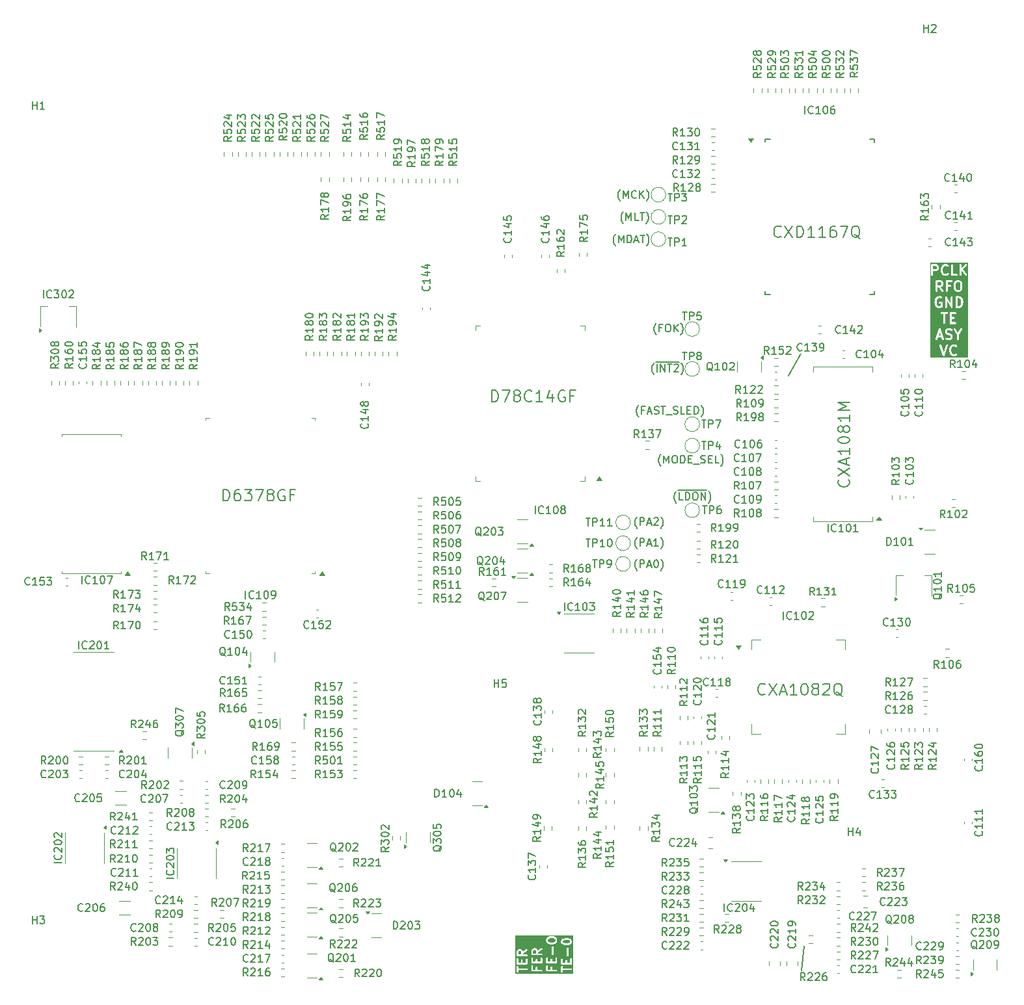
<source format=gbr>
%TF.GenerationSoftware,KiCad,Pcbnew,8.0.9-8.0.9-0~ubuntu24.04.1*%
%TF.CreationDate,2025-02-24T19:11:30+01:00*%
%TF.ProjectId,Main_PCB,4d61696e-5f50-4434-922e-6b696361645f,0.1*%
%TF.SameCoordinates,Original*%
%TF.FileFunction,Legend,Top*%
%TF.FilePolarity,Positive*%
%FSLAX46Y46*%
G04 Gerber Fmt 4.6, Leading zero omitted, Abs format (unit mm)*
G04 Created by KiCad (PCBNEW 8.0.9-8.0.9-0~ubuntu24.04.1) date 2025-02-24 19:11:30*
%MOMM*%
%LPD*%
G01*
G04 APERTURE LIST*
%ADD10C,0.150000*%
%ADD11C,0.187500*%
%ADD12C,0.240000*%
%ADD13C,0.260000*%
%ADD14C,0.120000*%
G04 APERTURE END LIST*
D10*
X149700000Y-201100000D02*
X149300000Y-204350000D01*
X131022493Y-138650771D02*
X130974874Y-138603152D01*
X130974874Y-138603152D02*
X130879636Y-138460295D01*
X130879636Y-138460295D02*
X130832017Y-138365057D01*
X130832017Y-138365057D02*
X130784398Y-138222200D01*
X130784398Y-138222200D02*
X130736779Y-137984104D01*
X130736779Y-137984104D02*
X130736779Y-137793628D01*
X130736779Y-137793628D02*
X130784398Y-137555533D01*
X130784398Y-137555533D02*
X130832017Y-137412676D01*
X130832017Y-137412676D02*
X130879636Y-137317438D01*
X130879636Y-137317438D02*
X130974874Y-137174580D01*
X130974874Y-137174580D02*
X131022493Y-137126961D01*
X131403446Y-138269819D02*
X131403446Y-137269819D01*
X131403446Y-137269819D02*
X131736779Y-137984104D01*
X131736779Y-137984104D02*
X132070112Y-137269819D01*
X132070112Y-137269819D02*
X132070112Y-138269819D01*
X132736779Y-137269819D02*
X132927255Y-137269819D01*
X132927255Y-137269819D02*
X133022493Y-137317438D01*
X133022493Y-137317438D02*
X133117731Y-137412676D01*
X133117731Y-137412676D02*
X133165350Y-137603152D01*
X133165350Y-137603152D02*
X133165350Y-137936485D01*
X133165350Y-137936485D02*
X133117731Y-138126961D01*
X133117731Y-138126961D02*
X133022493Y-138222200D01*
X133022493Y-138222200D02*
X132927255Y-138269819D01*
X132927255Y-138269819D02*
X132736779Y-138269819D01*
X132736779Y-138269819D02*
X132641541Y-138222200D01*
X132641541Y-138222200D02*
X132546303Y-138126961D01*
X132546303Y-138126961D02*
X132498684Y-137936485D01*
X132498684Y-137936485D02*
X132498684Y-137603152D01*
X132498684Y-137603152D02*
X132546303Y-137412676D01*
X132546303Y-137412676D02*
X132641541Y-137317438D01*
X132641541Y-137317438D02*
X132736779Y-137269819D01*
X133593922Y-138269819D02*
X133593922Y-137269819D01*
X133593922Y-137269819D02*
X133832017Y-137269819D01*
X133832017Y-137269819D02*
X133974874Y-137317438D01*
X133974874Y-137317438D02*
X134070112Y-137412676D01*
X134070112Y-137412676D02*
X134117731Y-137507914D01*
X134117731Y-137507914D02*
X134165350Y-137698390D01*
X134165350Y-137698390D02*
X134165350Y-137841247D01*
X134165350Y-137841247D02*
X134117731Y-138031723D01*
X134117731Y-138031723D02*
X134070112Y-138126961D01*
X134070112Y-138126961D02*
X133974874Y-138222200D01*
X133974874Y-138222200D02*
X133832017Y-138269819D01*
X133832017Y-138269819D02*
X133593922Y-138269819D01*
X134593922Y-137746009D02*
X134927255Y-137746009D01*
X135070112Y-138269819D02*
X134593922Y-138269819D01*
X134593922Y-138269819D02*
X134593922Y-137269819D01*
X134593922Y-137269819D02*
X135070112Y-137269819D01*
X135260589Y-138365057D02*
X136022493Y-138365057D01*
X136212970Y-138222200D02*
X136355827Y-138269819D01*
X136355827Y-138269819D02*
X136593922Y-138269819D01*
X136593922Y-138269819D02*
X136689160Y-138222200D01*
X136689160Y-138222200D02*
X136736779Y-138174580D01*
X136736779Y-138174580D02*
X136784398Y-138079342D01*
X136784398Y-138079342D02*
X136784398Y-137984104D01*
X136784398Y-137984104D02*
X136736779Y-137888866D01*
X136736779Y-137888866D02*
X136689160Y-137841247D01*
X136689160Y-137841247D02*
X136593922Y-137793628D01*
X136593922Y-137793628D02*
X136403446Y-137746009D01*
X136403446Y-137746009D02*
X136308208Y-137698390D01*
X136308208Y-137698390D02*
X136260589Y-137650771D01*
X136260589Y-137650771D02*
X136212970Y-137555533D01*
X136212970Y-137555533D02*
X136212970Y-137460295D01*
X136212970Y-137460295D02*
X136260589Y-137365057D01*
X136260589Y-137365057D02*
X136308208Y-137317438D01*
X136308208Y-137317438D02*
X136403446Y-137269819D01*
X136403446Y-137269819D02*
X136641541Y-137269819D01*
X136641541Y-137269819D02*
X136784398Y-137317438D01*
X137212970Y-137746009D02*
X137546303Y-137746009D01*
X137689160Y-138269819D02*
X137212970Y-138269819D01*
X137212970Y-138269819D02*
X137212970Y-137269819D01*
X137212970Y-137269819D02*
X137689160Y-137269819D01*
X138593922Y-138269819D02*
X138117732Y-138269819D01*
X138117732Y-138269819D02*
X138117732Y-137269819D01*
X138832018Y-138650771D02*
X138879637Y-138603152D01*
X138879637Y-138603152D02*
X138974875Y-138460295D01*
X138974875Y-138460295D02*
X139022494Y-138365057D01*
X139022494Y-138365057D02*
X139070113Y-138222200D01*
X139070113Y-138222200D02*
X139117732Y-137984104D01*
X139117732Y-137984104D02*
X139117732Y-137793628D01*
X139117732Y-137793628D02*
X139070113Y-137555533D01*
X139070113Y-137555533D02*
X139022494Y-137412676D01*
X139022494Y-137412676D02*
X138974875Y-137317438D01*
X138974875Y-137317438D02*
X138879637Y-137174580D01*
X138879637Y-137174580D02*
X138832018Y-137126961D01*
X130422493Y-121550771D02*
X130374874Y-121503152D01*
X130374874Y-121503152D02*
X130279636Y-121360295D01*
X130279636Y-121360295D02*
X130232017Y-121265057D01*
X130232017Y-121265057D02*
X130184398Y-121122200D01*
X130184398Y-121122200D02*
X130136779Y-120884104D01*
X130136779Y-120884104D02*
X130136779Y-120693628D01*
X130136779Y-120693628D02*
X130184398Y-120455533D01*
X130184398Y-120455533D02*
X130232017Y-120312676D01*
X130232017Y-120312676D02*
X130279636Y-120217438D01*
X130279636Y-120217438D02*
X130374874Y-120074580D01*
X130374874Y-120074580D02*
X130422493Y-120026961D01*
X131136779Y-120646009D02*
X130803446Y-120646009D01*
X130803446Y-121169819D02*
X130803446Y-120169819D01*
X130803446Y-120169819D02*
X131279636Y-120169819D01*
X131851065Y-120169819D02*
X132041541Y-120169819D01*
X132041541Y-120169819D02*
X132136779Y-120217438D01*
X132136779Y-120217438D02*
X132232017Y-120312676D01*
X132232017Y-120312676D02*
X132279636Y-120503152D01*
X132279636Y-120503152D02*
X132279636Y-120836485D01*
X132279636Y-120836485D02*
X132232017Y-121026961D01*
X132232017Y-121026961D02*
X132136779Y-121122200D01*
X132136779Y-121122200D02*
X132041541Y-121169819D01*
X132041541Y-121169819D02*
X131851065Y-121169819D01*
X131851065Y-121169819D02*
X131755827Y-121122200D01*
X131755827Y-121122200D02*
X131660589Y-121026961D01*
X131660589Y-121026961D02*
X131612970Y-120836485D01*
X131612970Y-120836485D02*
X131612970Y-120503152D01*
X131612970Y-120503152D02*
X131660589Y-120312676D01*
X131660589Y-120312676D02*
X131755827Y-120217438D01*
X131755827Y-120217438D02*
X131851065Y-120169819D01*
X132708208Y-121169819D02*
X132708208Y-120169819D01*
X133279636Y-121169819D02*
X132851065Y-120598390D01*
X133279636Y-120169819D02*
X132708208Y-120741247D01*
X133612970Y-121550771D02*
X133660589Y-121503152D01*
X133660589Y-121503152D02*
X133755827Y-121360295D01*
X133755827Y-121360295D02*
X133803446Y-121265057D01*
X133803446Y-121265057D02*
X133851065Y-121122200D01*
X133851065Y-121122200D02*
X133898684Y-120884104D01*
X133898684Y-120884104D02*
X133898684Y-120693628D01*
X133898684Y-120693628D02*
X133851065Y-120455533D01*
X133851065Y-120455533D02*
X133803446Y-120312676D01*
X133803446Y-120312676D02*
X133755827Y-120217438D01*
X133755827Y-120217438D02*
X133660589Y-120074580D01*
X133660589Y-120074580D02*
X133612970Y-120026961D01*
X130122493Y-126750771D02*
X130074874Y-126703152D01*
X130074874Y-126703152D02*
X129979636Y-126560295D01*
X129979636Y-126560295D02*
X129932017Y-126465057D01*
X129932017Y-126465057D02*
X129884398Y-126322200D01*
X129884398Y-126322200D02*
X129836779Y-126084104D01*
X129836779Y-126084104D02*
X129836779Y-125893628D01*
X129836779Y-125893628D02*
X129884398Y-125655533D01*
X129884398Y-125655533D02*
X129932017Y-125512676D01*
X129932017Y-125512676D02*
X129979636Y-125417438D01*
X129979636Y-125417438D02*
X130074874Y-125274580D01*
X130074874Y-125274580D02*
X130122493Y-125226961D01*
X130503446Y-126369819D02*
X130503446Y-125369819D01*
X130979636Y-126369819D02*
X130979636Y-125369819D01*
X130979636Y-125369819D02*
X131551064Y-126369819D01*
X131551064Y-126369819D02*
X131551064Y-125369819D01*
X131884398Y-125369819D02*
X132455826Y-125369819D01*
X132170112Y-126369819D02*
X132170112Y-125369819D01*
X132741541Y-125465057D02*
X132789160Y-125417438D01*
X132789160Y-125417438D02*
X132884398Y-125369819D01*
X132884398Y-125369819D02*
X133122493Y-125369819D01*
X133122493Y-125369819D02*
X133217731Y-125417438D01*
X133217731Y-125417438D02*
X133265350Y-125465057D01*
X133265350Y-125465057D02*
X133312969Y-125560295D01*
X133312969Y-125560295D02*
X133312969Y-125655533D01*
X133312969Y-125655533D02*
X133265350Y-125798390D01*
X133265350Y-125798390D02*
X132693922Y-126369819D01*
X132693922Y-126369819D02*
X133312969Y-126369819D01*
X130365351Y-125092200D02*
X133403446Y-125092200D01*
X133646303Y-126750771D02*
X133693922Y-126703152D01*
X133693922Y-126703152D02*
X133789160Y-126560295D01*
X133789160Y-126560295D02*
X133836779Y-126465057D01*
X133836779Y-126465057D02*
X133884398Y-126322200D01*
X133884398Y-126322200D02*
X133932017Y-126084104D01*
X133932017Y-126084104D02*
X133932017Y-125893628D01*
X133932017Y-125893628D02*
X133884398Y-125655533D01*
X133884398Y-125655533D02*
X133836779Y-125512676D01*
X133836779Y-125512676D02*
X133789160Y-125417438D01*
X133789160Y-125417438D02*
X133693922Y-125274580D01*
X133693922Y-125274580D02*
X133646303Y-125226961D01*
X127922493Y-146750771D02*
X127874874Y-146703152D01*
X127874874Y-146703152D02*
X127779636Y-146560295D01*
X127779636Y-146560295D02*
X127732017Y-146465057D01*
X127732017Y-146465057D02*
X127684398Y-146322200D01*
X127684398Y-146322200D02*
X127636779Y-146084104D01*
X127636779Y-146084104D02*
X127636779Y-145893628D01*
X127636779Y-145893628D02*
X127684398Y-145655533D01*
X127684398Y-145655533D02*
X127732017Y-145512676D01*
X127732017Y-145512676D02*
X127779636Y-145417438D01*
X127779636Y-145417438D02*
X127874874Y-145274580D01*
X127874874Y-145274580D02*
X127922493Y-145226961D01*
X128303446Y-146369819D02*
X128303446Y-145369819D01*
X128303446Y-145369819D02*
X128684398Y-145369819D01*
X128684398Y-145369819D02*
X128779636Y-145417438D01*
X128779636Y-145417438D02*
X128827255Y-145465057D01*
X128827255Y-145465057D02*
X128874874Y-145560295D01*
X128874874Y-145560295D02*
X128874874Y-145703152D01*
X128874874Y-145703152D02*
X128827255Y-145798390D01*
X128827255Y-145798390D02*
X128779636Y-145846009D01*
X128779636Y-145846009D02*
X128684398Y-145893628D01*
X128684398Y-145893628D02*
X128303446Y-145893628D01*
X129255827Y-146084104D02*
X129732017Y-146084104D01*
X129160589Y-146369819D02*
X129493922Y-145369819D01*
X129493922Y-145369819D02*
X129827255Y-146369819D01*
X130112970Y-145465057D02*
X130160589Y-145417438D01*
X130160589Y-145417438D02*
X130255827Y-145369819D01*
X130255827Y-145369819D02*
X130493922Y-145369819D01*
X130493922Y-145369819D02*
X130589160Y-145417438D01*
X130589160Y-145417438D02*
X130636779Y-145465057D01*
X130636779Y-145465057D02*
X130684398Y-145560295D01*
X130684398Y-145560295D02*
X130684398Y-145655533D01*
X130684398Y-145655533D02*
X130636779Y-145798390D01*
X130636779Y-145798390D02*
X130065351Y-146369819D01*
X130065351Y-146369819D02*
X130684398Y-146369819D01*
X131017732Y-146750771D02*
X131065351Y-146703152D01*
X131065351Y-146703152D02*
X131160589Y-146560295D01*
X131160589Y-146560295D02*
X131208208Y-146465057D01*
X131208208Y-146465057D02*
X131255827Y-146322200D01*
X131255827Y-146322200D02*
X131303446Y-146084104D01*
X131303446Y-146084104D02*
X131303446Y-145893628D01*
X131303446Y-145893628D02*
X131255827Y-145655533D01*
X131255827Y-145655533D02*
X131208208Y-145512676D01*
X131208208Y-145512676D02*
X131160589Y-145417438D01*
X131160589Y-145417438D02*
X131065351Y-145274580D01*
X131065351Y-145274580D02*
X131017732Y-145226961D01*
X127922493Y-149450771D02*
X127874874Y-149403152D01*
X127874874Y-149403152D02*
X127779636Y-149260295D01*
X127779636Y-149260295D02*
X127732017Y-149165057D01*
X127732017Y-149165057D02*
X127684398Y-149022200D01*
X127684398Y-149022200D02*
X127636779Y-148784104D01*
X127636779Y-148784104D02*
X127636779Y-148593628D01*
X127636779Y-148593628D02*
X127684398Y-148355533D01*
X127684398Y-148355533D02*
X127732017Y-148212676D01*
X127732017Y-148212676D02*
X127779636Y-148117438D01*
X127779636Y-148117438D02*
X127874874Y-147974580D01*
X127874874Y-147974580D02*
X127922493Y-147926961D01*
X128303446Y-149069819D02*
X128303446Y-148069819D01*
X128303446Y-148069819D02*
X128684398Y-148069819D01*
X128684398Y-148069819D02*
X128779636Y-148117438D01*
X128779636Y-148117438D02*
X128827255Y-148165057D01*
X128827255Y-148165057D02*
X128874874Y-148260295D01*
X128874874Y-148260295D02*
X128874874Y-148403152D01*
X128874874Y-148403152D02*
X128827255Y-148498390D01*
X128827255Y-148498390D02*
X128779636Y-148546009D01*
X128779636Y-148546009D02*
X128684398Y-148593628D01*
X128684398Y-148593628D02*
X128303446Y-148593628D01*
X129255827Y-148784104D02*
X129732017Y-148784104D01*
X129160589Y-149069819D02*
X129493922Y-148069819D01*
X129493922Y-148069819D02*
X129827255Y-149069819D01*
X130684398Y-149069819D02*
X130112970Y-149069819D01*
X130398684Y-149069819D02*
X130398684Y-148069819D01*
X130398684Y-148069819D02*
X130303446Y-148212676D01*
X130303446Y-148212676D02*
X130208208Y-148307914D01*
X130208208Y-148307914D02*
X130112970Y-148355533D01*
X131017732Y-149450771D02*
X131065351Y-149403152D01*
X131065351Y-149403152D02*
X131160589Y-149260295D01*
X131160589Y-149260295D02*
X131208208Y-149165057D01*
X131208208Y-149165057D02*
X131255827Y-149022200D01*
X131255827Y-149022200D02*
X131303446Y-148784104D01*
X131303446Y-148784104D02*
X131303446Y-148593628D01*
X131303446Y-148593628D02*
X131255827Y-148355533D01*
X131255827Y-148355533D02*
X131208208Y-148212676D01*
X131208208Y-148212676D02*
X131160589Y-148117438D01*
X131160589Y-148117438D02*
X131065351Y-147974580D01*
X131065351Y-147974580D02*
X131017732Y-147926961D01*
X133022493Y-143450771D02*
X132974874Y-143403152D01*
X132974874Y-143403152D02*
X132879636Y-143260295D01*
X132879636Y-143260295D02*
X132832017Y-143165057D01*
X132832017Y-143165057D02*
X132784398Y-143022200D01*
X132784398Y-143022200D02*
X132736779Y-142784104D01*
X132736779Y-142784104D02*
X132736779Y-142593628D01*
X132736779Y-142593628D02*
X132784398Y-142355533D01*
X132784398Y-142355533D02*
X132832017Y-142212676D01*
X132832017Y-142212676D02*
X132879636Y-142117438D01*
X132879636Y-142117438D02*
X132974874Y-141974580D01*
X132974874Y-141974580D02*
X133022493Y-141926961D01*
X133879636Y-143069819D02*
X133403446Y-143069819D01*
X133403446Y-143069819D02*
X133403446Y-142069819D01*
X134212970Y-143069819D02*
X134212970Y-142069819D01*
X134212970Y-142069819D02*
X134451065Y-142069819D01*
X134451065Y-142069819D02*
X134593922Y-142117438D01*
X134593922Y-142117438D02*
X134689160Y-142212676D01*
X134689160Y-142212676D02*
X134736779Y-142307914D01*
X134736779Y-142307914D02*
X134784398Y-142498390D01*
X134784398Y-142498390D02*
X134784398Y-142641247D01*
X134784398Y-142641247D02*
X134736779Y-142831723D01*
X134736779Y-142831723D02*
X134689160Y-142926961D01*
X134689160Y-142926961D02*
X134593922Y-143022200D01*
X134593922Y-143022200D02*
X134451065Y-143069819D01*
X134451065Y-143069819D02*
X134212970Y-143069819D01*
X135403446Y-142069819D02*
X135593922Y-142069819D01*
X135593922Y-142069819D02*
X135689160Y-142117438D01*
X135689160Y-142117438D02*
X135784398Y-142212676D01*
X135784398Y-142212676D02*
X135832017Y-142403152D01*
X135832017Y-142403152D02*
X135832017Y-142736485D01*
X135832017Y-142736485D02*
X135784398Y-142926961D01*
X135784398Y-142926961D02*
X135689160Y-143022200D01*
X135689160Y-143022200D02*
X135593922Y-143069819D01*
X135593922Y-143069819D02*
X135403446Y-143069819D01*
X135403446Y-143069819D02*
X135308208Y-143022200D01*
X135308208Y-143022200D02*
X135212970Y-142926961D01*
X135212970Y-142926961D02*
X135165351Y-142736485D01*
X135165351Y-142736485D02*
X135165351Y-142403152D01*
X135165351Y-142403152D02*
X135212970Y-142212676D01*
X135212970Y-142212676D02*
X135308208Y-142117438D01*
X135308208Y-142117438D02*
X135403446Y-142069819D01*
X136260589Y-143069819D02*
X136260589Y-142069819D01*
X136260589Y-142069819D02*
X136832017Y-143069819D01*
X136832017Y-143069819D02*
X136832017Y-142069819D01*
X133265351Y-141792200D02*
X136970113Y-141792200D01*
X137212970Y-143450771D02*
X137260589Y-143403152D01*
X137260589Y-143403152D02*
X137355827Y-143260295D01*
X137355827Y-143260295D02*
X137403446Y-143165057D01*
X137403446Y-143165057D02*
X137451065Y-143022200D01*
X137451065Y-143022200D02*
X137498684Y-142784104D01*
X137498684Y-142784104D02*
X137498684Y-142593628D01*
X137498684Y-142593628D02*
X137451065Y-142355533D01*
X137451065Y-142355533D02*
X137403446Y-142212676D01*
X137403446Y-142212676D02*
X137355827Y-142117438D01*
X137355827Y-142117438D02*
X137260589Y-141974580D01*
X137260589Y-141974580D02*
X137212970Y-141926961D01*
X127922493Y-152250771D02*
X127874874Y-152203152D01*
X127874874Y-152203152D02*
X127779636Y-152060295D01*
X127779636Y-152060295D02*
X127732017Y-151965057D01*
X127732017Y-151965057D02*
X127684398Y-151822200D01*
X127684398Y-151822200D02*
X127636779Y-151584104D01*
X127636779Y-151584104D02*
X127636779Y-151393628D01*
X127636779Y-151393628D02*
X127684398Y-151155533D01*
X127684398Y-151155533D02*
X127732017Y-151012676D01*
X127732017Y-151012676D02*
X127779636Y-150917438D01*
X127779636Y-150917438D02*
X127874874Y-150774580D01*
X127874874Y-150774580D02*
X127922493Y-150726961D01*
X128303446Y-151869819D02*
X128303446Y-150869819D01*
X128303446Y-150869819D02*
X128684398Y-150869819D01*
X128684398Y-150869819D02*
X128779636Y-150917438D01*
X128779636Y-150917438D02*
X128827255Y-150965057D01*
X128827255Y-150965057D02*
X128874874Y-151060295D01*
X128874874Y-151060295D02*
X128874874Y-151203152D01*
X128874874Y-151203152D02*
X128827255Y-151298390D01*
X128827255Y-151298390D02*
X128779636Y-151346009D01*
X128779636Y-151346009D02*
X128684398Y-151393628D01*
X128684398Y-151393628D02*
X128303446Y-151393628D01*
X129255827Y-151584104D02*
X129732017Y-151584104D01*
X129160589Y-151869819D02*
X129493922Y-150869819D01*
X129493922Y-150869819D02*
X129827255Y-151869819D01*
X130351065Y-150869819D02*
X130446303Y-150869819D01*
X130446303Y-150869819D02*
X130541541Y-150917438D01*
X130541541Y-150917438D02*
X130589160Y-150965057D01*
X130589160Y-150965057D02*
X130636779Y-151060295D01*
X130636779Y-151060295D02*
X130684398Y-151250771D01*
X130684398Y-151250771D02*
X130684398Y-151488866D01*
X130684398Y-151488866D02*
X130636779Y-151679342D01*
X130636779Y-151679342D02*
X130589160Y-151774580D01*
X130589160Y-151774580D02*
X130541541Y-151822200D01*
X130541541Y-151822200D02*
X130446303Y-151869819D01*
X130446303Y-151869819D02*
X130351065Y-151869819D01*
X130351065Y-151869819D02*
X130255827Y-151822200D01*
X130255827Y-151822200D02*
X130208208Y-151774580D01*
X130208208Y-151774580D02*
X130160589Y-151679342D01*
X130160589Y-151679342D02*
X130112970Y-151488866D01*
X130112970Y-151488866D02*
X130112970Y-151250771D01*
X130112970Y-151250771D02*
X130160589Y-151060295D01*
X130160589Y-151060295D02*
X130208208Y-150965057D01*
X130208208Y-150965057D02*
X130255827Y-150917438D01*
X130255827Y-150917438D02*
X130351065Y-150869819D01*
X131017732Y-152250771D02*
X131065351Y-152203152D01*
X131065351Y-152203152D02*
X131160589Y-152060295D01*
X131160589Y-152060295D02*
X131208208Y-151965057D01*
X131208208Y-151965057D02*
X131255827Y-151822200D01*
X131255827Y-151822200D02*
X131303446Y-151584104D01*
X131303446Y-151584104D02*
X131303446Y-151393628D01*
X131303446Y-151393628D02*
X131255827Y-151155533D01*
X131255827Y-151155533D02*
X131208208Y-151012676D01*
X131208208Y-151012676D02*
X131160589Y-150917438D01*
X131160589Y-150917438D02*
X131065351Y-150774580D01*
X131065351Y-150774580D02*
X131017732Y-150726961D01*
X128122493Y-132250771D02*
X128074874Y-132203152D01*
X128074874Y-132203152D02*
X127979636Y-132060295D01*
X127979636Y-132060295D02*
X127932017Y-131965057D01*
X127932017Y-131965057D02*
X127884398Y-131822200D01*
X127884398Y-131822200D02*
X127836779Y-131584104D01*
X127836779Y-131584104D02*
X127836779Y-131393628D01*
X127836779Y-131393628D02*
X127884398Y-131155533D01*
X127884398Y-131155533D02*
X127932017Y-131012676D01*
X127932017Y-131012676D02*
X127979636Y-130917438D01*
X127979636Y-130917438D02*
X128074874Y-130774580D01*
X128074874Y-130774580D02*
X128122493Y-130726961D01*
X128836779Y-131346009D02*
X128503446Y-131346009D01*
X128503446Y-131869819D02*
X128503446Y-130869819D01*
X128503446Y-130869819D02*
X128979636Y-130869819D01*
X129312970Y-131584104D02*
X129789160Y-131584104D01*
X129217732Y-131869819D02*
X129551065Y-130869819D01*
X129551065Y-130869819D02*
X129884398Y-131869819D01*
X130170113Y-131822200D02*
X130312970Y-131869819D01*
X130312970Y-131869819D02*
X130551065Y-131869819D01*
X130551065Y-131869819D02*
X130646303Y-131822200D01*
X130646303Y-131822200D02*
X130693922Y-131774580D01*
X130693922Y-131774580D02*
X130741541Y-131679342D01*
X130741541Y-131679342D02*
X130741541Y-131584104D01*
X130741541Y-131584104D02*
X130693922Y-131488866D01*
X130693922Y-131488866D02*
X130646303Y-131441247D01*
X130646303Y-131441247D02*
X130551065Y-131393628D01*
X130551065Y-131393628D02*
X130360589Y-131346009D01*
X130360589Y-131346009D02*
X130265351Y-131298390D01*
X130265351Y-131298390D02*
X130217732Y-131250771D01*
X130217732Y-131250771D02*
X130170113Y-131155533D01*
X130170113Y-131155533D02*
X130170113Y-131060295D01*
X130170113Y-131060295D02*
X130217732Y-130965057D01*
X130217732Y-130965057D02*
X130265351Y-130917438D01*
X130265351Y-130917438D02*
X130360589Y-130869819D01*
X130360589Y-130869819D02*
X130598684Y-130869819D01*
X130598684Y-130869819D02*
X130741541Y-130917438D01*
X131027256Y-130869819D02*
X131598684Y-130869819D01*
X131312970Y-131869819D02*
X131312970Y-130869819D01*
X131693923Y-131965057D02*
X132455827Y-131965057D01*
X132646304Y-131822200D02*
X132789161Y-131869819D01*
X132789161Y-131869819D02*
X133027256Y-131869819D01*
X133027256Y-131869819D02*
X133122494Y-131822200D01*
X133122494Y-131822200D02*
X133170113Y-131774580D01*
X133170113Y-131774580D02*
X133217732Y-131679342D01*
X133217732Y-131679342D02*
X133217732Y-131584104D01*
X133217732Y-131584104D02*
X133170113Y-131488866D01*
X133170113Y-131488866D02*
X133122494Y-131441247D01*
X133122494Y-131441247D02*
X133027256Y-131393628D01*
X133027256Y-131393628D02*
X132836780Y-131346009D01*
X132836780Y-131346009D02*
X132741542Y-131298390D01*
X132741542Y-131298390D02*
X132693923Y-131250771D01*
X132693923Y-131250771D02*
X132646304Y-131155533D01*
X132646304Y-131155533D02*
X132646304Y-131060295D01*
X132646304Y-131060295D02*
X132693923Y-130965057D01*
X132693923Y-130965057D02*
X132741542Y-130917438D01*
X132741542Y-130917438D02*
X132836780Y-130869819D01*
X132836780Y-130869819D02*
X133074875Y-130869819D01*
X133074875Y-130869819D02*
X133217732Y-130917438D01*
X134122494Y-131869819D02*
X133646304Y-131869819D01*
X133646304Y-131869819D02*
X133646304Y-130869819D01*
X134455828Y-131346009D02*
X134789161Y-131346009D01*
X134932018Y-131869819D02*
X134455828Y-131869819D01*
X134455828Y-131869819D02*
X134455828Y-130869819D01*
X134455828Y-130869819D02*
X134932018Y-130869819D01*
X135360590Y-131869819D02*
X135360590Y-130869819D01*
X135360590Y-130869819D02*
X135598685Y-130869819D01*
X135598685Y-130869819D02*
X135741542Y-130917438D01*
X135741542Y-130917438D02*
X135836780Y-131012676D01*
X135836780Y-131012676D02*
X135884399Y-131107914D01*
X135884399Y-131107914D02*
X135932018Y-131298390D01*
X135932018Y-131298390D02*
X135932018Y-131441247D01*
X135932018Y-131441247D02*
X135884399Y-131631723D01*
X135884399Y-131631723D02*
X135836780Y-131726961D01*
X135836780Y-131726961D02*
X135741542Y-131822200D01*
X135741542Y-131822200D02*
X135598685Y-131869819D01*
X135598685Y-131869819D02*
X135360590Y-131869819D01*
X136265352Y-132250771D02*
X136312971Y-132203152D01*
X136312971Y-132203152D02*
X136408209Y-132060295D01*
X136408209Y-132060295D02*
X136455828Y-131965057D01*
X136455828Y-131965057D02*
X136503447Y-131822200D01*
X136503447Y-131822200D02*
X136551066Y-131584104D01*
X136551066Y-131584104D02*
X136551066Y-131393628D01*
X136551066Y-131393628D02*
X136503447Y-131155533D01*
X136503447Y-131155533D02*
X136455828Y-131012676D01*
X136455828Y-131012676D02*
X136408209Y-130917438D01*
X136408209Y-130917438D02*
X136312971Y-130774580D01*
X136312971Y-130774580D02*
X136265352Y-130726961D01*
X125122493Y-109950771D02*
X125074874Y-109903152D01*
X125074874Y-109903152D02*
X124979636Y-109760295D01*
X124979636Y-109760295D02*
X124932017Y-109665057D01*
X124932017Y-109665057D02*
X124884398Y-109522200D01*
X124884398Y-109522200D02*
X124836779Y-109284104D01*
X124836779Y-109284104D02*
X124836779Y-109093628D01*
X124836779Y-109093628D02*
X124884398Y-108855533D01*
X124884398Y-108855533D02*
X124932017Y-108712676D01*
X124932017Y-108712676D02*
X124979636Y-108617438D01*
X124979636Y-108617438D02*
X125074874Y-108474580D01*
X125074874Y-108474580D02*
X125122493Y-108426961D01*
X125503446Y-109569819D02*
X125503446Y-108569819D01*
X125503446Y-108569819D02*
X125836779Y-109284104D01*
X125836779Y-109284104D02*
X126170112Y-108569819D01*
X126170112Y-108569819D02*
X126170112Y-109569819D01*
X126646303Y-109569819D02*
X126646303Y-108569819D01*
X126646303Y-108569819D02*
X126884398Y-108569819D01*
X126884398Y-108569819D02*
X127027255Y-108617438D01*
X127027255Y-108617438D02*
X127122493Y-108712676D01*
X127122493Y-108712676D02*
X127170112Y-108807914D01*
X127170112Y-108807914D02*
X127217731Y-108998390D01*
X127217731Y-108998390D02*
X127217731Y-109141247D01*
X127217731Y-109141247D02*
X127170112Y-109331723D01*
X127170112Y-109331723D02*
X127122493Y-109426961D01*
X127122493Y-109426961D02*
X127027255Y-109522200D01*
X127027255Y-109522200D02*
X126884398Y-109569819D01*
X126884398Y-109569819D02*
X126646303Y-109569819D01*
X127598684Y-109284104D02*
X128074874Y-109284104D01*
X127503446Y-109569819D02*
X127836779Y-108569819D01*
X127836779Y-108569819D02*
X128170112Y-109569819D01*
X128360589Y-108569819D02*
X128932017Y-108569819D01*
X128646303Y-109569819D02*
X128646303Y-108569819D01*
X129170113Y-109950771D02*
X129217732Y-109903152D01*
X129217732Y-109903152D02*
X129312970Y-109760295D01*
X129312970Y-109760295D02*
X129360589Y-109665057D01*
X129360589Y-109665057D02*
X129408208Y-109522200D01*
X129408208Y-109522200D02*
X129455827Y-109284104D01*
X129455827Y-109284104D02*
X129455827Y-109093628D01*
X129455827Y-109093628D02*
X129408208Y-108855533D01*
X129408208Y-108855533D02*
X129360589Y-108712676D01*
X129360589Y-108712676D02*
X129312970Y-108617438D01*
X129312970Y-108617438D02*
X129217732Y-108474580D01*
X129217732Y-108474580D02*
X129170113Y-108426961D01*
X126122493Y-107050771D02*
X126074874Y-107003152D01*
X126074874Y-107003152D02*
X125979636Y-106860295D01*
X125979636Y-106860295D02*
X125932017Y-106765057D01*
X125932017Y-106765057D02*
X125884398Y-106622200D01*
X125884398Y-106622200D02*
X125836779Y-106384104D01*
X125836779Y-106384104D02*
X125836779Y-106193628D01*
X125836779Y-106193628D02*
X125884398Y-105955533D01*
X125884398Y-105955533D02*
X125932017Y-105812676D01*
X125932017Y-105812676D02*
X125979636Y-105717438D01*
X125979636Y-105717438D02*
X126074874Y-105574580D01*
X126074874Y-105574580D02*
X126122493Y-105526961D01*
X126503446Y-106669819D02*
X126503446Y-105669819D01*
X126503446Y-105669819D02*
X126836779Y-106384104D01*
X126836779Y-106384104D02*
X127170112Y-105669819D01*
X127170112Y-105669819D02*
X127170112Y-106669819D01*
X128122493Y-106669819D02*
X127646303Y-106669819D01*
X127646303Y-106669819D02*
X127646303Y-105669819D01*
X128312970Y-105669819D02*
X128884398Y-105669819D01*
X128598684Y-106669819D02*
X128598684Y-105669819D01*
X129122494Y-107050771D02*
X129170113Y-107003152D01*
X129170113Y-107003152D02*
X129265351Y-106860295D01*
X129265351Y-106860295D02*
X129312970Y-106765057D01*
X129312970Y-106765057D02*
X129360589Y-106622200D01*
X129360589Y-106622200D02*
X129408208Y-106384104D01*
X129408208Y-106384104D02*
X129408208Y-106193628D01*
X129408208Y-106193628D02*
X129360589Y-105955533D01*
X129360589Y-105955533D02*
X129312970Y-105812676D01*
X129312970Y-105812676D02*
X129265351Y-105717438D01*
X129265351Y-105717438D02*
X129170113Y-105574580D01*
X129170113Y-105574580D02*
X129122494Y-105526961D01*
X125722493Y-104150771D02*
X125674874Y-104103152D01*
X125674874Y-104103152D02*
X125579636Y-103960295D01*
X125579636Y-103960295D02*
X125532017Y-103865057D01*
X125532017Y-103865057D02*
X125484398Y-103722200D01*
X125484398Y-103722200D02*
X125436779Y-103484104D01*
X125436779Y-103484104D02*
X125436779Y-103293628D01*
X125436779Y-103293628D02*
X125484398Y-103055533D01*
X125484398Y-103055533D02*
X125532017Y-102912676D01*
X125532017Y-102912676D02*
X125579636Y-102817438D01*
X125579636Y-102817438D02*
X125674874Y-102674580D01*
X125674874Y-102674580D02*
X125722493Y-102626961D01*
X126103446Y-103769819D02*
X126103446Y-102769819D01*
X126103446Y-102769819D02*
X126436779Y-103484104D01*
X126436779Y-103484104D02*
X126770112Y-102769819D01*
X126770112Y-102769819D02*
X126770112Y-103769819D01*
X127817731Y-103674580D02*
X127770112Y-103722200D01*
X127770112Y-103722200D02*
X127627255Y-103769819D01*
X127627255Y-103769819D02*
X127532017Y-103769819D01*
X127532017Y-103769819D02*
X127389160Y-103722200D01*
X127389160Y-103722200D02*
X127293922Y-103626961D01*
X127293922Y-103626961D02*
X127246303Y-103531723D01*
X127246303Y-103531723D02*
X127198684Y-103341247D01*
X127198684Y-103341247D02*
X127198684Y-103198390D01*
X127198684Y-103198390D02*
X127246303Y-103007914D01*
X127246303Y-103007914D02*
X127293922Y-102912676D01*
X127293922Y-102912676D02*
X127389160Y-102817438D01*
X127389160Y-102817438D02*
X127532017Y-102769819D01*
X127532017Y-102769819D02*
X127627255Y-102769819D01*
X127627255Y-102769819D02*
X127770112Y-102817438D01*
X127770112Y-102817438D02*
X127817731Y-102865057D01*
X128246303Y-103769819D02*
X128246303Y-102769819D01*
X128817731Y-103769819D02*
X128389160Y-103198390D01*
X128817731Y-102769819D02*
X128246303Y-103341247D01*
X129151065Y-104150771D02*
X129198684Y-104103152D01*
X129198684Y-104103152D02*
X129293922Y-103960295D01*
X129293922Y-103960295D02*
X129341541Y-103865057D01*
X129341541Y-103865057D02*
X129389160Y-103722200D01*
X129389160Y-103722200D02*
X129436779Y-103484104D01*
X129436779Y-103484104D02*
X129436779Y-103293628D01*
X129436779Y-103293628D02*
X129389160Y-103055533D01*
X129389160Y-103055533D02*
X129341541Y-102912676D01*
X129341541Y-102912676D02*
X129293922Y-102817438D01*
X129293922Y-102817438D02*
X129198684Y-102674580D01*
X129198684Y-102674580D02*
X129151065Y-102626961D01*
X149200000Y-124000000D02*
X147600000Y-126900000D01*
D11*
X144564286Y-168341321D02*
X144492858Y-168412750D01*
X144492858Y-168412750D02*
X144278572Y-168484178D01*
X144278572Y-168484178D02*
X144135715Y-168484178D01*
X144135715Y-168484178D02*
X143921429Y-168412750D01*
X143921429Y-168412750D02*
X143778572Y-168269892D01*
X143778572Y-168269892D02*
X143707143Y-168127035D01*
X143707143Y-168127035D02*
X143635715Y-167841321D01*
X143635715Y-167841321D02*
X143635715Y-167627035D01*
X143635715Y-167627035D02*
X143707143Y-167341321D01*
X143707143Y-167341321D02*
X143778572Y-167198464D01*
X143778572Y-167198464D02*
X143921429Y-167055607D01*
X143921429Y-167055607D02*
X144135715Y-166984178D01*
X144135715Y-166984178D02*
X144278572Y-166984178D01*
X144278572Y-166984178D02*
X144492858Y-167055607D01*
X144492858Y-167055607D02*
X144564286Y-167127035D01*
X145064286Y-166984178D02*
X146064286Y-168484178D01*
X146064286Y-166984178D02*
X145064286Y-168484178D01*
X146564286Y-168055607D02*
X147278572Y-168055607D01*
X146421429Y-168484178D02*
X146921429Y-166984178D01*
X146921429Y-166984178D02*
X147421429Y-168484178D01*
X148707143Y-168484178D02*
X147850000Y-168484178D01*
X148278571Y-168484178D02*
X148278571Y-166984178D01*
X148278571Y-166984178D02*
X148135714Y-167198464D01*
X148135714Y-167198464D02*
X147992857Y-167341321D01*
X147992857Y-167341321D02*
X147850000Y-167412750D01*
X149635714Y-166984178D02*
X149778571Y-166984178D01*
X149778571Y-166984178D02*
X149921428Y-167055607D01*
X149921428Y-167055607D02*
X149992857Y-167127035D01*
X149992857Y-167127035D02*
X150064285Y-167269892D01*
X150064285Y-167269892D02*
X150135714Y-167555607D01*
X150135714Y-167555607D02*
X150135714Y-167912750D01*
X150135714Y-167912750D02*
X150064285Y-168198464D01*
X150064285Y-168198464D02*
X149992857Y-168341321D01*
X149992857Y-168341321D02*
X149921428Y-168412750D01*
X149921428Y-168412750D02*
X149778571Y-168484178D01*
X149778571Y-168484178D02*
X149635714Y-168484178D01*
X149635714Y-168484178D02*
X149492857Y-168412750D01*
X149492857Y-168412750D02*
X149421428Y-168341321D01*
X149421428Y-168341321D02*
X149349999Y-168198464D01*
X149349999Y-168198464D02*
X149278571Y-167912750D01*
X149278571Y-167912750D02*
X149278571Y-167555607D01*
X149278571Y-167555607D02*
X149349999Y-167269892D01*
X149349999Y-167269892D02*
X149421428Y-167127035D01*
X149421428Y-167127035D02*
X149492857Y-167055607D01*
X149492857Y-167055607D02*
X149635714Y-166984178D01*
X150992856Y-167627035D02*
X150849999Y-167555607D01*
X150849999Y-167555607D02*
X150778570Y-167484178D01*
X150778570Y-167484178D02*
X150707142Y-167341321D01*
X150707142Y-167341321D02*
X150707142Y-167269892D01*
X150707142Y-167269892D02*
X150778570Y-167127035D01*
X150778570Y-167127035D02*
X150849999Y-167055607D01*
X150849999Y-167055607D02*
X150992856Y-166984178D01*
X150992856Y-166984178D02*
X151278570Y-166984178D01*
X151278570Y-166984178D02*
X151421428Y-167055607D01*
X151421428Y-167055607D02*
X151492856Y-167127035D01*
X151492856Y-167127035D02*
X151564285Y-167269892D01*
X151564285Y-167269892D02*
X151564285Y-167341321D01*
X151564285Y-167341321D02*
X151492856Y-167484178D01*
X151492856Y-167484178D02*
X151421428Y-167555607D01*
X151421428Y-167555607D02*
X151278570Y-167627035D01*
X151278570Y-167627035D02*
X150992856Y-167627035D01*
X150992856Y-167627035D02*
X150849999Y-167698464D01*
X150849999Y-167698464D02*
X150778570Y-167769892D01*
X150778570Y-167769892D02*
X150707142Y-167912750D01*
X150707142Y-167912750D02*
X150707142Y-168198464D01*
X150707142Y-168198464D02*
X150778570Y-168341321D01*
X150778570Y-168341321D02*
X150849999Y-168412750D01*
X150849999Y-168412750D02*
X150992856Y-168484178D01*
X150992856Y-168484178D02*
X151278570Y-168484178D01*
X151278570Y-168484178D02*
X151421428Y-168412750D01*
X151421428Y-168412750D02*
X151492856Y-168341321D01*
X151492856Y-168341321D02*
X151564285Y-168198464D01*
X151564285Y-168198464D02*
X151564285Y-167912750D01*
X151564285Y-167912750D02*
X151492856Y-167769892D01*
X151492856Y-167769892D02*
X151421428Y-167698464D01*
X151421428Y-167698464D02*
X151278570Y-167627035D01*
X152135713Y-167127035D02*
X152207141Y-167055607D01*
X152207141Y-167055607D02*
X152349999Y-166984178D01*
X152349999Y-166984178D02*
X152707141Y-166984178D01*
X152707141Y-166984178D02*
X152849999Y-167055607D01*
X152849999Y-167055607D02*
X152921427Y-167127035D01*
X152921427Y-167127035D02*
X152992856Y-167269892D01*
X152992856Y-167269892D02*
X152992856Y-167412750D01*
X152992856Y-167412750D02*
X152921427Y-167627035D01*
X152921427Y-167627035D02*
X152064284Y-168484178D01*
X152064284Y-168484178D02*
X152992856Y-168484178D01*
X154635712Y-168627035D02*
X154492855Y-168555607D01*
X154492855Y-168555607D02*
X154349998Y-168412750D01*
X154349998Y-168412750D02*
X154135712Y-168198464D01*
X154135712Y-168198464D02*
X153992855Y-168127035D01*
X153992855Y-168127035D02*
X153849998Y-168127035D01*
X153921427Y-168484178D02*
X153778570Y-168412750D01*
X153778570Y-168412750D02*
X153635712Y-168269892D01*
X153635712Y-168269892D02*
X153564284Y-167984178D01*
X153564284Y-167984178D02*
X153564284Y-167484178D01*
X153564284Y-167484178D02*
X153635712Y-167198464D01*
X153635712Y-167198464D02*
X153778570Y-167055607D01*
X153778570Y-167055607D02*
X153921427Y-166984178D01*
X153921427Y-166984178D02*
X154207141Y-166984178D01*
X154207141Y-166984178D02*
X154349998Y-167055607D01*
X154349998Y-167055607D02*
X154492855Y-167198464D01*
X154492855Y-167198464D02*
X154564284Y-167484178D01*
X154564284Y-167484178D02*
X154564284Y-167984178D01*
X154564284Y-167984178D02*
X154492855Y-168269892D01*
X154492855Y-168269892D02*
X154349998Y-168412750D01*
X154349998Y-168412750D02*
X154207141Y-168484178D01*
X154207141Y-168484178D02*
X153921427Y-168484178D01*
D12*
G36*
X112788067Y-201826441D02*
G01*
X112817673Y-201856047D01*
X112853438Y-201927576D01*
X112853438Y-202236391D01*
X112464866Y-202236391D01*
X112464866Y-201927576D01*
X112500630Y-201856047D01*
X112530236Y-201826442D01*
X112601766Y-201790677D01*
X112716538Y-201790677D01*
X112788067Y-201826441D01*
G37*
G36*
X114719999Y-201712156D02*
G01*
X114749605Y-201741762D01*
X114785370Y-201813291D01*
X114785370Y-202122106D01*
X114396798Y-202122106D01*
X114396798Y-201813291D01*
X114432562Y-201741762D01*
X114462168Y-201712157D01*
X114533698Y-201676392D01*
X114648470Y-201676392D01*
X114719999Y-201712156D01*
G37*
G36*
X119070207Y-200412471D02*
G01*
X119155292Y-200455013D01*
X119184896Y-200484617D01*
X119220662Y-200556148D01*
X119220662Y-200613777D01*
X119184896Y-200685308D01*
X119155292Y-200714912D01*
X119070207Y-200757454D01*
X118868748Y-200807820D01*
X118612578Y-200807820D01*
X118411118Y-200757455D01*
X118326030Y-200714911D01*
X118296426Y-200685307D01*
X118260662Y-200613778D01*
X118260662Y-200556147D01*
X118296426Y-200484618D01*
X118326030Y-200455015D01*
X118411118Y-200412471D01*
X118612578Y-200362106D01*
X118868748Y-200362106D01*
X119070207Y-200412471D01*
G37*
G36*
X117175951Y-200179033D02*
G01*
X117252966Y-200256048D01*
X117288730Y-200327577D01*
X117288730Y-200499492D01*
X117252964Y-200571024D01*
X117175952Y-200648036D01*
X116993958Y-200693535D01*
X116623503Y-200693535D01*
X116441508Y-200648036D01*
X116364495Y-200571023D01*
X116328730Y-200499493D01*
X116328730Y-200327577D01*
X116364494Y-200256048D01*
X116441509Y-200179033D01*
X116623503Y-200133535D01*
X116993958Y-200133535D01*
X117175951Y-200179033D01*
G37*
G36*
X119593995Y-204778847D02*
G01*
X112091533Y-204778847D01*
X112091533Y-203842106D01*
X112224866Y-203842106D01*
X112224866Y-204527820D01*
X112227172Y-204551231D01*
X112245090Y-204594488D01*
X112278198Y-204627596D01*
X112321455Y-204645514D01*
X112368277Y-204645514D01*
X112411534Y-204627596D01*
X112444642Y-204594488D01*
X112462560Y-204551231D01*
X112464866Y-204527820D01*
X112464866Y-204304963D01*
X113544866Y-204304963D01*
X113568277Y-204302657D01*
X113611534Y-204284739D01*
X113644642Y-204251631D01*
X113662560Y-204208374D01*
X113662560Y-204161552D01*
X113644642Y-204118295D01*
X113611534Y-204085187D01*
X113568277Y-204067269D01*
X113544866Y-204064963D01*
X112464866Y-204064963D01*
X112464866Y-203842106D01*
X112462560Y-203818695D01*
X112448587Y-203784963D01*
X114156798Y-203784963D01*
X114156798Y-204356391D01*
X114159104Y-204379802D01*
X114177022Y-204423059D01*
X114210130Y-204456167D01*
X114253387Y-204474085D01*
X114276798Y-204476391D01*
X115476798Y-204476391D01*
X115500209Y-204474085D01*
X115543466Y-204456167D01*
X115576574Y-204423059D01*
X115594492Y-204379802D01*
X115594492Y-204332980D01*
X115576574Y-204289723D01*
X115543466Y-204256615D01*
X115500209Y-204238697D01*
X115476798Y-204236391D01*
X114968227Y-204236391D01*
X114968227Y-203956391D01*
X114965921Y-203932980D01*
X114948003Y-203889723D01*
X114914895Y-203856615D01*
X114871638Y-203838697D01*
X114824816Y-203838697D01*
X114781559Y-203856615D01*
X114748451Y-203889723D01*
X114730533Y-203932980D01*
X114728227Y-203956391D01*
X114728227Y-204236391D01*
X114396798Y-204236391D01*
X114396798Y-203784963D01*
X116088730Y-203784963D01*
X116088730Y-204356391D01*
X116091036Y-204379802D01*
X116108954Y-204423059D01*
X116142062Y-204456167D01*
X116185319Y-204474085D01*
X116208730Y-204476391D01*
X117408730Y-204476391D01*
X117432141Y-204474085D01*
X117475398Y-204456167D01*
X117508506Y-204423059D01*
X117526424Y-204379802D01*
X117526424Y-204332980D01*
X117508506Y-204289723D01*
X117475398Y-204256615D01*
X117432141Y-204238697D01*
X117408730Y-204236391D01*
X116900159Y-204236391D01*
X116900159Y-203956391D01*
X116897853Y-203932980D01*
X116879935Y-203889723D01*
X116846827Y-203856615D01*
X116811800Y-203842106D01*
X118020662Y-203842106D01*
X118020662Y-204527820D01*
X118022968Y-204551231D01*
X118040886Y-204594488D01*
X118073994Y-204627596D01*
X118117251Y-204645514D01*
X118164073Y-204645514D01*
X118207330Y-204627596D01*
X118240438Y-204594488D01*
X118258356Y-204551231D01*
X118260662Y-204527820D01*
X118260662Y-204304963D01*
X119340662Y-204304963D01*
X119364073Y-204302657D01*
X119407330Y-204284739D01*
X119440438Y-204251631D01*
X119458356Y-204208374D01*
X119458356Y-204161552D01*
X119440438Y-204118295D01*
X119407330Y-204085187D01*
X119364073Y-204067269D01*
X119340662Y-204064963D01*
X118260662Y-204064963D01*
X118260662Y-203842106D01*
X118258356Y-203818695D01*
X118240438Y-203775438D01*
X118207330Y-203742330D01*
X118164073Y-203724412D01*
X118117251Y-203724412D01*
X118073994Y-203742330D01*
X118040886Y-203775438D01*
X118022968Y-203818695D01*
X118020662Y-203842106D01*
X116811800Y-203842106D01*
X116803570Y-203838697D01*
X116756748Y-203838697D01*
X116713491Y-203856615D01*
X116680383Y-203889723D01*
X116662465Y-203932980D01*
X116660159Y-203956391D01*
X116660159Y-204236391D01*
X116328730Y-204236391D01*
X116328730Y-203784963D01*
X116326424Y-203761552D01*
X116308506Y-203718295D01*
X116275398Y-203685187D01*
X116232141Y-203667269D01*
X116185319Y-203667269D01*
X116142062Y-203685187D01*
X116108954Y-203718295D01*
X116091036Y-203761552D01*
X116088730Y-203784963D01*
X114396798Y-203784963D01*
X114394492Y-203761552D01*
X114376574Y-203718295D01*
X114343466Y-203685187D01*
X114300209Y-203667269D01*
X114253387Y-203667269D01*
X114210130Y-203685187D01*
X114177022Y-203718295D01*
X114159104Y-203761552D01*
X114156798Y-203784963D01*
X112448587Y-203784963D01*
X112444642Y-203775438D01*
X112411534Y-203742330D01*
X112368277Y-203724412D01*
X112321455Y-203724412D01*
X112278198Y-203742330D01*
X112245090Y-203775438D01*
X112227172Y-203818695D01*
X112224866Y-203842106D01*
X112091533Y-203842106D01*
X112091533Y-202870677D01*
X112224866Y-202870677D01*
X112224866Y-203442105D01*
X112227172Y-203465516D01*
X112245090Y-203508773D01*
X112278198Y-203541881D01*
X112321455Y-203559799D01*
X112344866Y-203562105D01*
X113544866Y-203562105D01*
X113568277Y-203559799D01*
X113611534Y-203541881D01*
X113644642Y-203508773D01*
X113662560Y-203465516D01*
X113664866Y-203442105D01*
X113664866Y-202870677D01*
X113662560Y-202847266D01*
X113644642Y-202804009D01*
X113611534Y-202770901D01*
X113576507Y-202756392D01*
X114156798Y-202756392D01*
X114156798Y-203327820D01*
X114159104Y-203351231D01*
X114177022Y-203394488D01*
X114210130Y-203427596D01*
X114253387Y-203445514D01*
X114276798Y-203447820D01*
X115476798Y-203447820D01*
X115500209Y-203445514D01*
X115543466Y-203427596D01*
X115576574Y-203394488D01*
X115594492Y-203351231D01*
X115596798Y-203327820D01*
X115596798Y-202756392D01*
X116088730Y-202756392D01*
X116088730Y-203327820D01*
X116091036Y-203351231D01*
X116108954Y-203394488D01*
X116142062Y-203427596D01*
X116185319Y-203445514D01*
X116208730Y-203447820D01*
X117408730Y-203447820D01*
X117432141Y-203445514D01*
X117475398Y-203427596D01*
X117508506Y-203394488D01*
X117526424Y-203351231D01*
X117528730Y-203327820D01*
X117528730Y-202870677D01*
X118020662Y-202870677D01*
X118020662Y-203442105D01*
X118022968Y-203465516D01*
X118040886Y-203508773D01*
X118073994Y-203541881D01*
X118117251Y-203559799D01*
X118140662Y-203562105D01*
X119340662Y-203562105D01*
X119364073Y-203559799D01*
X119407330Y-203541881D01*
X119440438Y-203508773D01*
X119458356Y-203465516D01*
X119460662Y-203442105D01*
X119460662Y-202870677D01*
X119458356Y-202847266D01*
X119440438Y-202804009D01*
X119407330Y-202770901D01*
X119364073Y-202752983D01*
X119317251Y-202752983D01*
X119273994Y-202770901D01*
X119240886Y-202804009D01*
X119222968Y-202847266D01*
X119220662Y-202870677D01*
X119220662Y-203322105D01*
X118832091Y-203322105D01*
X118832091Y-203042105D01*
X118829785Y-203018694D01*
X118811867Y-202975437D01*
X118778759Y-202942329D01*
X118735502Y-202924411D01*
X118688680Y-202924411D01*
X118645423Y-202942329D01*
X118612315Y-202975437D01*
X118594397Y-203018694D01*
X118592091Y-203042105D01*
X118592091Y-203322105D01*
X118260662Y-203322105D01*
X118260662Y-202870677D01*
X118258356Y-202847266D01*
X118240438Y-202804009D01*
X118207330Y-202770901D01*
X118164073Y-202752983D01*
X118117251Y-202752983D01*
X118073994Y-202770901D01*
X118040886Y-202804009D01*
X118022968Y-202847266D01*
X118020662Y-202870677D01*
X117528730Y-202870677D01*
X117528730Y-202756392D01*
X117526424Y-202732981D01*
X117508506Y-202689724D01*
X117475398Y-202656616D01*
X117432141Y-202638698D01*
X117385319Y-202638698D01*
X117342062Y-202656616D01*
X117308954Y-202689724D01*
X117291036Y-202732981D01*
X117288730Y-202756392D01*
X117288730Y-203207820D01*
X116900159Y-203207820D01*
X116900159Y-202927820D01*
X116897853Y-202904409D01*
X116879935Y-202861152D01*
X116846827Y-202828044D01*
X116803570Y-202810126D01*
X116756748Y-202810126D01*
X116713491Y-202828044D01*
X116680383Y-202861152D01*
X116662465Y-202904409D01*
X116660159Y-202927820D01*
X116660159Y-203207820D01*
X116328730Y-203207820D01*
X116328730Y-202756392D01*
X116326424Y-202732981D01*
X116308506Y-202689724D01*
X116275398Y-202656616D01*
X116232141Y-202638698D01*
X116185319Y-202638698D01*
X116142062Y-202656616D01*
X116108954Y-202689724D01*
X116091036Y-202732981D01*
X116088730Y-202756392D01*
X115596798Y-202756392D01*
X115594492Y-202732981D01*
X115576574Y-202689724D01*
X115543466Y-202656616D01*
X115500209Y-202638698D01*
X115453387Y-202638698D01*
X115410130Y-202656616D01*
X115377022Y-202689724D01*
X115359104Y-202732981D01*
X115356798Y-202756392D01*
X115356798Y-203207820D01*
X114968227Y-203207820D01*
X114968227Y-202927820D01*
X114965921Y-202904409D01*
X114948003Y-202861152D01*
X114914895Y-202828044D01*
X114871638Y-202810126D01*
X114824816Y-202810126D01*
X114781559Y-202828044D01*
X114748451Y-202861152D01*
X114730533Y-202904409D01*
X114728227Y-202927820D01*
X114728227Y-203207820D01*
X114396798Y-203207820D01*
X114396798Y-202756392D01*
X114394492Y-202732981D01*
X114376574Y-202689724D01*
X114343466Y-202656616D01*
X114300209Y-202638698D01*
X114253387Y-202638698D01*
X114210130Y-202656616D01*
X114177022Y-202689724D01*
X114159104Y-202732981D01*
X114156798Y-202756392D01*
X113576507Y-202756392D01*
X113568277Y-202752983D01*
X113521455Y-202752983D01*
X113478198Y-202770901D01*
X113445090Y-202804009D01*
X113427172Y-202847266D01*
X113424866Y-202870677D01*
X113424866Y-203322105D01*
X113036295Y-203322105D01*
X113036295Y-203042105D01*
X113033989Y-203018694D01*
X113016071Y-202975437D01*
X112982963Y-202942329D01*
X112939706Y-202924411D01*
X112892884Y-202924411D01*
X112849627Y-202942329D01*
X112816519Y-202975437D01*
X112798601Y-203018694D01*
X112796295Y-203042105D01*
X112796295Y-203322105D01*
X112464866Y-203322105D01*
X112464866Y-202870677D01*
X112462560Y-202847266D01*
X112444642Y-202804009D01*
X112411534Y-202770901D01*
X112368277Y-202752983D01*
X112321455Y-202752983D01*
X112278198Y-202770901D01*
X112245090Y-202804009D01*
X112227172Y-202847266D01*
X112224866Y-202870677D01*
X112091533Y-202870677D01*
X112091533Y-201899248D01*
X112224866Y-201899248D01*
X112224866Y-202356391D01*
X112227172Y-202379802D01*
X112245090Y-202423059D01*
X112278198Y-202456167D01*
X112321455Y-202474085D01*
X112344866Y-202476391D01*
X113544866Y-202476391D01*
X113568277Y-202474085D01*
X113611534Y-202456167D01*
X113644642Y-202423059D01*
X113662560Y-202379802D01*
X113662560Y-202332980D01*
X113644642Y-202289723D01*
X113611534Y-202256615D01*
X113568277Y-202238697D01*
X113544866Y-202236391D01*
X113093438Y-202236391D01*
X113093438Y-202133156D01*
X113590856Y-201784963D01*
X114156798Y-201784963D01*
X114156798Y-202242106D01*
X114159104Y-202265517D01*
X114177022Y-202308774D01*
X114210130Y-202341882D01*
X114253387Y-202359800D01*
X114276798Y-202362106D01*
X115476798Y-202362106D01*
X115500209Y-202359800D01*
X115543466Y-202341882D01*
X115576574Y-202308774D01*
X115594492Y-202265517D01*
X115594492Y-202218695D01*
X115576574Y-202175438D01*
X115543466Y-202142330D01*
X115500209Y-202124412D01*
X115476798Y-202122106D01*
X115025370Y-202122106D01*
X115025370Y-202018871D01*
X115545614Y-201654700D01*
X115563470Y-201639385D01*
X115588632Y-201599900D01*
X115596769Y-201553791D01*
X115586642Y-201508078D01*
X115559791Y-201469720D01*
X115520306Y-201444558D01*
X115474197Y-201436421D01*
X115428484Y-201446548D01*
X115407982Y-201458084D01*
X115013752Y-201734044D01*
X115012701Y-201731297D01*
X114955558Y-201617012D01*
X114949214Y-201606934D01*
X114948003Y-201604010D01*
X114945299Y-201600715D01*
X114943026Y-201597104D01*
X114940631Y-201595027D01*
X114933080Y-201585825D01*
X114875937Y-201528682D01*
X114866734Y-201521130D01*
X114864658Y-201518736D01*
X114861046Y-201516462D01*
X114857752Y-201513759D01*
X114854826Y-201512547D01*
X114844750Y-201506204D01*
X114730464Y-201449061D01*
X114708493Y-201440654D01*
X114704193Y-201440348D01*
X114700209Y-201438698D01*
X114676798Y-201436392D01*
X114505370Y-201436392D01*
X114481959Y-201438698D01*
X114477977Y-201440347D01*
X114473675Y-201440653D01*
X114451705Y-201449061D01*
X114337418Y-201506204D01*
X114327340Y-201512547D01*
X114324416Y-201513759D01*
X114321121Y-201516462D01*
X114317510Y-201518736D01*
X114315433Y-201521130D01*
X114306231Y-201528682D01*
X114249088Y-201585825D01*
X114241536Y-201595027D01*
X114239142Y-201597104D01*
X114236868Y-201600715D01*
X114234165Y-201604010D01*
X114232953Y-201606935D01*
X114226610Y-201617012D01*
X114169467Y-201731297D01*
X114161060Y-201753268D01*
X114160754Y-201757567D01*
X114159104Y-201761552D01*
X114156798Y-201784963D01*
X113590856Y-201784963D01*
X113613682Y-201768985D01*
X113631538Y-201753670D01*
X113656700Y-201714185D01*
X113664837Y-201668076D01*
X113654710Y-201622363D01*
X113627859Y-201584005D01*
X113588374Y-201558843D01*
X113542265Y-201550706D01*
X113496552Y-201560833D01*
X113476050Y-201572369D01*
X113081820Y-201848329D01*
X113080769Y-201845582D01*
X113023626Y-201731297D01*
X113017282Y-201721219D01*
X113016071Y-201718295D01*
X113013367Y-201715000D01*
X113011094Y-201711389D01*
X113008699Y-201709312D01*
X113001148Y-201700110D01*
X112944005Y-201642967D01*
X112934802Y-201635415D01*
X112932726Y-201633021D01*
X112929114Y-201630747D01*
X112925820Y-201628044D01*
X112922894Y-201626832D01*
X112912818Y-201620489D01*
X112798532Y-201563346D01*
X112776561Y-201554939D01*
X112772261Y-201554633D01*
X112768277Y-201552983D01*
X112744866Y-201550677D01*
X112573438Y-201550677D01*
X112550027Y-201552983D01*
X112546045Y-201554632D01*
X112541743Y-201554938D01*
X112519773Y-201563346D01*
X112405486Y-201620489D01*
X112395408Y-201626832D01*
X112392484Y-201628044D01*
X112389189Y-201630747D01*
X112385578Y-201633021D01*
X112383501Y-201635415D01*
X112374299Y-201642967D01*
X112317156Y-201700110D01*
X112309604Y-201709312D01*
X112307210Y-201711389D01*
X112304936Y-201715000D01*
X112302233Y-201718295D01*
X112301021Y-201721220D01*
X112294678Y-201731297D01*
X112237535Y-201845582D01*
X112229128Y-201867553D01*
X112228822Y-201871852D01*
X112227172Y-201875837D01*
X112224866Y-201899248D01*
X112091533Y-201899248D01*
X112091533Y-201327821D01*
X116831588Y-201327821D01*
X116831588Y-202242106D01*
X116833894Y-202265517D01*
X116851812Y-202308774D01*
X116884920Y-202341882D01*
X116928177Y-202359800D01*
X116974999Y-202359800D01*
X117018256Y-202341882D01*
X117051364Y-202308774D01*
X117069282Y-202265517D01*
X117071588Y-202242106D01*
X117071588Y-201442106D01*
X118763520Y-201442106D01*
X118763520Y-202356391D01*
X118765826Y-202379802D01*
X118783744Y-202423059D01*
X118816852Y-202456167D01*
X118860109Y-202474085D01*
X118906931Y-202474085D01*
X118950188Y-202456167D01*
X118983296Y-202423059D01*
X119001214Y-202379802D01*
X119003520Y-202356391D01*
X119003520Y-201442106D01*
X119001214Y-201418695D01*
X118983296Y-201375438D01*
X118950188Y-201342330D01*
X118906931Y-201324412D01*
X118860109Y-201324412D01*
X118816852Y-201342330D01*
X118783744Y-201375438D01*
X118765826Y-201418695D01*
X118763520Y-201442106D01*
X117071588Y-201442106D01*
X117071588Y-201327821D01*
X117069282Y-201304410D01*
X117051364Y-201261153D01*
X117018256Y-201228045D01*
X116974999Y-201210127D01*
X116928177Y-201210127D01*
X116884920Y-201228045D01*
X116851812Y-201261153D01*
X116833894Y-201304410D01*
X116831588Y-201327821D01*
X112091533Y-201327821D01*
X112091533Y-200299249D01*
X116088730Y-200299249D01*
X116088730Y-200527821D01*
X116091036Y-200551232D01*
X116092686Y-200555216D01*
X116092992Y-200559516D01*
X116101399Y-200581487D01*
X116158542Y-200695773D01*
X116164884Y-200705848D01*
X116166097Y-200708776D01*
X116168802Y-200712072D01*
X116171074Y-200715681D01*
X116173468Y-200717757D01*
X116181021Y-200726960D01*
X116295306Y-200841245D01*
X116313491Y-200856169D01*
X116321735Y-200859583D01*
X116328902Y-200864894D01*
X116351055Y-200872809D01*
X116579626Y-200929952D01*
X116583685Y-200930552D01*
X116585319Y-200931229D01*
X116594134Y-200932097D01*
X116602897Y-200933393D01*
X116604645Y-200933132D01*
X116608730Y-200933535D01*
X117008730Y-200933535D01*
X117012814Y-200933132D01*
X117014563Y-200933393D01*
X117023325Y-200932097D01*
X117032141Y-200931229D01*
X117033774Y-200930552D01*
X117037834Y-200929952D01*
X117266407Y-200872809D01*
X117288559Y-200864894D01*
X117295725Y-200859583D01*
X117303970Y-200856169D01*
X117322154Y-200841245D01*
X117436440Y-200726960D01*
X117443993Y-200717757D01*
X117446388Y-200715680D01*
X117448660Y-200712070D01*
X117451364Y-200708776D01*
X117452576Y-200705849D01*
X117458920Y-200695772D01*
X117516062Y-200581486D01*
X117524469Y-200559515D01*
X117524774Y-200555214D01*
X117526424Y-200551232D01*
X117528730Y-200527821D01*
X117528730Y-200527820D01*
X118020662Y-200527820D01*
X118020662Y-200642106D01*
X118022968Y-200665517D01*
X118024618Y-200669501D01*
X118024924Y-200673801D01*
X118033331Y-200695772D01*
X118090474Y-200810058D01*
X118096816Y-200820133D01*
X118098029Y-200823061D01*
X118100734Y-200826358D01*
X118103006Y-200829966D01*
X118105398Y-200832041D01*
X118112953Y-200841246D01*
X118170096Y-200898388D01*
X118179298Y-200905939D01*
X118181374Y-200908333D01*
X118184984Y-200910605D01*
X118188281Y-200913311D01*
X118191207Y-200914523D01*
X118201282Y-200920865D01*
X118315569Y-200978008D01*
X118317280Y-200978663D01*
X118317977Y-200979179D01*
X118327791Y-200982685D01*
X118337539Y-200986416D01*
X118338404Y-200986477D01*
X118340130Y-200987094D01*
X118568701Y-201044237D01*
X118572760Y-201044837D01*
X118574394Y-201045514D01*
X118583209Y-201046382D01*
X118591972Y-201047678D01*
X118593720Y-201047417D01*
X118597805Y-201047820D01*
X118883520Y-201047820D01*
X118887604Y-201047417D01*
X118889353Y-201047678D01*
X118898115Y-201046382D01*
X118906931Y-201045514D01*
X118908564Y-201044837D01*
X118912624Y-201044237D01*
X119141196Y-200987094D01*
X119142925Y-200986476D01*
X119143786Y-200986415D01*
X119153511Y-200982693D01*
X119163348Y-200979179D01*
X119164043Y-200978663D01*
X119165757Y-200978008D01*
X119280043Y-200920865D01*
X119290117Y-200914523D01*
X119293044Y-200913311D01*
X119296340Y-200910605D01*
X119299951Y-200908333D01*
X119302026Y-200905939D01*
X119311229Y-200898388D01*
X119368372Y-200841245D01*
X119375925Y-200832042D01*
X119378320Y-200829965D01*
X119380592Y-200826355D01*
X119383296Y-200823061D01*
X119384508Y-200820134D01*
X119390852Y-200810057D01*
X119447994Y-200695771D01*
X119456401Y-200673800D01*
X119456706Y-200669499D01*
X119458356Y-200665517D01*
X119460662Y-200642106D01*
X119460662Y-200527820D01*
X119458356Y-200504409D01*
X119456706Y-200500426D01*
X119456401Y-200496126D01*
X119447994Y-200474155D01*
X119390852Y-200359869D01*
X119384508Y-200349791D01*
X119383296Y-200346865D01*
X119380592Y-200343570D01*
X119378320Y-200339961D01*
X119375925Y-200337883D01*
X119368372Y-200328681D01*
X119311229Y-200271538D01*
X119302026Y-200263986D01*
X119299951Y-200261593D01*
X119296340Y-200259320D01*
X119293044Y-200256615D01*
X119290117Y-200255402D01*
X119280043Y-200249061D01*
X119165757Y-200191918D01*
X119164043Y-200191262D01*
X119163348Y-200190747D01*
X119153511Y-200187232D01*
X119143786Y-200183511D01*
X119142925Y-200183449D01*
X119141196Y-200182832D01*
X118912624Y-200125689D01*
X118908564Y-200125088D01*
X118906931Y-200124412D01*
X118898115Y-200123543D01*
X118889353Y-200122248D01*
X118887604Y-200122508D01*
X118883520Y-200122106D01*
X118597805Y-200122106D01*
X118593720Y-200122508D01*
X118591972Y-200122248D01*
X118583209Y-200123543D01*
X118574394Y-200124412D01*
X118572760Y-200125088D01*
X118568701Y-200125689D01*
X118340130Y-200182832D01*
X118338404Y-200183448D01*
X118337539Y-200183510D01*
X118327791Y-200187240D01*
X118317977Y-200190747D01*
X118317280Y-200191262D01*
X118315569Y-200191918D01*
X118201282Y-200249061D01*
X118191207Y-200255402D01*
X118188281Y-200256615D01*
X118184984Y-200259320D01*
X118181374Y-200261593D01*
X118179298Y-200263986D01*
X118170096Y-200271538D01*
X118112953Y-200328680D01*
X118105398Y-200337884D01*
X118103006Y-200339960D01*
X118100734Y-200343567D01*
X118098029Y-200346865D01*
X118096816Y-200349792D01*
X118090474Y-200359868D01*
X118033331Y-200474154D01*
X118024924Y-200496125D01*
X118024618Y-200500424D01*
X118022968Y-200504409D01*
X118020662Y-200527820D01*
X117528730Y-200527820D01*
X117528730Y-200299249D01*
X117526424Y-200275838D01*
X117524773Y-200271853D01*
X117524468Y-200267554D01*
X117516061Y-200245583D01*
X117458919Y-200131299D01*
X117452576Y-200121224D01*
X117451364Y-200118296D01*
X117448657Y-200114998D01*
X117446387Y-200111391D01*
X117443995Y-200109316D01*
X117436441Y-200100111D01*
X117322155Y-199985825D01*
X117303970Y-199970902D01*
X117295728Y-199967488D01*
X117288559Y-199962176D01*
X117266407Y-199954261D01*
X117037834Y-199897118D01*
X117033774Y-199896517D01*
X117032141Y-199895841D01*
X117023325Y-199894972D01*
X117014563Y-199893677D01*
X117012814Y-199893937D01*
X117008730Y-199893535D01*
X116608730Y-199893535D01*
X116604645Y-199893937D01*
X116602897Y-199893677D01*
X116594134Y-199894972D01*
X116585319Y-199895841D01*
X116583685Y-199896517D01*
X116579626Y-199897118D01*
X116351055Y-199954261D01*
X116328902Y-199962176D01*
X116321732Y-199967488D01*
X116313491Y-199970902D01*
X116295306Y-199985825D01*
X116181020Y-200100111D01*
X116173468Y-200109313D01*
X116171074Y-200111390D01*
X116168800Y-200115001D01*
X116166097Y-200118296D01*
X116164885Y-200121221D01*
X116158542Y-200131298D01*
X116101399Y-200245583D01*
X116092992Y-200267554D01*
X116092686Y-200271853D01*
X116091036Y-200275838D01*
X116088730Y-200299249D01*
X112091533Y-200299249D01*
X112091533Y-199760202D01*
X119593995Y-199760202D01*
X119593995Y-204778847D01*
G37*
D13*
G36*
X167452968Y-121625847D02*
G01*
X167194651Y-121625847D01*
X167323809Y-121238371D01*
X167452968Y-121625847D01*
G37*
G36*
X169915490Y-116816950D02*
G01*
X170002684Y-116904144D01*
X170048770Y-116996315D01*
X170103333Y-117214569D01*
X170103333Y-117368272D01*
X170048770Y-117586525D01*
X170002682Y-117678700D01*
X169915490Y-117765892D01*
X169778904Y-117811421D01*
X169620476Y-117811421D01*
X169620476Y-116771421D01*
X169778903Y-116771421D01*
X169915490Y-116816950D01*
G37*
G36*
X169877756Y-114717241D02*
G01*
X169961186Y-114800671D01*
X170010476Y-114997830D01*
X170010476Y-115399158D01*
X169961186Y-115596317D01*
X169877755Y-115679748D01*
X169800263Y-115718494D01*
X169614022Y-115718494D01*
X169536530Y-115679748D01*
X169453099Y-115596317D01*
X169403810Y-115399156D01*
X169403810Y-114997832D01*
X169453099Y-114800671D01*
X169536532Y-114717238D01*
X169614021Y-114678494D01*
X169800262Y-114678494D01*
X169877756Y-114717241D01*
G37*
G36*
X167463470Y-114717241D02*
G01*
X167495539Y-114749310D01*
X167534285Y-114826801D01*
X167534285Y-114951139D01*
X167495539Y-115028630D01*
X167463470Y-115060700D01*
X167385976Y-115099447D01*
X167051428Y-115099447D01*
X167051428Y-114678494D01*
X167385976Y-114678494D01*
X167463470Y-114717241D01*
G37*
G36*
X166875375Y-112624314D02*
G01*
X166907444Y-112656383D01*
X166946190Y-112733874D01*
X166946190Y-112858212D01*
X166907444Y-112935703D01*
X166875375Y-112967773D01*
X166797881Y-113006520D01*
X166463333Y-113006520D01*
X166463333Y-112585567D01*
X166797881Y-112585567D01*
X166875375Y-112624314D01*
G37*
G36*
X171002822Y-124494646D02*
G01*
X166058889Y-124494646D01*
X166058889Y-122936461D01*
X167287687Y-122936461D01*
X167293337Y-122961312D01*
X167726670Y-124261311D01*
X167737060Y-124284582D01*
X167743146Y-124291599D01*
X167747300Y-124299907D01*
X167759614Y-124310586D01*
X167770294Y-124322901D01*
X167778601Y-124327054D01*
X167785619Y-124333141D01*
X167801085Y-124338296D01*
X167815663Y-124345585D01*
X167824927Y-124346243D01*
X167833740Y-124349181D01*
X167849999Y-124348025D01*
X167866258Y-124349181D01*
X167875070Y-124346243D01*
X167884335Y-124345585D01*
X167898912Y-124338296D01*
X167914379Y-124333141D01*
X167921396Y-124327054D01*
X167929704Y-124322901D01*
X167940383Y-124310586D01*
X167952698Y-124299907D01*
X167956851Y-124291599D01*
X167962938Y-124284582D01*
X167973328Y-124261312D01*
X168234651Y-123477345D01*
X168524762Y-123477345D01*
X168524762Y-123663059D01*
X168525197Y-123667484D01*
X168524916Y-123669378D01*
X168526319Y-123678870D01*
X168527260Y-123688421D01*
X168527992Y-123690190D01*
X168528643Y-123694588D01*
X168590547Y-123942208D01*
X168591216Y-123944082D01*
X168591283Y-123945014D01*
X168595313Y-123955548D01*
X168599122Y-123966207D01*
X168599679Y-123966959D01*
X168600390Y-123968816D01*
X168662296Y-124092626D01*
X168669166Y-124103539D01*
X168670480Y-124106712D01*
X168673411Y-124110283D01*
X168675872Y-124114193D01*
X168678464Y-124116441D01*
X168686647Y-124126412D01*
X168810457Y-124250222D01*
X168830157Y-124266389D01*
X168834472Y-124268176D01*
X168838001Y-124271237D01*
X168861272Y-124281627D01*
X169046986Y-124343531D01*
X169059560Y-124346389D01*
X169062733Y-124347704D01*
X169067333Y-124348157D01*
X169071837Y-124349181D01*
X169075259Y-124348937D01*
X169088095Y-124350202D01*
X169211904Y-124350202D01*
X169224740Y-124348937D01*
X169228163Y-124349181D01*
X169232666Y-124348156D01*
X169237266Y-124347704D01*
X169240438Y-124346390D01*
X169253013Y-124343531D01*
X169438728Y-124281627D01*
X169461998Y-124271237D01*
X169465525Y-124268177D01*
X169469844Y-124266389D01*
X169489544Y-124250221D01*
X169551447Y-124188316D01*
X169567615Y-124168616D01*
X169587025Y-124121754D01*
X169587025Y-124071030D01*
X169567613Y-124024168D01*
X169531746Y-123988301D01*
X169484884Y-123968891D01*
X169434160Y-123968891D01*
X169387298Y-123988303D01*
X169367598Y-124004470D01*
X169327394Y-124044673D01*
X169190808Y-124090202D01*
X169109192Y-124090202D01*
X168972604Y-124044673D01*
X168885413Y-123957482D01*
X168839323Y-123865303D01*
X168784762Y-123647054D01*
X168784762Y-123493349D01*
X168839324Y-123275097D01*
X168885410Y-123182925D01*
X168972604Y-123095731D01*
X169109192Y-123050202D01*
X169190807Y-123050202D01*
X169327394Y-123095730D01*
X169367598Y-123135935D01*
X169387298Y-123152102D01*
X169434160Y-123171514D01*
X169484884Y-123171514D01*
X169531746Y-123152104D01*
X169567613Y-123116237D01*
X169587025Y-123069375D01*
X169587025Y-123018651D01*
X169567615Y-122971789D01*
X169551447Y-122952089D01*
X169489544Y-122890184D01*
X169469844Y-122874016D01*
X169465527Y-122872227D01*
X169461999Y-122869168D01*
X169438729Y-122858778D01*
X169253014Y-122796873D01*
X169240437Y-122794013D01*
X169237266Y-122792700D01*
X169232667Y-122792247D01*
X169228163Y-122791223D01*
X169224740Y-122791466D01*
X169211904Y-122790202D01*
X169088095Y-122790202D01*
X169075258Y-122791466D01*
X169071836Y-122791223D01*
X169067331Y-122792247D01*
X169062733Y-122792700D01*
X169059561Y-122794013D01*
X169046985Y-122796873D01*
X168861271Y-122858778D01*
X168838001Y-122869168D01*
X168834472Y-122872228D01*
X168830157Y-122874016D01*
X168810457Y-122890183D01*
X168686647Y-123013993D01*
X168678467Y-123023960D01*
X168675872Y-123026211D01*
X168673409Y-123030123D01*
X168670480Y-123033693D01*
X168669166Y-123036863D01*
X168662296Y-123047779D01*
X168600391Y-123171588D01*
X168599681Y-123173441D01*
X168599122Y-123174197D01*
X168595310Y-123184864D01*
X168591283Y-123195389D01*
X168591216Y-123196321D01*
X168590547Y-123198196D01*
X168528643Y-123445816D01*
X168527992Y-123450213D01*
X168527260Y-123451983D01*
X168526319Y-123461533D01*
X168524916Y-123471026D01*
X168525197Y-123472919D01*
X168524762Y-123477345D01*
X168234651Y-123477345D01*
X168406662Y-122961311D01*
X168412312Y-122936461D01*
X168408717Y-122885865D01*
X168386032Y-122840497D01*
X168347713Y-122807263D01*
X168299592Y-122791222D01*
X168248997Y-122794818D01*
X168203628Y-122817502D01*
X168170394Y-122855821D01*
X168160004Y-122879092D01*
X167849999Y-123809105D01*
X167539995Y-122879092D01*
X167529605Y-122855822D01*
X167496371Y-122817503D01*
X167451002Y-122794819D01*
X167400407Y-122791223D01*
X167352286Y-122807263D01*
X167313967Y-122840497D01*
X167291283Y-122885866D01*
X167287687Y-122936461D01*
X166058889Y-122936461D01*
X166058889Y-122111016D01*
X166761497Y-122111016D01*
X166765093Y-122161611D01*
X166787777Y-122206980D01*
X166826096Y-122240214D01*
X166874217Y-122256254D01*
X166924812Y-122252658D01*
X166970181Y-122229974D01*
X167003415Y-122191655D01*
X167013805Y-122168385D01*
X167107984Y-121885847D01*
X167539635Y-121885847D01*
X167633814Y-122168385D01*
X167644204Y-122191656D01*
X167677438Y-122229975D01*
X167722807Y-122252659D01*
X167773402Y-122256255D01*
X167821523Y-122240214D01*
X167859842Y-122206980D01*
X167882527Y-122161612D01*
X167886122Y-122111016D01*
X167880472Y-122086166D01*
X167543381Y-121074894D01*
X167998572Y-121074894D01*
X167998572Y-121198704D01*
X168001070Y-121224066D01*
X168002856Y-121228379D01*
X168003188Y-121233040D01*
X168012296Y-121256841D01*
X168074200Y-121380650D01*
X168081070Y-121391564D01*
X168082385Y-121394737D01*
X168085318Y-121398311D01*
X168087777Y-121402217D01*
X168090367Y-121404463D01*
X168098552Y-121414437D01*
X168160457Y-121476342D01*
X168170427Y-121484524D01*
X168172676Y-121487117D01*
X168176586Y-121489578D01*
X168180157Y-121492509D01*
X168183326Y-121493822D01*
X168194243Y-121500694D01*
X168318053Y-121562599D01*
X168319909Y-121563309D01*
X168320662Y-121563867D01*
X168331281Y-121567660D01*
X168341855Y-121571707D01*
X168342793Y-121571773D01*
X168344661Y-121572441D01*
X168578437Y-121630886D01*
X168670613Y-121676974D01*
X168702682Y-121709043D01*
X168741429Y-121786535D01*
X168741429Y-121848967D01*
X168702682Y-121926459D01*
X168670613Y-121958529D01*
X168593121Y-121997275D01*
X168335383Y-121997275D01*
X168169681Y-121942042D01*
X168144831Y-121936392D01*
X168094235Y-121939988D01*
X168048867Y-121962672D01*
X168015633Y-122000991D01*
X167999593Y-122049112D01*
X168003189Y-122099708D01*
X168025873Y-122145076D01*
X168064192Y-122178310D01*
X168087463Y-122188700D01*
X168273177Y-122250604D01*
X168285751Y-122253462D01*
X168288924Y-122254777D01*
X168293524Y-122255230D01*
X168298028Y-122256254D01*
X168301450Y-122256010D01*
X168314286Y-122257275D01*
X168623810Y-122257275D01*
X168649172Y-122254777D01*
X168653485Y-122252990D01*
X168658146Y-122252659D01*
X168681947Y-122243551D01*
X168805756Y-122181647D01*
X168816670Y-122174776D01*
X168819843Y-122173462D01*
X168823417Y-122170528D01*
X168827323Y-122168070D01*
X168829569Y-122165479D01*
X168839543Y-122157295D01*
X168901448Y-122095390D01*
X168909630Y-122085419D01*
X168912223Y-122083171D01*
X168914684Y-122079260D01*
X168917615Y-122075690D01*
X168918928Y-122072520D01*
X168925800Y-122061604D01*
X168987705Y-121937794D01*
X168996813Y-121913992D01*
X168997144Y-121909331D01*
X168998931Y-121905018D01*
X169001429Y-121879656D01*
X169001429Y-121755847D01*
X168998931Y-121730485D01*
X168997144Y-121726171D01*
X168996813Y-121721511D01*
X168987705Y-121697709D01*
X168925800Y-121573899D01*
X168918928Y-121562982D01*
X168917615Y-121559813D01*
X168914684Y-121556242D01*
X168912223Y-121552332D01*
X168909630Y-121550083D01*
X168901448Y-121540113D01*
X168839543Y-121478208D01*
X168829569Y-121470023D01*
X168827323Y-121467433D01*
X168823417Y-121464974D01*
X168819843Y-121462041D01*
X168816670Y-121460726D01*
X168805756Y-121453856D01*
X168681947Y-121391952D01*
X168680092Y-121391242D01*
X168679339Y-121390684D01*
X168668712Y-121386887D01*
X168658146Y-121382844D01*
X168657207Y-121382777D01*
X168655340Y-121382110D01*
X168421565Y-121323666D01*
X168329387Y-121277576D01*
X168297318Y-121245507D01*
X168258572Y-121168015D01*
X168258572Y-121105583D01*
X168297318Y-121028091D01*
X168329387Y-120996021D01*
X168406879Y-120957275D01*
X168664617Y-120957275D01*
X168830320Y-121012509D01*
X168855170Y-121018159D01*
X168905766Y-121014563D01*
X168951134Y-120991879D01*
X168984368Y-120953560D01*
X169000408Y-120905439D01*
X168996813Y-120854844D01*
X168981578Y-120824374D01*
X169112889Y-120824374D01*
X169121672Y-120874331D01*
X169133181Y-120897069D01*
X169546190Y-121546084D01*
X169546190Y-122127275D01*
X169548688Y-122152637D01*
X169568099Y-122199499D01*
X169603966Y-122235366D01*
X169650828Y-122254777D01*
X169701552Y-122254777D01*
X169748414Y-122235366D01*
X169784281Y-122199499D01*
X169803692Y-122152637D01*
X169806190Y-122127275D01*
X169806190Y-121546084D01*
X170219200Y-120897069D01*
X170230709Y-120874331D01*
X170239491Y-120824374D01*
X170228488Y-120774858D01*
X170199374Y-120733323D01*
X170156580Y-120706090D01*
X170106623Y-120697308D01*
X170057107Y-120708311D01*
X170015572Y-120737426D01*
X169999848Y-120757481D01*
X169676189Y-121266086D01*
X169352533Y-120757481D01*
X169336809Y-120737425D01*
X169295274Y-120708311D01*
X169245758Y-120697307D01*
X169195801Y-120706090D01*
X169153007Y-120733323D01*
X169123893Y-120774858D01*
X169112889Y-120824374D01*
X168981578Y-120824374D01*
X168974128Y-120809475D01*
X168935809Y-120776241D01*
X168912539Y-120765851D01*
X168726824Y-120703946D01*
X168714247Y-120701086D01*
X168711076Y-120699773D01*
X168706477Y-120699320D01*
X168701973Y-120698296D01*
X168698550Y-120698539D01*
X168685714Y-120697275D01*
X168376191Y-120697275D01*
X168350829Y-120699773D01*
X168346515Y-120701559D01*
X168341855Y-120701891D01*
X168318053Y-120710999D01*
X168194243Y-120772904D01*
X168183326Y-120779775D01*
X168180157Y-120781089D01*
X168176586Y-120784019D01*
X168172676Y-120786481D01*
X168170427Y-120789073D01*
X168160457Y-120797256D01*
X168098552Y-120859161D01*
X168090367Y-120869134D01*
X168087777Y-120871381D01*
X168085318Y-120875286D01*
X168082385Y-120878861D01*
X168081070Y-120882033D01*
X168074200Y-120892948D01*
X168012296Y-121016757D01*
X168003188Y-121040558D01*
X168002856Y-121045218D01*
X168001070Y-121049532D01*
X167998572Y-121074894D01*
X167543381Y-121074894D01*
X167447138Y-120786165D01*
X167436748Y-120762895D01*
X167430661Y-120755877D01*
X167426508Y-120747570D01*
X167414193Y-120736890D01*
X167403514Y-120724576D01*
X167395206Y-120720422D01*
X167388189Y-120714336D01*
X167372722Y-120709180D01*
X167358145Y-120701892D01*
X167348880Y-120701233D01*
X167340068Y-120698296D01*
X167323809Y-120699451D01*
X167307550Y-120698296D01*
X167298737Y-120701233D01*
X167289473Y-120701892D01*
X167274895Y-120709180D01*
X167259429Y-120714336D01*
X167252411Y-120720422D01*
X167244104Y-120724576D01*
X167233424Y-120736890D01*
X167221110Y-120747570D01*
X167216956Y-120755877D01*
X167210870Y-120762895D01*
X167200480Y-120786166D01*
X166767147Y-122086165D01*
X166761497Y-122111016D01*
X166058889Y-122111016D01*
X166058889Y-118708986D01*
X167412974Y-118708986D01*
X167412974Y-118759710D01*
X167432385Y-118806572D01*
X167468252Y-118842439D01*
X167515114Y-118861850D01*
X167540476Y-118864348D01*
X167781905Y-118864348D01*
X167781905Y-120034348D01*
X167784403Y-120059710D01*
X167803814Y-120106572D01*
X167839681Y-120142439D01*
X167886543Y-120161850D01*
X167937267Y-120161850D01*
X167984129Y-120142439D01*
X168019996Y-120106572D01*
X168039407Y-120059710D01*
X168041905Y-120034348D01*
X168041905Y-118864348D01*
X168283333Y-118864348D01*
X168308695Y-118861850D01*
X168355557Y-118842439D01*
X168391424Y-118806572D01*
X168410835Y-118759710D01*
X168410835Y-118734348D01*
X168586666Y-118734348D01*
X168586666Y-120034348D01*
X168589164Y-120059710D01*
X168608575Y-120106572D01*
X168644442Y-120142439D01*
X168691304Y-120161850D01*
X168716666Y-120164348D01*
X169335714Y-120164348D01*
X169361076Y-120161850D01*
X169407938Y-120142439D01*
X169443805Y-120106572D01*
X169463216Y-120059710D01*
X169463216Y-120008986D01*
X169443805Y-119962124D01*
X169407938Y-119926257D01*
X169361076Y-119906846D01*
X169335714Y-119904348D01*
X168846666Y-119904348D01*
X168846666Y-119483396D01*
X169150000Y-119483396D01*
X169175362Y-119480898D01*
X169222224Y-119461487D01*
X169258091Y-119425620D01*
X169277502Y-119378758D01*
X169277502Y-119328034D01*
X169258091Y-119281172D01*
X169222224Y-119245305D01*
X169175362Y-119225894D01*
X169150000Y-119223396D01*
X168846666Y-119223396D01*
X168846666Y-118864348D01*
X169335714Y-118864348D01*
X169361076Y-118861850D01*
X169407938Y-118842439D01*
X169443805Y-118806572D01*
X169463216Y-118759710D01*
X169463216Y-118708986D01*
X169443805Y-118662124D01*
X169407938Y-118626257D01*
X169361076Y-118606846D01*
X169335714Y-118604348D01*
X168716666Y-118604348D01*
X168691304Y-118606846D01*
X168644442Y-118626257D01*
X168608575Y-118662124D01*
X168589164Y-118708986D01*
X168586666Y-118734348D01*
X168410835Y-118734348D01*
X168410835Y-118708986D01*
X168391424Y-118662124D01*
X168355557Y-118626257D01*
X168308695Y-118606846D01*
X168283333Y-118604348D01*
X167540476Y-118604348D01*
X167515114Y-118606846D01*
X167468252Y-118626257D01*
X167432385Y-118662124D01*
X167412974Y-118708986D01*
X166058889Y-118708986D01*
X166058889Y-117198564D01*
X166636667Y-117198564D01*
X166636667Y-117384278D01*
X166637102Y-117388703D01*
X166636821Y-117390597D01*
X166638224Y-117400089D01*
X166639165Y-117409640D01*
X166639897Y-117411409D01*
X166640548Y-117415807D01*
X166702452Y-117663427D01*
X166703121Y-117665301D01*
X166703188Y-117666233D01*
X166707218Y-117676767D01*
X166711027Y-117687426D01*
X166711584Y-117688178D01*
X166712295Y-117690035D01*
X166774201Y-117813845D01*
X166781071Y-117824758D01*
X166782385Y-117827931D01*
X166785316Y-117831502D01*
X166787777Y-117835412D01*
X166790369Y-117837660D01*
X166798552Y-117847631D01*
X166922362Y-117971441D01*
X166942062Y-117987608D01*
X166946377Y-117989395D01*
X166949906Y-117992456D01*
X166973177Y-118002846D01*
X167158891Y-118064750D01*
X167171465Y-118067608D01*
X167174638Y-118068923D01*
X167179238Y-118069376D01*
X167183742Y-118070400D01*
X167187164Y-118070156D01*
X167200000Y-118071421D01*
X167323809Y-118071421D01*
X167336645Y-118070156D01*
X167340068Y-118070400D01*
X167344571Y-118069375D01*
X167349171Y-118068923D01*
X167352343Y-118067609D01*
X167364918Y-118064750D01*
X167550633Y-118002846D01*
X167573903Y-117992456D01*
X167577430Y-117989396D01*
X167581749Y-117987608D01*
X167601449Y-117971440D01*
X167663352Y-117909535D01*
X167679520Y-117889835D01*
X167694298Y-117854156D01*
X167698930Y-117842974D01*
X167701428Y-117817612D01*
X167701428Y-117384278D01*
X167698930Y-117358916D01*
X167679519Y-117312054D01*
X167643652Y-117276187D01*
X167596790Y-117256776D01*
X167571428Y-117254278D01*
X167323809Y-117254278D01*
X167298447Y-117256776D01*
X167251585Y-117276187D01*
X167215718Y-117312054D01*
X167196307Y-117358916D01*
X167196307Y-117409640D01*
X167215718Y-117456502D01*
X167251585Y-117492369D01*
X167298447Y-117511780D01*
X167323809Y-117514278D01*
X167441428Y-117514278D01*
X167441428Y-117763764D01*
X167439299Y-117765892D01*
X167302713Y-117811421D01*
X167221097Y-117811421D01*
X167084509Y-117765892D01*
X166997318Y-117678701D01*
X166951228Y-117586522D01*
X166896667Y-117368273D01*
X166896667Y-117214568D01*
X166951229Y-116996316D01*
X166997315Y-116904144D01*
X167084509Y-116816950D01*
X167221097Y-116771421D01*
X167355024Y-116771421D01*
X167451386Y-116819602D01*
X167475188Y-116828710D01*
X167525784Y-116832305D01*
X167573904Y-116816265D01*
X167612223Y-116783031D01*
X167634908Y-116737662D01*
X167638503Y-116687067D01*
X167623288Y-116641421D01*
X167998571Y-116641421D01*
X167998571Y-117941421D01*
X168001069Y-117966783D01*
X168020480Y-118013645D01*
X168056347Y-118049512D01*
X168103209Y-118068923D01*
X168153933Y-118068923D01*
X168200795Y-118049512D01*
X168236662Y-118013645D01*
X168256073Y-117966783D01*
X168258571Y-117941421D01*
X168258571Y-117130945D01*
X168758556Y-118005919D01*
X168762351Y-118011265D01*
X168763337Y-118013645D01*
X168765761Y-118016069D01*
X168773308Y-118026700D01*
X168786978Y-118037286D01*
X168799204Y-118049512D01*
X168806860Y-118052683D01*
X168813412Y-118057757D01*
X168830090Y-118062305D01*
X168846066Y-118068923D01*
X168854355Y-118068923D01*
X168862348Y-118071103D01*
X168879496Y-118068923D01*
X168896790Y-118068923D01*
X168904448Y-118065750D01*
X168912666Y-118064706D01*
X168927672Y-118056131D01*
X168943652Y-118049512D01*
X168949513Y-118043650D01*
X168956707Y-118039540D01*
X168967291Y-118025872D01*
X168979519Y-118013645D01*
X168982690Y-118005988D01*
X168987764Y-117999437D01*
X168992312Y-117982758D01*
X168998930Y-117966783D01*
X169000207Y-117953808D01*
X169001110Y-117950501D01*
X169000785Y-117947946D01*
X169001428Y-117941421D01*
X169001428Y-116641421D01*
X169360476Y-116641421D01*
X169360476Y-117941421D01*
X169362974Y-117966783D01*
X169382385Y-118013645D01*
X169418252Y-118049512D01*
X169465114Y-118068923D01*
X169490476Y-118071421D01*
X169800000Y-118071421D01*
X169812836Y-118070156D01*
X169816259Y-118070400D01*
X169820762Y-118069375D01*
X169825362Y-118068923D01*
X169828534Y-118067609D01*
X169841109Y-118064750D01*
X170026824Y-118002846D01*
X170050094Y-117992456D01*
X170053622Y-117989395D01*
X170057938Y-117987608D01*
X170077638Y-117971441D01*
X170201448Y-117847631D01*
X170209630Y-117837660D01*
X170212223Y-117835412D01*
X170214684Y-117831501D01*
X170217615Y-117827931D01*
X170218928Y-117824761D01*
X170225800Y-117813845D01*
X170287705Y-117690035D01*
X170288416Y-117688176D01*
X170288973Y-117687425D01*
X170292768Y-117676803D01*
X170296813Y-117666233D01*
X170296879Y-117665296D01*
X170297548Y-117663426D01*
X170359452Y-117415807D01*
X170360102Y-117411409D01*
X170360835Y-117409640D01*
X170361775Y-117400087D01*
X170363179Y-117390596D01*
X170362897Y-117388702D01*
X170363333Y-117384278D01*
X170363333Y-117198564D01*
X170362897Y-117194139D01*
X170363179Y-117192246D01*
X170361775Y-117182754D01*
X170360835Y-117173202D01*
X170360102Y-117171432D01*
X170359452Y-117167035D01*
X170297548Y-116919416D01*
X170296878Y-116917541D01*
X170296812Y-116916609D01*
X170292782Y-116906078D01*
X170288973Y-116895417D01*
X170288414Y-116894662D01*
X170287704Y-116892807D01*
X170225799Y-116768998D01*
X170218928Y-116758084D01*
X170217615Y-116754912D01*
X170214683Y-116751340D01*
X170212223Y-116747431D01*
X170209630Y-116745182D01*
X170201448Y-116735212D01*
X170077638Y-116611402D01*
X170057938Y-116595235D01*
X170053624Y-116593448D01*
X170050095Y-116590387D01*
X170026824Y-116579997D01*
X169841110Y-116518092D01*
X169828533Y-116515232D01*
X169825362Y-116513919D01*
X169820763Y-116513466D01*
X169816259Y-116512442D01*
X169812836Y-116512685D01*
X169800000Y-116511421D01*
X169490476Y-116511421D01*
X169465114Y-116513919D01*
X169418252Y-116533330D01*
X169382385Y-116569197D01*
X169362974Y-116616059D01*
X169360476Y-116641421D01*
X169001428Y-116641421D01*
X168998930Y-116616059D01*
X168979519Y-116569197D01*
X168943652Y-116533330D01*
X168896790Y-116513919D01*
X168846066Y-116513919D01*
X168799204Y-116533330D01*
X168763337Y-116569197D01*
X168743926Y-116616059D01*
X168741428Y-116641421D01*
X168741428Y-117451898D01*
X168241443Y-116576923D01*
X168237647Y-116571576D01*
X168236662Y-116569197D01*
X168234237Y-116566772D01*
X168226691Y-116556142D01*
X168213020Y-116545555D01*
X168200795Y-116533330D01*
X168193138Y-116530158D01*
X168186587Y-116525085D01*
X168169908Y-116520536D01*
X168153933Y-116513919D01*
X168145644Y-116513919D01*
X168137651Y-116511739D01*
X168120501Y-116513919D01*
X168103209Y-116513919D01*
X168095553Y-116517090D01*
X168087333Y-116518135D01*
X168072320Y-116526713D01*
X168056347Y-116533330D01*
X168050487Y-116539189D01*
X168043292Y-116543301D01*
X168032705Y-116556971D01*
X168020480Y-116569197D01*
X168017308Y-116576853D01*
X168012235Y-116583405D01*
X168007686Y-116600083D01*
X168001069Y-116616059D01*
X167999791Y-116629033D01*
X167998889Y-116632341D01*
X167999213Y-116634895D01*
X167998571Y-116641421D01*
X167623288Y-116641421D01*
X167622463Y-116638946D01*
X167589229Y-116600627D01*
X167567662Y-116587051D01*
X167443852Y-116525145D01*
X167420050Y-116516038D01*
X167415392Y-116515706D01*
X167411076Y-116513919D01*
X167385714Y-116511421D01*
X167200000Y-116511421D01*
X167187163Y-116512685D01*
X167183741Y-116512442D01*
X167179236Y-116513466D01*
X167174638Y-116513919D01*
X167171466Y-116515232D01*
X167158890Y-116518092D01*
X166973176Y-116579997D01*
X166949906Y-116590387D01*
X166946377Y-116593447D01*
X166942062Y-116595235D01*
X166922362Y-116611402D01*
X166798552Y-116735212D01*
X166790372Y-116745179D01*
X166787777Y-116747430D01*
X166785314Y-116751342D01*
X166782385Y-116754912D01*
X166781071Y-116758082D01*
X166774201Y-116768998D01*
X166712296Y-116892807D01*
X166711586Y-116894660D01*
X166711027Y-116895416D01*
X166707215Y-116906083D01*
X166703188Y-116916608D01*
X166703121Y-116917540D01*
X166702452Y-116919415D01*
X166640548Y-117167035D01*
X166639897Y-117171432D01*
X166639165Y-117173202D01*
X166638224Y-117182752D01*
X166636821Y-117192245D01*
X166637102Y-117194138D01*
X166636667Y-117198564D01*
X166058889Y-117198564D01*
X166058889Y-114548494D01*
X166791428Y-114548494D01*
X166791428Y-115848494D01*
X166793926Y-115873856D01*
X166813337Y-115920718D01*
X166849204Y-115956585D01*
X166896066Y-115975996D01*
X166946790Y-115975996D01*
X166993652Y-115956585D01*
X167029519Y-115920718D01*
X167048930Y-115873856D01*
X167051428Y-115848494D01*
X167051428Y-115359447D01*
X167163267Y-115359447D01*
X167557785Y-115923044D01*
X167574375Y-115942389D01*
X167617151Y-115969648D01*
X167667103Y-115978463D01*
X167716625Y-115967492D01*
X167758180Y-115938403D01*
X167785439Y-115895628D01*
X167794254Y-115845676D01*
X167783283Y-115796154D01*
X167770785Y-115773944D01*
X167471827Y-115346861D01*
X167474804Y-115345723D01*
X167598614Y-115283817D01*
X167609527Y-115276946D01*
X167612700Y-115275633D01*
X167616271Y-115272701D01*
X167620181Y-115270241D01*
X167622429Y-115267648D01*
X167632400Y-115259466D01*
X167694305Y-115197561D01*
X167702487Y-115187590D01*
X167705080Y-115185342D01*
X167707541Y-115181432D01*
X167710472Y-115177861D01*
X167711785Y-115174689D01*
X167718657Y-115163774D01*
X167780561Y-115039966D01*
X167789668Y-115016164D01*
X167789999Y-115011506D01*
X167791787Y-115007190D01*
X167794285Y-114981828D01*
X167794285Y-114796113D01*
X167791787Y-114770751D01*
X167789999Y-114766434D01*
X167789668Y-114761777D01*
X167780561Y-114737975D01*
X167718657Y-114614167D01*
X167711785Y-114603251D01*
X167710472Y-114600080D01*
X167707541Y-114596508D01*
X167705080Y-114592599D01*
X167702487Y-114590350D01*
X167694305Y-114580380D01*
X167662419Y-114548494D01*
X168091428Y-114548494D01*
X168091428Y-115848494D01*
X168093926Y-115873856D01*
X168113337Y-115920718D01*
X168149204Y-115956585D01*
X168196066Y-115975996D01*
X168246790Y-115975996D01*
X168293652Y-115956585D01*
X168329519Y-115920718D01*
X168348930Y-115873856D01*
X168351428Y-115848494D01*
X168351428Y-115297542D01*
X168654762Y-115297542D01*
X168680124Y-115295044D01*
X168726986Y-115275633D01*
X168762853Y-115239766D01*
X168782264Y-115192904D01*
X168782264Y-115142180D01*
X168762853Y-115095318D01*
X168726986Y-115059451D01*
X168680124Y-115040040D01*
X168654762Y-115037542D01*
X168351428Y-115037542D01*
X168351428Y-114981828D01*
X169143810Y-114981828D01*
X169143810Y-115415161D01*
X169144245Y-115419586D01*
X169143964Y-115421480D01*
X169145367Y-115430972D01*
X169146308Y-115440523D01*
X169147040Y-115442292D01*
X169147691Y-115446690D01*
X169209595Y-115694310D01*
X169218170Y-115718309D01*
X169223924Y-115726075D01*
X169227623Y-115735004D01*
X169243790Y-115754704D01*
X169367600Y-115878514D01*
X169377570Y-115886696D01*
X169379819Y-115889289D01*
X169383728Y-115891750D01*
X169387300Y-115894681D01*
X169390471Y-115895994D01*
X169401387Y-115902866D01*
X169525195Y-115964770D01*
X169548997Y-115973877D01*
X169553654Y-115974208D01*
X169557971Y-115975996D01*
X169583333Y-115978494D01*
X169830952Y-115978494D01*
X169856314Y-115975996D01*
X169860628Y-115974209D01*
X169865287Y-115973878D01*
X169889089Y-115964770D01*
X170012899Y-115902866D01*
X170023815Y-115895994D01*
X170026986Y-115894681D01*
X170030555Y-115891751D01*
X170034466Y-115889290D01*
X170036715Y-115886696D01*
X170046686Y-115878514D01*
X170170495Y-115754704D01*
X170186662Y-115735004D01*
X170190359Y-115726076D01*
X170196115Y-115718309D01*
X170204689Y-115694310D01*
X170266595Y-115446691D01*
X170267245Y-115442291D01*
X170267978Y-115440523D01*
X170268918Y-115430973D01*
X170270322Y-115421480D01*
X170270040Y-115419585D01*
X170270476Y-115415161D01*
X170270476Y-114981828D01*
X170270040Y-114977403D01*
X170270322Y-114975509D01*
X170268918Y-114966015D01*
X170267978Y-114956466D01*
X170267245Y-114954697D01*
X170266595Y-114950298D01*
X170204689Y-114702679D01*
X170196115Y-114678680D01*
X170190359Y-114670912D01*
X170186662Y-114661985D01*
X170170495Y-114642285D01*
X170046686Y-114518475D01*
X170036715Y-114510292D01*
X170034467Y-114507700D01*
X170030557Y-114505239D01*
X170026986Y-114502308D01*
X170023813Y-114500994D01*
X170012900Y-114494124D01*
X169889090Y-114432218D01*
X169865288Y-114423111D01*
X169860630Y-114422779D01*
X169856314Y-114420992D01*
X169830952Y-114418494D01*
X169583333Y-114418494D01*
X169557971Y-114420992D01*
X169553654Y-114422779D01*
X169548997Y-114423111D01*
X169525195Y-114432219D01*
X169401386Y-114494124D01*
X169390472Y-114500994D01*
X169387300Y-114502308D01*
X169383728Y-114505239D01*
X169379819Y-114507700D01*
X169377570Y-114510292D01*
X169367600Y-114518475D01*
X169243790Y-114642285D01*
X169227623Y-114661985D01*
X169223924Y-114670913D01*
X169218170Y-114678680D01*
X169209595Y-114702679D01*
X169147691Y-114950299D01*
X169147040Y-114954696D01*
X169146308Y-114956466D01*
X169145367Y-114966016D01*
X169143964Y-114975509D01*
X169144245Y-114977402D01*
X169143810Y-114981828D01*
X168351428Y-114981828D01*
X168351428Y-114678494D01*
X168840476Y-114678494D01*
X168865838Y-114675996D01*
X168912700Y-114656585D01*
X168948567Y-114620718D01*
X168967978Y-114573856D01*
X168967978Y-114523132D01*
X168948567Y-114476270D01*
X168912700Y-114440403D01*
X168865838Y-114420992D01*
X168840476Y-114418494D01*
X168221428Y-114418494D01*
X168196066Y-114420992D01*
X168149204Y-114440403D01*
X168113337Y-114476270D01*
X168093926Y-114523132D01*
X168091428Y-114548494D01*
X167662419Y-114548494D01*
X167632400Y-114518475D01*
X167622429Y-114510292D01*
X167620181Y-114507700D01*
X167616271Y-114505239D01*
X167612700Y-114502308D01*
X167609527Y-114500994D01*
X167598614Y-114494124D01*
X167474804Y-114432218D01*
X167451002Y-114423111D01*
X167446344Y-114422779D01*
X167442028Y-114420992D01*
X167416666Y-114418494D01*
X166921428Y-114418494D01*
X166896066Y-114420992D01*
X166849204Y-114440403D01*
X166813337Y-114476270D01*
X166793926Y-114523132D01*
X166791428Y-114548494D01*
X166058889Y-114548494D01*
X166058889Y-112455567D01*
X166203333Y-112455567D01*
X166203333Y-113755567D01*
X166205831Y-113780929D01*
X166225242Y-113827791D01*
X166261109Y-113863658D01*
X166307971Y-113883069D01*
X166358695Y-113883069D01*
X166405557Y-113863658D01*
X166441424Y-113827791D01*
X166460835Y-113780929D01*
X166463333Y-113755567D01*
X166463333Y-113266520D01*
X166828571Y-113266520D01*
X166853933Y-113264022D01*
X166858249Y-113262234D01*
X166862907Y-113261903D01*
X166886709Y-113252796D01*
X167010519Y-113190890D01*
X167021432Y-113184019D01*
X167024605Y-113182706D01*
X167028176Y-113179774D01*
X167032086Y-113177314D01*
X167034334Y-113174721D01*
X167044305Y-113166539D01*
X167106210Y-113104634D01*
X167114392Y-113094663D01*
X167116985Y-113092415D01*
X167119446Y-113088505D01*
X167122377Y-113084934D01*
X167123690Y-113081762D01*
X167130562Y-113070847D01*
X167159631Y-113012710D01*
X167441429Y-113012710D01*
X167441429Y-113198424D01*
X167441864Y-113202849D01*
X167441583Y-113204743D01*
X167442986Y-113214235D01*
X167443927Y-113223786D01*
X167444659Y-113225555D01*
X167445310Y-113229953D01*
X167507214Y-113477573D01*
X167507883Y-113479447D01*
X167507950Y-113480379D01*
X167511980Y-113490913D01*
X167515789Y-113501572D01*
X167516346Y-113502324D01*
X167517057Y-113504181D01*
X167578963Y-113627991D01*
X167585833Y-113638904D01*
X167587147Y-113642077D01*
X167590078Y-113645648D01*
X167592539Y-113649558D01*
X167595131Y-113651806D01*
X167603314Y-113661777D01*
X167727124Y-113785587D01*
X167746824Y-113801754D01*
X167751139Y-113803541D01*
X167754668Y-113806602D01*
X167777939Y-113816992D01*
X167963653Y-113878896D01*
X167976227Y-113881754D01*
X167979400Y-113883069D01*
X167984000Y-113883522D01*
X167988504Y-113884546D01*
X167991926Y-113884302D01*
X168004762Y-113885567D01*
X168128571Y-113885567D01*
X168141407Y-113884302D01*
X168144830Y-113884546D01*
X168149333Y-113883521D01*
X168153933Y-113883069D01*
X168157105Y-113881755D01*
X168169680Y-113878896D01*
X168355395Y-113816992D01*
X168378665Y-113806602D01*
X168382192Y-113803542D01*
X168386511Y-113801754D01*
X168406211Y-113785586D01*
X168468114Y-113723681D01*
X168484282Y-113703981D01*
X168503692Y-113657119D01*
X168503692Y-113606395D01*
X168484280Y-113559533D01*
X168448413Y-113523666D01*
X168401551Y-113504256D01*
X168350827Y-113504256D01*
X168303965Y-113523668D01*
X168284265Y-113539835D01*
X168244061Y-113580038D01*
X168107475Y-113625567D01*
X168025859Y-113625567D01*
X167889271Y-113580038D01*
X167802080Y-113492847D01*
X167755990Y-113400668D01*
X167701429Y-113182419D01*
X167701429Y-113028714D01*
X167755991Y-112810462D01*
X167802077Y-112718290D01*
X167889271Y-112631096D01*
X168025859Y-112585567D01*
X168107474Y-112585567D01*
X168244061Y-112631095D01*
X168284265Y-112671300D01*
X168303965Y-112687467D01*
X168350827Y-112706879D01*
X168401551Y-112706879D01*
X168448413Y-112687469D01*
X168484280Y-112651602D01*
X168503692Y-112604740D01*
X168503692Y-112554016D01*
X168484282Y-112507154D01*
X168468114Y-112487454D01*
X168436228Y-112455567D01*
X168803333Y-112455567D01*
X168803333Y-113755567D01*
X168805831Y-113780929D01*
X168825242Y-113827791D01*
X168861109Y-113863658D01*
X168907971Y-113883069D01*
X168933333Y-113885567D01*
X169552381Y-113885567D01*
X169577743Y-113883069D01*
X169624605Y-113863658D01*
X169660472Y-113827791D01*
X169679883Y-113780929D01*
X169679883Y-113730205D01*
X169660472Y-113683343D01*
X169624605Y-113647476D01*
X169577743Y-113628065D01*
X169552381Y-113625567D01*
X169063333Y-113625567D01*
X169063333Y-112455567D01*
X169855714Y-112455567D01*
X169855714Y-113755567D01*
X169858212Y-113780929D01*
X169877623Y-113827791D01*
X169913490Y-113863658D01*
X169960352Y-113883069D01*
X170011076Y-113883069D01*
X170057938Y-113863658D01*
X170093805Y-113827791D01*
X170113216Y-113780929D01*
X170115714Y-113755567D01*
X170115714Y-113252272D01*
X170157363Y-113210622D01*
X170624571Y-113833567D01*
X170641787Y-113852358D01*
X170685433Y-113878201D01*
X170735646Y-113885374D01*
X170784783Y-113872786D01*
X170825362Y-113842352D01*
X170851205Y-113798706D01*
X170858378Y-113748492D01*
X170845790Y-113699356D01*
X170832571Y-113677567D01*
X170343077Y-113024908D01*
X170820495Y-112547491D01*
X170836662Y-112527791D01*
X170856073Y-112480929D01*
X170856073Y-112430206D01*
X170836662Y-112383343D01*
X170800795Y-112347476D01*
X170753932Y-112328065D01*
X170703209Y-112328065D01*
X170656347Y-112347476D01*
X170636647Y-112363643D01*
X170115714Y-112884576D01*
X170115714Y-112455567D01*
X170113216Y-112430205D01*
X170093805Y-112383343D01*
X170057938Y-112347476D01*
X170011076Y-112328065D01*
X169960352Y-112328065D01*
X169913490Y-112347476D01*
X169877623Y-112383343D01*
X169858212Y-112430205D01*
X169855714Y-112455567D01*
X169063333Y-112455567D01*
X169060835Y-112430205D01*
X169041424Y-112383343D01*
X169005557Y-112347476D01*
X168958695Y-112328065D01*
X168907971Y-112328065D01*
X168861109Y-112347476D01*
X168825242Y-112383343D01*
X168805831Y-112430205D01*
X168803333Y-112455567D01*
X168436228Y-112455567D01*
X168406211Y-112425549D01*
X168386511Y-112409381D01*
X168382194Y-112407592D01*
X168378666Y-112404533D01*
X168355396Y-112394143D01*
X168169681Y-112332238D01*
X168157104Y-112329378D01*
X168153933Y-112328065D01*
X168149334Y-112327612D01*
X168144830Y-112326588D01*
X168141407Y-112326831D01*
X168128571Y-112325567D01*
X168004762Y-112325567D01*
X167991925Y-112326831D01*
X167988503Y-112326588D01*
X167983998Y-112327612D01*
X167979400Y-112328065D01*
X167976228Y-112329378D01*
X167963652Y-112332238D01*
X167777938Y-112394143D01*
X167754668Y-112404533D01*
X167751139Y-112407593D01*
X167746824Y-112409381D01*
X167727124Y-112425548D01*
X167603314Y-112549358D01*
X167595134Y-112559325D01*
X167592539Y-112561576D01*
X167590076Y-112565488D01*
X167587147Y-112569058D01*
X167585833Y-112572228D01*
X167578963Y-112583144D01*
X167517058Y-112706953D01*
X167516348Y-112708806D01*
X167515789Y-112709562D01*
X167511977Y-112720229D01*
X167507950Y-112730754D01*
X167507883Y-112731686D01*
X167507214Y-112733561D01*
X167445310Y-112981181D01*
X167444659Y-112985578D01*
X167443927Y-112987348D01*
X167442986Y-112996898D01*
X167441583Y-113006391D01*
X167441864Y-113008284D01*
X167441429Y-113012710D01*
X167159631Y-113012710D01*
X167192466Y-112947039D01*
X167201573Y-112923237D01*
X167201904Y-112918579D01*
X167203692Y-112914263D01*
X167206190Y-112888901D01*
X167206190Y-112703186D01*
X167203692Y-112677824D01*
X167201904Y-112673507D01*
X167201573Y-112668850D01*
X167192466Y-112645048D01*
X167130562Y-112521240D01*
X167123690Y-112510324D01*
X167122377Y-112507153D01*
X167119446Y-112503581D01*
X167116985Y-112499672D01*
X167114392Y-112497423D01*
X167106210Y-112487453D01*
X167044305Y-112425548D01*
X167034334Y-112417365D01*
X167032086Y-112414773D01*
X167028176Y-112412312D01*
X167024605Y-112409381D01*
X167021432Y-112408067D01*
X167010519Y-112401197D01*
X166886709Y-112339291D01*
X166862907Y-112330184D01*
X166858249Y-112329852D01*
X166853933Y-112328065D01*
X166828571Y-112325567D01*
X166333333Y-112325567D01*
X166307971Y-112328065D01*
X166261109Y-112347476D01*
X166225242Y-112383343D01*
X166205831Y-112430205D01*
X166203333Y-112455567D01*
X166058889Y-112455567D01*
X166058889Y-112181123D01*
X171002822Y-112181123D01*
X171002822Y-124494646D01*
G37*
D11*
X74057143Y-143184178D02*
X74057143Y-141684178D01*
X74057143Y-141684178D02*
X74414286Y-141684178D01*
X74414286Y-141684178D02*
X74628572Y-141755607D01*
X74628572Y-141755607D02*
X74771429Y-141898464D01*
X74771429Y-141898464D02*
X74842858Y-142041321D01*
X74842858Y-142041321D02*
X74914286Y-142327035D01*
X74914286Y-142327035D02*
X74914286Y-142541321D01*
X74914286Y-142541321D02*
X74842858Y-142827035D01*
X74842858Y-142827035D02*
X74771429Y-142969892D01*
X74771429Y-142969892D02*
X74628572Y-143112750D01*
X74628572Y-143112750D02*
X74414286Y-143184178D01*
X74414286Y-143184178D02*
X74057143Y-143184178D01*
X76200001Y-141684178D02*
X75914286Y-141684178D01*
X75914286Y-141684178D02*
X75771429Y-141755607D01*
X75771429Y-141755607D02*
X75700001Y-141827035D01*
X75700001Y-141827035D02*
X75557143Y-142041321D01*
X75557143Y-142041321D02*
X75485715Y-142327035D01*
X75485715Y-142327035D02*
X75485715Y-142898464D01*
X75485715Y-142898464D02*
X75557143Y-143041321D01*
X75557143Y-143041321D02*
X75628572Y-143112750D01*
X75628572Y-143112750D02*
X75771429Y-143184178D01*
X75771429Y-143184178D02*
X76057143Y-143184178D01*
X76057143Y-143184178D02*
X76200001Y-143112750D01*
X76200001Y-143112750D02*
X76271429Y-143041321D01*
X76271429Y-143041321D02*
X76342858Y-142898464D01*
X76342858Y-142898464D02*
X76342858Y-142541321D01*
X76342858Y-142541321D02*
X76271429Y-142398464D01*
X76271429Y-142398464D02*
X76200001Y-142327035D01*
X76200001Y-142327035D02*
X76057143Y-142255607D01*
X76057143Y-142255607D02*
X75771429Y-142255607D01*
X75771429Y-142255607D02*
X75628572Y-142327035D01*
X75628572Y-142327035D02*
X75557143Y-142398464D01*
X75557143Y-142398464D02*
X75485715Y-142541321D01*
X76842857Y-141684178D02*
X77771429Y-141684178D01*
X77771429Y-141684178D02*
X77271429Y-142255607D01*
X77271429Y-142255607D02*
X77485714Y-142255607D01*
X77485714Y-142255607D02*
X77628572Y-142327035D01*
X77628572Y-142327035D02*
X77700000Y-142398464D01*
X77700000Y-142398464D02*
X77771429Y-142541321D01*
X77771429Y-142541321D02*
X77771429Y-142898464D01*
X77771429Y-142898464D02*
X77700000Y-143041321D01*
X77700000Y-143041321D02*
X77628572Y-143112750D01*
X77628572Y-143112750D02*
X77485714Y-143184178D01*
X77485714Y-143184178D02*
X77057143Y-143184178D01*
X77057143Y-143184178D02*
X76914286Y-143112750D01*
X76914286Y-143112750D02*
X76842857Y-143041321D01*
X78271428Y-141684178D02*
X79271428Y-141684178D01*
X79271428Y-141684178D02*
X78628571Y-143184178D01*
X80057142Y-142327035D02*
X79914285Y-142255607D01*
X79914285Y-142255607D02*
X79842856Y-142184178D01*
X79842856Y-142184178D02*
X79771428Y-142041321D01*
X79771428Y-142041321D02*
X79771428Y-141969892D01*
X79771428Y-141969892D02*
X79842856Y-141827035D01*
X79842856Y-141827035D02*
X79914285Y-141755607D01*
X79914285Y-141755607D02*
X80057142Y-141684178D01*
X80057142Y-141684178D02*
X80342856Y-141684178D01*
X80342856Y-141684178D02*
X80485714Y-141755607D01*
X80485714Y-141755607D02*
X80557142Y-141827035D01*
X80557142Y-141827035D02*
X80628571Y-141969892D01*
X80628571Y-141969892D02*
X80628571Y-142041321D01*
X80628571Y-142041321D02*
X80557142Y-142184178D01*
X80557142Y-142184178D02*
X80485714Y-142255607D01*
X80485714Y-142255607D02*
X80342856Y-142327035D01*
X80342856Y-142327035D02*
X80057142Y-142327035D01*
X80057142Y-142327035D02*
X79914285Y-142398464D01*
X79914285Y-142398464D02*
X79842856Y-142469892D01*
X79842856Y-142469892D02*
X79771428Y-142612750D01*
X79771428Y-142612750D02*
X79771428Y-142898464D01*
X79771428Y-142898464D02*
X79842856Y-143041321D01*
X79842856Y-143041321D02*
X79914285Y-143112750D01*
X79914285Y-143112750D02*
X80057142Y-143184178D01*
X80057142Y-143184178D02*
X80342856Y-143184178D01*
X80342856Y-143184178D02*
X80485714Y-143112750D01*
X80485714Y-143112750D02*
X80557142Y-143041321D01*
X80557142Y-143041321D02*
X80628571Y-142898464D01*
X80628571Y-142898464D02*
X80628571Y-142612750D01*
X80628571Y-142612750D02*
X80557142Y-142469892D01*
X80557142Y-142469892D02*
X80485714Y-142398464D01*
X80485714Y-142398464D02*
X80342856Y-142327035D01*
X82057142Y-141755607D02*
X81914285Y-141684178D01*
X81914285Y-141684178D02*
X81699999Y-141684178D01*
X81699999Y-141684178D02*
X81485713Y-141755607D01*
X81485713Y-141755607D02*
X81342856Y-141898464D01*
X81342856Y-141898464D02*
X81271427Y-142041321D01*
X81271427Y-142041321D02*
X81199999Y-142327035D01*
X81199999Y-142327035D02*
X81199999Y-142541321D01*
X81199999Y-142541321D02*
X81271427Y-142827035D01*
X81271427Y-142827035D02*
X81342856Y-142969892D01*
X81342856Y-142969892D02*
X81485713Y-143112750D01*
X81485713Y-143112750D02*
X81699999Y-143184178D01*
X81699999Y-143184178D02*
X81842856Y-143184178D01*
X81842856Y-143184178D02*
X82057142Y-143112750D01*
X82057142Y-143112750D02*
X82128570Y-143041321D01*
X82128570Y-143041321D02*
X82128570Y-142541321D01*
X82128570Y-142541321D02*
X81842856Y-142541321D01*
X83271427Y-142398464D02*
X82771427Y-142398464D01*
X82771427Y-143184178D02*
X82771427Y-141684178D01*
X82771427Y-141684178D02*
X83485713Y-141684178D01*
X146657143Y-108741321D02*
X146585715Y-108812750D01*
X146585715Y-108812750D02*
X146371429Y-108884178D01*
X146371429Y-108884178D02*
X146228572Y-108884178D01*
X146228572Y-108884178D02*
X146014286Y-108812750D01*
X146014286Y-108812750D02*
X145871429Y-108669892D01*
X145871429Y-108669892D02*
X145800000Y-108527035D01*
X145800000Y-108527035D02*
X145728572Y-108241321D01*
X145728572Y-108241321D02*
X145728572Y-108027035D01*
X145728572Y-108027035D02*
X145800000Y-107741321D01*
X145800000Y-107741321D02*
X145871429Y-107598464D01*
X145871429Y-107598464D02*
X146014286Y-107455607D01*
X146014286Y-107455607D02*
X146228572Y-107384178D01*
X146228572Y-107384178D02*
X146371429Y-107384178D01*
X146371429Y-107384178D02*
X146585715Y-107455607D01*
X146585715Y-107455607D02*
X146657143Y-107527035D01*
X147157143Y-107384178D02*
X148157143Y-108884178D01*
X148157143Y-107384178D02*
X147157143Y-108884178D01*
X148728571Y-108884178D02*
X148728571Y-107384178D01*
X148728571Y-107384178D02*
X149085714Y-107384178D01*
X149085714Y-107384178D02*
X149300000Y-107455607D01*
X149300000Y-107455607D02*
X149442857Y-107598464D01*
X149442857Y-107598464D02*
X149514286Y-107741321D01*
X149514286Y-107741321D02*
X149585714Y-108027035D01*
X149585714Y-108027035D02*
X149585714Y-108241321D01*
X149585714Y-108241321D02*
X149514286Y-108527035D01*
X149514286Y-108527035D02*
X149442857Y-108669892D01*
X149442857Y-108669892D02*
X149300000Y-108812750D01*
X149300000Y-108812750D02*
X149085714Y-108884178D01*
X149085714Y-108884178D02*
X148728571Y-108884178D01*
X151014286Y-108884178D02*
X150157143Y-108884178D01*
X150585714Y-108884178D02*
X150585714Y-107384178D01*
X150585714Y-107384178D02*
X150442857Y-107598464D01*
X150442857Y-107598464D02*
X150300000Y-107741321D01*
X150300000Y-107741321D02*
X150157143Y-107812750D01*
X152442857Y-108884178D02*
X151585714Y-108884178D01*
X152014285Y-108884178D02*
X152014285Y-107384178D01*
X152014285Y-107384178D02*
X151871428Y-107598464D01*
X151871428Y-107598464D02*
X151728571Y-107741321D01*
X151728571Y-107741321D02*
X151585714Y-107812750D01*
X153728571Y-107384178D02*
X153442856Y-107384178D01*
X153442856Y-107384178D02*
X153299999Y-107455607D01*
X153299999Y-107455607D02*
X153228571Y-107527035D01*
X153228571Y-107527035D02*
X153085713Y-107741321D01*
X153085713Y-107741321D02*
X153014285Y-108027035D01*
X153014285Y-108027035D02*
X153014285Y-108598464D01*
X153014285Y-108598464D02*
X153085713Y-108741321D01*
X153085713Y-108741321D02*
X153157142Y-108812750D01*
X153157142Y-108812750D02*
X153299999Y-108884178D01*
X153299999Y-108884178D02*
X153585713Y-108884178D01*
X153585713Y-108884178D02*
X153728571Y-108812750D01*
X153728571Y-108812750D02*
X153799999Y-108741321D01*
X153799999Y-108741321D02*
X153871428Y-108598464D01*
X153871428Y-108598464D02*
X153871428Y-108241321D01*
X153871428Y-108241321D02*
X153799999Y-108098464D01*
X153799999Y-108098464D02*
X153728571Y-108027035D01*
X153728571Y-108027035D02*
X153585713Y-107955607D01*
X153585713Y-107955607D02*
X153299999Y-107955607D01*
X153299999Y-107955607D02*
X153157142Y-108027035D01*
X153157142Y-108027035D02*
X153085713Y-108098464D01*
X153085713Y-108098464D02*
X153014285Y-108241321D01*
X154371427Y-107384178D02*
X155371427Y-107384178D01*
X155371427Y-107384178D02*
X154728570Y-108884178D01*
X156942855Y-109027035D02*
X156799998Y-108955607D01*
X156799998Y-108955607D02*
X156657141Y-108812750D01*
X156657141Y-108812750D02*
X156442855Y-108598464D01*
X156442855Y-108598464D02*
X156299998Y-108527035D01*
X156299998Y-108527035D02*
X156157141Y-108527035D01*
X156228570Y-108884178D02*
X156085713Y-108812750D01*
X156085713Y-108812750D02*
X155942855Y-108669892D01*
X155942855Y-108669892D02*
X155871427Y-108384178D01*
X155871427Y-108384178D02*
X155871427Y-107884178D01*
X155871427Y-107884178D02*
X155942855Y-107598464D01*
X155942855Y-107598464D02*
X156085713Y-107455607D01*
X156085713Y-107455607D02*
X156228570Y-107384178D01*
X156228570Y-107384178D02*
X156514284Y-107384178D01*
X156514284Y-107384178D02*
X156657141Y-107455607D01*
X156657141Y-107455607D02*
X156799998Y-107598464D01*
X156799998Y-107598464D02*
X156871427Y-107884178D01*
X156871427Y-107884178D02*
X156871427Y-108384178D01*
X156871427Y-108384178D02*
X156799998Y-108669892D01*
X156799998Y-108669892D02*
X156657141Y-108812750D01*
X156657141Y-108812750D02*
X156514284Y-108884178D01*
X156514284Y-108884178D02*
X156228570Y-108884178D01*
X109007143Y-130284178D02*
X109007143Y-128784178D01*
X109007143Y-128784178D02*
X109364286Y-128784178D01*
X109364286Y-128784178D02*
X109578572Y-128855607D01*
X109578572Y-128855607D02*
X109721429Y-128998464D01*
X109721429Y-128998464D02*
X109792858Y-129141321D01*
X109792858Y-129141321D02*
X109864286Y-129427035D01*
X109864286Y-129427035D02*
X109864286Y-129641321D01*
X109864286Y-129641321D02*
X109792858Y-129927035D01*
X109792858Y-129927035D02*
X109721429Y-130069892D01*
X109721429Y-130069892D02*
X109578572Y-130212750D01*
X109578572Y-130212750D02*
X109364286Y-130284178D01*
X109364286Y-130284178D02*
X109007143Y-130284178D01*
X110364286Y-128784178D02*
X111364286Y-128784178D01*
X111364286Y-128784178D02*
X110721429Y-130284178D01*
X112150000Y-129427035D02*
X112007143Y-129355607D01*
X112007143Y-129355607D02*
X111935714Y-129284178D01*
X111935714Y-129284178D02*
X111864286Y-129141321D01*
X111864286Y-129141321D02*
X111864286Y-129069892D01*
X111864286Y-129069892D02*
X111935714Y-128927035D01*
X111935714Y-128927035D02*
X112007143Y-128855607D01*
X112007143Y-128855607D02*
X112150000Y-128784178D01*
X112150000Y-128784178D02*
X112435714Y-128784178D01*
X112435714Y-128784178D02*
X112578572Y-128855607D01*
X112578572Y-128855607D02*
X112650000Y-128927035D01*
X112650000Y-128927035D02*
X112721429Y-129069892D01*
X112721429Y-129069892D02*
X112721429Y-129141321D01*
X112721429Y-129141321D02*
X112650000Y-129284178D01*
X112650000Y-129284178D02*
X112578572Y-129355607D01*
X112578572Y-129355607D02*
X112435714Y-129427035D01*
X112435714Y-129427035D02*
X112150000Y-129427035D01*
X112150000Y-129427035D02*
X112007143Y-129498464D01*
X112007143Y-129498464D02*
X111935714Y-129569892D01*
X111935714Y-129569892D02*
X111864286Y-129712750D01*
X111864286Y-129712750D02*
X111864286Y-129998464D01*
X111864286Y-129998464D02*
X111935714Y-130141321D01*
X111935714Y-130141321D02*
X112007143Y-130212750D01*
X112007143Y-130212750D02*
X112150000Y-130284178D01*
X112150000Y-130284178D02*
X112435714Y-130284178D01*
X112435714Y-130284178D02*
X112578572Y-130212750D01*
X112578572Y-130212750D02*
X112650000Y-130141321D01*
X112650000Y-130141321D02*
X112721429Y-129998464D01*
X112721429Y-129998464D02*
X112721429Y-129712750D01*
X112721429Y-129712750D02*
X112650000Y-129569892D01*
X112650000Y-129569892D02*
X112578572Y-129498464D01*
X112578572Y-129498464D02*
X112435714Y-129427035D01*
X114221428Y-130141321D02*
X114150000Y-130212750D01*
X114150000Y-130212750D02*
X113935714Y-130284178D01*
X113935714Y-130284178D02*
X113792857Y-130284178D01*
X113792857Y-130284178D02*
X113578571Y-130212750D01*
X113578571Y-130212750D02*
X113435714Y-130069892D01*
X113435714Y-130069892D02*
X113364285Y-129927035D01*
X113364285Y-129927035D02*
X113292857Y-129641321D01*
X113292857Y-129641321D02*
X113292857Y-129427035D01*
X113292857Y-129427035D02*
X113364285Y-129141321D01*
X113364285Y-129141321D02*
X113435714Y-128998464D01*
X113435714Y-128998464D02*
X113578571Y-128855607D01*
X113578571Y-128855607D02*
X113792857Y-128784178D01*
X113792857Y-128784178D02*
X113935714Y-128784178D01*
X113935714Y-128784178D02*
X114150000Y-128855607D01*
X114150000Y-128855607D02*
X114221428Y-128927035D01*
X115650000Y-130284178D02*
X114792857Y-130284178D01*
X115221428Y-130284178D02*
X115221428Y-128784178D01*
X115221428Y-128784178D02*
X115078571Y-128998464D01*
X115078571Y-128998464D02*
X114935714Y-129141321D01*
X114935714Y-129141321D02*
X114792857Y-129212750D01*
X116935714Y-129284178D02*
X116935714Y-130284178D01*
X116578571Y-128712750D02*
X116221428Y-129784178D01*
X116221428Y-129784178D02*
X117149999Y-129784178D01*
X118507142Y-128855607D02*
X118364285Y-128784178D01*
X118364285Y-128784178D02*
X118149999Y-128784178D01*
X118149999Y-128784178D02*
X117935713Y-128855607D01*
X117935713Y-128855607D02*
X117792856Y-128998464D01*
X117792856Y-128998464D02*
X117721427Y-129141321D01*
X117721427Y-129141321D02*
X117649999Y-129427035D01*
X117649999Y-129427035D02*
X117649999Y-129641321D01*
X117649999Y-129641321D02*
X117721427Y-129927035D01*
X117721427Y-129927035D02*
X117792856Y-130069892D01*
X117792856Y-130069892D02*
X117935713Y-130212750D01*
X117935713Y-130212750D02*
X118149999Y-130284178D01*
X118149999Y-130284178D02*
X118292856Y-130284178D01*
X118292856Y-130284178D02*
X118507142Y-130212750D01*
X118507142Y-130212750D02*
X118578570Y-130141321D01*
X118578570Y-130141321D02*
X118578570Y-129641321D01*
X118578570Y-129641321D02*
X118292856Y-129641321D01*
X119721427Y-129498464D02*
X119221427Y-129498464D01*
X119221427Y-130284178D02*
X119221427Y-128784178D01*
X119221427Y-128784178D02*
X119935713Y-128784178D01*
X155441321Y-140407141D02*
X155512750Y-140478569D01*
X155512750Y-140478569D02*
X155584178Y-140692855D01*
X155584178Y-140692855D02*
X155584178Y-140835712D01*
X155584178Y-140835712D02*
X155512750Y-141049998D01*
X155512750Y-141049998D02*
X155369892Y-141192855D01*
X155369892Y-141192855D02*
X155227035Y-141264284D01*
X155227035Y-141264284D02*
X154941321Y-141335712D01*
X154941321Y-141335712D02*
X154727035Y-141335712D01*
X154727035Y-141335712D02*
X154441321Y-141264284D01*
X154441321Y-141264284D02*
X154298464Y-141192855D01*
X154298464Y-141192855D02*
X154155607Y-141049998D01*
X154155607Y-141049998D02*
X154084178Y-140835712D01*
X154084178Y-140835712D02*
X154084178Y-140692855D01*
X154084178Y-140692855D02*
X154155607Y-140478569D01*
X154155607Y-140478569D02*
X154227035Y-140407141D01*
X154084178Y-139907141D02*
X155584178Y-138907141D01*
X154084178Y-138907141D02*
X155584178Y-139907141D01*
X155155607Y-138407141D02*
X155155607Y-137692856D01*
X155584178Y-138549998D02*
X154084178Y-138049998D01*
X154084178Y-138049998D02*
X155584178Y-137549998D01*
X155584178Y-136264284D02*
X155584178Y-137121427D01*
X155584178Y-136692856D02*
X154084178Y-136692856D01*
X154084178Y-136692856D02*
X154298464Y-136835713D01*
X154298464Y-136835713D02*
X154441321Y-136978570D01*
X154441321Y-136978570D02*
X154512750Y-137121427D01*
X154084178Y-135335713D02*
X154084178Y-135192856D01*
X154084178Y-135192856D02*
X154155607Y-135049999D01*
X154155607Y-135049999D02*
X154227035Y-134978571D01*
X154227035Y-134978571D02*
X154369892Y-134907142D01*
X154369892Y-134907142D02*
X154655607Y-134835713D01*
X154655607Y-134835713D02*
X155012750Y-134835713D01*
X155012750Y-134835713D02*
X155298464Y-134907142D01*
X155298464Y-134907142D02*
X155441321Y-134978571D01*
X155441321Y-134978571D02*
X155512750Y-135049999D01*
X155512750Y-135049999D02*
X155584178Y-135192856D01*
X155584178Y-135192856D02*
X155584178Y-135335713D01*
X155584178Y-135335713D02*
X155512750Y-135478571D01*
X155512750Y-135478571D02*
X155441321Y-135549999D01*
X155441321Y-135549999D02*
X155298464Y-135621428D01*
X155298464Y-135621428D02*
X155012750Y-135692856D01*
X155012750Y-135692856D02*
X154655607Y-135692856D01*
X154655607Y-135692856D02*
X154369892Y-135621428D01*
X154369892Y-135621428D02*
X154227035Y-135549999D01*
X154227035Y-135549999D02*
X154155607Y-135478571D01*
X154155607Y-135478571D02*
X154084178Y-135335713D01*
X154727035Y-133978571D02*
X154655607Y-134121428D01*
X154655607Y-134121428D02*
X154584178Y-134192857D01*
X154584178Y-134192857D02*
X154441321Y-134264285D01*
X154441321Y-134264285D02*
X154369892Y-134264285D01*
X154369892Y-134264285D02*
X154227035Y-134192857D01*
X154227035Y-134192857D02*
X154155607Y-134121428D01*
X154155607Y-134121428D02*
X154084178Y-133978571D01*
X154084178Y-133978571D02*
X154084178Y-133692857D01*
X154084178Y-133692857D02*
X154155607Y-133550000D01*
X154155607Y-133550000D02*
X154227035Y-133478571D01*
X154227035Y-133478571D02*
X154369892Y-133407142D01*
X154369892Y-133407142D02*
X154441321Y-133407142D01*
X154441321Y-133407142D02*
X154584178Y-133478571D01*
X154584178Y-133478571D02*
X154655607Y-133550000D01*
X154655607Y-133550000D02*
X154727035Y-133692857D01*
X154727035Y-133692857D02*
X154727035Y-133978571D01*
X154727035Y-133978571D02*
X154798464Y-134121428D01*
X154798464Y-134121428D02*
X154869892Y-134192857D01*
X154869892Y-134192857D02*
X155012750Y-134264285D01*
X155012750Y-134264285D02*
X155298464Y-134264285D01*
X155298464Y-134264285D02*
X155441321Y-134192857D01*
X155441321Y-134192857D02*
X155512750Y-134121428D01*
X155512750Y-134121428D02*
X155584178Y-133978571D01*
X155584178Y-133978571D02*
X155584178Y-133692857D01*
X155584178Y-133692857D02*
X155512750Y-133550000D01*
X155512750Y-133550000D02*
X155441321Y-133478571D01*
X155441321Y-133478571D02*
X155298464Y-133407142D01*
X155298464Y-133407142D02*
X155012750Y-133407142D01*
X155012750Y-133407142D02*
X154869892Y-133478571D01*
X154869892Y-133478571D02*
X154798464Y-133550000D01*
X154798464Y-133550000D02*
X154727035Y-133692857D01*
X155584178Y-131978571D02*
X155584178Y-132835714D01*
X155584178Y-132407143D02*
X154084178Y-132407143D01*
X154084178Y-132407143D02*
X154298464Y-132550000D01*
X154298464Y-132550000D02*
X154441321Y-132692857D01*
X154441321Y-132692857D02*
X154512750Y-132835714D01*
X155584178Y-131335715D02*
X154084178Y-131335715D01*
X154084178Y-131335715D02*
X155155607Y-130835715D01*
X155155607Y-130835715D02*
X154084178Y-130335715D01*
X154084178Y-130335715D02*
X155584178Y-130335715D01*
D10*
X109338095Y-167454819D02*
X109338095Y-166454819D01*
X109338095Y-166931009D02*
X109909523Y-166931009D01*
X109909523Y-167454819D02*
X109909523Y-166454819D01*
X110861904Y-166454819D02*
X110385714Y-166454819D01*
X110385714Y-166454819D02*
X110338095Y-166931009D01*
X110338095Y-166931009D02*
X110385714Y-166883390D01*
X110385714Y-166883390D02*
X110480952Y-166835771D01*
X110480952Y-166835771D02*
X110719047Y-166835771D01*
X110719047Y-166835771D02*
X110814285Y-166883390D01*
X110814285Y-166883390D02*
X110861904Y-166931009D01*
X110861904Y-166931009D02*
X110909523Y-167026247D01*
X110909523Y-167026247D02*
X110909523Y-167264342D01*
X110909523Y-167264342D02*
X110861904Y-167359580D01*
X110861904Y-167359580D02*
X110814285Y-167407200D01*
X110814285Y-167407200D02*
X110719047Y-167454819D01*
X110719047Y-167454819D02*
X110480952Y-167454819D01*
X110480952Y-167454819D02*
X110385714Y-167407200D01*
X110385714Y-167407200D02*
X110338095Y-167359580D01*
X155438095Y-186754819D02*
X155438095Y-185754819D01*
X155438095Y-186231009D02*
X156009523Y-186231009D01*
X156009523Y-186754819D02*
X156009523Y-185754819D01*
X156914285Y-186088152D02*
X156914285Y-186754819D01*
X156676190Y-185707200D02*
X156438095Y-186421485D01*
X156438095Y-186421485D02*
X157057142Y-186421485D01*
X49238095Y-198254819D02*
X49238095Y-197254819D01*
X49238095Y-197731009D02*
X49809523Y-197731009D01*
X49809523Y-198254819D02*
X49809523Y-197254819D01*
X50190476Y-197254819D02*
X50809523Y-197254819D01*
X50809523Y-197254819D02*
X50476190Y-197635771D01*
X50476190Y-197635771D02*
X50619047Y-197635771D01*
X50619047Y-197635771D02*
X50714285Y-197683390D01*
X50714285Y-197683390D02*
X50761904Y-197731009D01*
X50761904Y-197731009D02*
X50809523Y-197826247D01*
X50809523Y-197826247D02*
X50809523Y-198064342D01*
X50809523Y-198064342D02*
X50761904Y-198159580D01*
X50761904Y-198159580D02*
X50714285Y-198207200D01*
X50714285Y-198207200D02*
X50619047Y-198254819D01*
X50619047Y-198254819D02*
X50333333Y-198254819D01*
X50333333Y-198254819D02*
X50238095Y-198207200D01*
X50238095Y-198207200D02*
X50190476Y-198159580D01*
X165238095Y-82154819D02*
X165238095Y-81154819D01*
X165238095Y-81631009D02*
X165809523Y-81631009D01*
X165809523Y-82154819D02*
X165809523Y-81154819D01*
X166238095Y-81250057D02*
X166285714Y-81202438D01*
X166285714Y-81202438D02*
X166380952Y-81154819D01*
X166380952Y-81154819D02*
X166619047Y-81154819D01*
X166619047Y-81154819D02*
X166714285Y-81202438D01*
X166714285Y-81202438D02*
X166761904Y-81250057D01*
X166761904Y-81250057D02*
X166809523Y-81345295D01*
X166809523Y-81345295D02*
X166809523Y-81440533D01*
X166809523Y-81440533D02*
X166761904Y-81583390D01*
X166761904Y-81583390D02*
X166190476Y-82154819D01*
X166190476Y-82154819D02*
X166809523Y-82154819D01*
X49238095Y-92154819D02*
X49238095Y-91154819D01*
X49238095Y-91631009D02*
X49809523Y-91631009D01*
X49809523Y-92154819D02*
X49809523Y-91154819D01*
X50809523Y-92154819D02*
X50238095Y-92154819D01*
X50523809Y-92154819D02*
X50523809Y-91154819D01*
X50523809Y-91154819D02*
X50428571Y-91297676D01*
X50428571Y-91297676D02*
X50333333Y-91392914D01*
X50333333Y-91392914D02*
X50238095Y-91440533D01*
X121261905Y-145454819D02*
X121833333Y-145454819D01*
X121547619Y-146454819D02*
X121547619Y-145454819D01*
X122166667Y-146454819D02*
X122166667Y-145454819D01*
X122166667Y-145454819D02*
X122547619Y-145454819D01*
X122547619Y-145454819D02*
X122642857Y-145502438D01*
X122642857Y-145502438D02*
X122690476Y-145550057D01*
X122690476Y-145550057D02*
X122738095Y-145645295D01*
X122738095Y-145645295D02*
X122738095Y-145788152D01*
X122738095Y-145788152D02*
X122690476Y-145883390D01*
X122690476Y-145883390D02*
X122642857Y-145931009D01*
X122642857Y-145931009D02*
X122547619Y-145978628D01*
X122547619Y-145978628D02*
X122166667Y-145978628D01*
X123690476Y-146454819D02*
X123119048Y-146454819D01*
X123404762Y-146454819D02*
X123404762Y-145454819D01*
X123404762Y-145454819D02*
X123309524Y-145597676D01*
X123309524Y-145597676D02*
X123214286Y-145692914D01*
X123214286Y-145692914D02*
X123119048Y-145740533D01*
X124642857Y-146454819D02*
X124071429Y-146454819D01*
X124357143Y-146454819D02*
X124357143Y-145454819D01*
X124357143Y-145454819D02*
X124261905Y-145597676D01*
X124261905Y-145597676D02*
X124166667Y-145692914D01*
X124166667Y-145692914D02*
X124071429Y-145740533D01*
X121261905Y-148154819D02*
X121833333Y-148154819D01*
X121547619Y-149154819D02*
X121547619Y-148154819D01*
X122166667Y-149154819D02*
X122166667Y-148154819D01*
X122166667Y-148154819D02*
X122547619Y-148154819D01*
X122547619Y-148154819D02*
X122642857Y-148202438D01*
X122642857Y-148202438D02*
X122690476Y-148250057D01*
X122690476Y-148250057D02*
X122738095Y-148345295D01*
X122738095Y-148345295D02*
X122738095Y-148488152D01*
X122738095Y-148488152D02*
X122690476Y-148583390D01*
X122690476Y-148583390D02*
X122642857Y-148631009D01*
X122642857Y-148631009D02*
X122547619Y-148678628D01*
X122547619Y-148678628D02*
X122166667Y-148678628D01*
X123690476Y-149154819D02*
X123119048Y-149154819D01*
X123404762Y-149154819D02*
X123404762Y-148154819D01*
X123404762Y-148154819D02*
X123309524Y-148297676D01*
X123309524Y-148297676D02*
X123214286Y-148392914D01*
X123214286Y-148392914D02*
X123119048Y-148440533D01*
X124309524Y-148154819D02*
X124404762Y-148154819D01*
X124404762Y-148154819D02*
X124500000Y-148202438D01*
X124500000Y-148202438D02*
X124547619Y-148250057D01*
X124547619Y-148250057D02*
X124595238Y-148345295D01*
X124595238Y-148345295D02*
X124642857Y-148535771D01*
X124642857Y-148535771D02*
X124642857Y-148773866D01*
X124642857Y-148773866D02*
X124595238Y-148964342D01*
X124595238Y-148964342D02*
X124547619Y-149059580D01*
X124547619Y-149059580D02*
X124500000Y-149107200D01*
X124500000Y-149107200D02*
X124404762Y-149154819D01*
X124404762Y-149154819D02*
X124309524Y-149154819D01*
X124309524Y-149154819D02*
X124214286Y-149107200D01*
X124214286Y-149107200D02*
X124166667Y-149059580D01*
X124166667Y-149059580D02*
X124119048Y-148964342D01*
X124119048Y-148964342D02*
X124071429Y-148773866D01*
X124071429Y-148773866D02*
X124071429Y-148535771D01*
X124071429Y-148535771D02*
X124119048Y-148345295D01*
X124119048Y-148345295D02*
X124166667Y-148250057D01*
X124166667Y-148250057D02*
X124214286Y-148202438D01*
X124214286Y-148202438D02*
X124309524Y-148154819D01*
X122138095Y-150854819D02*
X122709523Y-150854819D01*
X122423809Y-151854819D02*
X122423809Y-150854819D01*
X123042857Y-151854819D02*
X123042857Y-150854819D01*
X123042857Y-150854819D02*
X123423809Y-150854819D01*
X123423809Y-150854819D02*
X123519047Y-150902438D01*
X123519047Y-150902438D02*
X123566666Y-150950057D01*
X123566666Y-150950057D02*
X123614285Y-151045295D01*
X123614285Y-151045295D02*
X123614285Y-151188152D01*
X123614285Y-151188152D02*
X123566666Y-151283390D01*
X123566666Y-151283390D02*
X123519047Y-151331009D01*
X123519047Y-151331009D02*
X123423809Y-151378628D01*
X123423809Y-151378628D02*
X123042857Y-151378628D01*
X124090476Y-151854819D02*
X124280952Y-151854819D01*
X124280952Y-151854819D02*
X124376190Y-151807200D01*
X124376190Y-151807200D02*
X124423809Y-151759580D01*
X124423809Y-151759580D02*
X124519047Y-151616723D01*
X124519047Y-151616723D02*
X124566666Y-151426247D01*
X124566666Y-151426247D02*
X124566666Y-151045295D01*
X124566666Y-151045295D02*
X124519047Y-150950057D01*
X124519047Y-150950057D02*
X124471428Y-150902438D01*
X124471428Y-150902438D02*
X124376190Y-150854819D01*
X124376190Y-150854819D02*
X124185714Y-150854819D01*
X124185714Y-150854819D02*
X124090476Y-150902438D01*
X124090476Y-150902438D02*
X124042857Y-150950057D01*
X124042857Y-150950057D02*
X123995238Y-151045295D01*
X123995238Y-151045295D02*
X123995238Y-151283390D01*
X123995238Y-151283390D02*
X124042857Y-151378628D01*
X124042857Y-151378628D02*
X124090476Y-151426247D01*
X124090476Y-151426247D02*
X124185714Y-151473866D01*
X124185714Y-151473866D02*
X124376190Y-151473866D01*
X124376190Y-151473866D02*
X124471428Y-151426247D01*
X124471428Y-151426247D02*
X124519047Y-151378628D01*
X124519047Y-151378628D02*
X124566666Y-151283390D01*
X133838095Y-123806819D02*
X134409523Y-123806819D01*
X134123809Y-124806819D02*
X134123809Y-123806819D01*
X134742857Y-124806819D02*
X134742857Y-123806819D01*
X134742857Y-123806819D02*
X135123809Y-123806819D01*
X135123809Y-123806819D02*
X135219047Y-123854438D01*
X135219047Y-123854438D02*
X135266666Y-123902057D01*
X135266666Y-123902057D02*
X135314285Y-123997295D01*
X135314285Y-123997295D02*
X135314285Y-124140152D01*
X135314285Y-124140152D02*
X135266666Y-124235390D01*
X135266666Y-124235390D02*
X135219047Y-124283009D01*
X135219047Y-124283009D02*
X135123809Y-124330628D01*
X135123809Y-124330628D02*
X134742857Y-124330628D01*
X135885714Y-124235390D02*
X135790476Y-124187771D01*
X135790476Y-124187771D02*
X135742857Y-124140152D01*
X135742857Y-124140152D02*
X135695238Y-124044914D01*
X135695238Y-124044914D02*
X135695238Y-123997295D01*
X135695238Y-123997295D02*
X135742857Y-123902057D01*
X135742857Y-123902057D02*
X135790476Y-123854438D01*
X135790476Y-123854438D02*
X135885714Y-123806819D01*
X135885714Y-123806819D02*
X136076190Y-123806819D01*
X136076190Y-123806819D02*
X136171428Y-123854438D01*
X136171428Y-123854438D02*
X136219047Y-123902057D01*
X136219047Y-123902057D02*
X136266666Y-123997295D01*
X136266666Y-123997295D02*
X136266666Y-124044914D01*
X136266666Y-124044914D02*
X136219047Y-124140152D01*
X136219047Y-124140152D02*
X136171428Y-124187771D01*
X136171428Y-124187771D02*
X136076190Y-124235390D01*
X136076190Y-124235390D02*
X135885714Y-124235390D01*
X135885714Y-124235390D02*
X135790476Y-124283009D01*
X135790476Y-124283009D02*
X135742857Y-124330628D01*
X135742857Y-124330628D02*
X135695238Y-124425866D01*
X135695238Y-124425866D02*
X135695238Y-124616342D01*
X135695238Y-124616342D02*
X135742857Y-124711580D01*
X135742857Y-124711580D02*
X135790476Y-124759200D01*
X135790476Y-124759200D02*
X135885714Y-124806819D01*
X135885714Y-124806819D02*
X136076190Y-124806819D01*
X136076190Y-124806819D02*
X136171428Y-124759200D01*
X136171428Y-124759200D02*
X136219047Y-124711580D01*
X136219047Y-124711580D02*
X136266666Y-124616342D01*
X136266666Y-124616342D02*
X136266666Y-124425866D01*
X136266666Y-124425866D02*
X136219047Y-124330628D01*
X136219047Y-124330628D02*
X136171428Y-124283009D01*
X136171428Y-124283009D02*
X136076190Y-124235390D01*
X136338095Y-132654819D02*
X136909523Y-132654819D01*
X136623809Y-133654819D02*
X136623809Y-132654819D01*
X137242857Y-133654819D02*
X137242857Y-132654819D01*
X137242857Y-132654819D02*
X137623809Y-132654819D01*
X137623809Y-132654819D02*
X137719047Y-132702438D01*
X137719047Y-132702438D02*
X137766666Y-132750057D01*
X137766666Y-132750057D02*
X137814285Y-132845295D01*
X137814285Y-132845295D02*
X137814285Y-132988152D01*
X137814285Y-132988152D02*
X137766666Y-133083390D01*
X137766666Y-133083390D02*
X137719047Y-133131009D01*
X137719047Y-133131009D02*
X137623809Y-133178628D01*
X137623809Y-133178628D02*
X137242857Y-133178628D01*
X138147619Y-132654819D02*
X138814285Y-132654819D01*
X138814285Y-132654819D02*
X138385714Y-133654819D01*
X136438095Y-143854819D02*
X137009523Y-143854819D01*
X136723809Y-144854819D02*
X136723809Y-143854819D01*
X137342857Y-144854819D02*
X137342857Y-143854819D01*
X137342857Y-143854819D02*
X137723809Y-143854819D01*
X137723809Y-143854819D02*
X137819047Y-143902438D01*
X137819047Y-143902438D02*
X137866666Y-143950057D01*
X137866666Y-143950057D02*
X137914285Y-144045295D01*
X137914285Y-144045295D02*
X137914285Y-144188152D01*
X137914285Y-144188152D02*
X137866666Y-144283390D01*
X137866666Y-144283390D02*
X137819047Y-144331009D01*
X137819047Y-144331009D02*
X137723809Y-144378628D01*
X137723809Y-144378628D02*
X137342857Y-144378628D01*
X138771428Y-143854819D02*
X138580952Y-143854819D01*
X138580952Y-143854819D02*
X138485714Y-143902438D01*
X138485714Y-143902438D02*
X138438095Y-143950057D01*
X138438095Y-143950057D02*
X138342857Y-144092914D01*
X138342857Y-144092914D02*
X138295238Y-144283390D01*
X138295238Y-144283390D02*
X138295238Y-144664342D01*
X138295238Y-144664342D02*
X138342857Y-144759580D01*
X138342857Y-144759580D02*
X138390476Y-144807200D01*
X138390476Y-144807200D02*
X138485714Y-144854819D01*
X138485714Y-144854819D02*
X138676190Y-144854819D01*
X138676190Y-144854819D02*
X138771428Y-144807200D01*
X138771428Y-144807200D02*
X138819047Y-144759580D01*
X138819047Y-144759580D02*
X138866666Y-144664342D01*
X138866666Y-144664342D02*
X138866666Y-144426247D01*
X138866666Y-144426247D02*
X138819047Y-144331009D01*
X138819047Y-144331009D02*
X138771428Y-144283390D01*
X138771428Y-144283390D02*
X138676190Y-144235771D01*
X138676190Y-144235771D02*
X138485714Y-144235771D01*
X138485714Y-144235771D02*
X138390476Y-144283390D01*
X138390476Y-144283390D02*
X138342857Y-144331009D01*
X138342857Y-144331009D02*
X138295238Y-144426247D01*
X133838095Y-118606819D02*
X134409523Y-118606819D01*
X134123809Y-119606819D02*
X134123809Y-118606819D01*
X134742857Y-119606819D02*
X134742857Y-118606819D01*
X134742857Y-118606819D02*
X135123809Y-118606819D01*
X135123809Y-118606819D02*
X135219047Y-118654438D01*
X135219047Y-118654438D02*
X135266666Y-118702057D01*
X135266666Y-118702057D02*
X135314285Y-118797295D01*
X135314285Y-118797295D02*
X135314285Y-118940152D01*
X135314285Y-118940152D02*
X135266666Y-119035390D01*
X135266666Y-119035390D02*
X135219047Y-119083009D01*
X135219047Y-119083009D02*
X135123809Y-119130628D01*
X135123809Y-119130628D02*
X134742857Y-119130628D01*
X136219047Y-118606819D02*
X135742857Y-118606819D01*
X135742857Y-118606819D02*
X135695238Y-119083009D01*
X135695238Y-119083009D02*
X135742857Y-119035390D01*
X135742857Y-119035390D02*
X135838095Y-118987771D01*
X135838095Y-118987771D02*
X136076190Y-118987771D01*
X136076190Y-118987771D02*
X136171428Y-119035390D01*
X136171428Y-119035390D02*
X136219047Y-119083009D01*
X136219047Y-119083009D02*
X136266666Y-119178247D01*
X136266666Y-119178247D02*
X136266666Y-119416342D01*
X136266666Y-119416342D02*
X136219047Y-119511580D01*
X136219047Y-119511580D02*
X136171428Y-119559200D01*
X136171428Y-119559200D02*
X136076190Y-119606819D01*
X136076190Y-119606819D02*
X135838095Y-119606819D01*
X135838095Y-119606819D02*
X135742857Y-119559200D01*
X135742857Y-119559200D02*
X135695238Y-119511580D01*
X136338095Y-135454819D02*
X136909523Y-135454819D01*
X136623809Y-136454819D02*
X136623809Y-135454819D01*
X137242857Y-136454819D02*
X137242857Y-135454819D01*
X137242857Y-135454819D02*
X137623809Y-135454819D01*
X137623809Y-135454819D02*
X137719047Y-135502438D01*
X137719047Y-135502438D02*
X137766666Y-135550057D01*
X137766666Y-135550057D02*
X137814285Y-135645295D01*
X137814285Y-135645295D02*
X137814285Y-135788152D01*
X137814285Y-135788152D02*
X137766666Y-135883390D01*
X137766666Y-135883390D02*
X137719047Y-135931009D01*
X137719047Y-135931009D02*
X137623809Y-135978628D01*
X137623809Y-135978628D02*
X137242857Y-135978628D01*
X138671428Y-135788152D02*
X138671428Y-136454819D01*
X138433333Y-135407200D02*
X138195238Y-136121485D01*
X138195238Y-136121485D02*
X138814285Y-136121485D01*
X131938095Y-103154819D02*
X132509523Y-103154819D01*
X132223809Y-104154819D02*
X132223809Y-103154819D01*
X132842857Y-104154819D02*
X132842857Y-103154819D01*
X132842857Y-103154819D02*
X133223809Y-103154819D01*
X133223809Y-103154819D02*
X133319047Y-103202438D01*
X133319047Y-103202438D02*
X133366666Y-103250057D01*
X133366666Y-103250057D02*
X133414285Y-103345295D01*
X133414285Y-103345295D02*
X133414285Y-103488152D01*
X133414285Y-103488152D02*
X133366666Y-103583390D01*
X133366666Y-103583390D02*
X133319047Y-103631009D01*
X133319047Y-103631009D02*
X133223809Y-103678628D01*
X133223809Y-103678628D02*
X132842857Y-103678628D01*
X133747619Y-103154819D02*
X134366666Y-103154819D01*
X134366666Y-103154819D02*
X134033333Y-103535771D01*
X134033333Y-103535771D02*
X134176190Y-103535771D01*
X134176190Y-103535771D02*
X134271428Y-103583390D01*
X134271428Y-103583390D02*
X134319047Y-103631009D01*
X134319047Y-103631009D02*
X134366666Y-103726247D01*
X134366666Y-103726247D02*
X134366666Y-103964342D01*
X134366666Y-103964342D02*
X134319047Y-104059580D01*
X134319047Y-104059580D02*
X134271428Y-104107200D01*
X134271428Y-104107200D02*
X134176190Y-104154819D01*
X134176190Y-104154819D02*
X133890476Y-104154819D01*
X133890476Y-104154819D02*
X133795238Y-104107200D01*
X133795238Y-104107200D02*
X133747619Y-104059580D01*
X131938095Y-106054819D02*
X132509523Y-106054819D01*
X132223809Y-107054819D02*
X132223809Y-106054819D01*
X132842857Y-107054819D02*
X132842857Y-106054819D01*
X132842857Y-106054819D02*
X133223809Y-106054819D01*
X133223809Y-106054819D02*
X133319047Y-106102438D01*
X133319047Y-106102438D02*
X133366666Y-106150057D01*
X133366666Y-106150057D02*
X133414285Y-106245295D01*
X133414285Y-106245295D02*
X133414285Y-106388152D01*
X133414285Y-106388152D02*
X133366666Y-106483390D01*
X133366666Y-106483390D02*
X133319047Y-106531009D01*
X133319047Y-106531009D02*
X133223809Y-106578628D01*
X133223809Y-106578628D02*
X132842857Y-106578628D01*
X133795238Y-106150057D02*
X133842857Y-106102438D01*
X133842857Y-106102438D02*
X133938095Y-106054819D01*
X133938095Y-106054819D02*
X134176190Y-106054819D01*
X134176190Y-106054819D02*
X134271428Y-106102438D01*
X134271428Y-106102438D02*
X134319047Y-106150057D01*
X134319047Y-106150057D02*
X134366666Y-106245295D01*
X134366666Y-106245295D02*
X134366666Y-106340533D01*
X134366666Y-106340533D02*
X134319047Y-106483390D01*
X134319047Y-106483390D02*
X133747619Y-107054819D01*
X133747619Y-107054819D02*
X134366666Y-107054819D01*
X131938095Y-108954819D02*
X132509523Y-108954819D01*
X132223809Y-109954819D02*
X132223809Y-108954819D01*
X132842857Y-109954819D02*
X132842857Y-108954819D01*
X132842857Y-108954819D02*
X133223809Y-108954819D01*
X133223809Y-108954819D02*
X133319047Y-109002438D01*
X133319047Y-109002438D02*
X133366666Y-109050057D01*
X133366666Y-109050057D02*
X133414285Y-109145295D01*
X133414285Y-109145295D02*
X133414285Y-109288152D01*
X133414285Y-109288152D02*
X133366666Y-109383390D01*
X133366666Y-109383390D02*
X133319047Y-109431009D01*
X133319047Y-109431009D02*
X133223809Y-109478628D01*
X133223809Y-109478628D02*
X132842857Y-109478628D01*
X134366666Y-109954819D02*
X133795238Y-109954819D01*
X134080952Y-109954819D02*
X134080952Y-108954819D01*
X134080952Y-108954819D02*
X133985714Y-109097676D01*
X133985714Y-109097676D02*
X133890476Y-109192914D01*
X133890476Y-109192914D02*
X133795238Y-109240533D01*
X116359580Y-108919047D02*
X116407200Y-108966666D01*
X116407200Y-108966666D02*
X116454819Y-109109523D01*
X116454819Y-109109523D02*
X116454819Y-109204761D01*
X116454819Y-109204761D02*
X116407200Y-109347618D01*
X116407200Y-109347618D02*
X116311961Y-109442856D01*
X116311961Y-109442856D02*
X116216723Y-109490475D01*
X116216723Y-109490475D02*
X116026247Y-109538094D01*
X116026247Y-109538094D02*
X115883390Y-109538094D01*
X115883390Y-109538094D02*
X115692914Y-109490475D01*
X115692914Y-109490475D02*
X115597676Y-109442856D01*
X115597676Y-109442856D02*
X115502438Y-109347618D01*
X115502438Y-109347618D02*
X115454819Y-109204761D01*
X115454819Y-109204761D02*
X115454819Y-109109523D01*
X115454819Y-109109523D02*
X115502438Y-108966666D01*
X115502438Y-108966666D02*
X115550057Y-108919047D01*
X116454819Y-107966666D02*
X116454819Y-108538094D01*
X116454819Y-108252380D02*
X115454819Y-108252380D01*
X115454819Y-108252380D02*
X115597676Y-108347618D01*
X115597676Y-108347618D02*
X115692914Y-108442856D01*
X115692914Y-108442856D02*
X115740533Y-108538094D01*
X115788152Y-107109523D02*
X116454819Y-107109523D01*
X115407200Y-107347618D02*
X116121485Y-107585713D01*
X116121485Y-107585713D02*
X116121485Y-106966666D01*
X115454819Y-106157142D02*
X115454819Y-106347618D01*
X115454819Y-106347618D02*
X115502438Y-106442856D01*
X115502438Y-106442856D02*
X115550057Y-106490475D01*
X115550057Y-106490475D02*
X115692914Y-106585713D01*
X115692914Y-106585713D02*
X115883390Y-106633332D01*
X115883390Y-106633332D02*
X116264342Y-106633332D01*
X116264342Y-106633332D02*
X116359580Y-106585713D01*
X116359580Y-106585713D02*
X116407200Y-106538094D01*
X116407200Y-106538094D02*
X116454819Y-106442856D01*
X116454819Y-106442856D02*
X116454819Y-106252380D01*
X116454819Y-106252380D02*
X116407200Y-106157142D01*
X116407200Y-106157142D02*
X116359580Y-106109523D01*
X116359580Y-106109523D02*
X116264342Y-106061904D01*
X116264342Y-106061904D02*
X116026247Y-106061904D01*
X116026247Y-106061904D02*
X115931009Y-106109523D01*
X115931009Y-106109523D02*
X115883390Y-106157142D01*
X115883390Y-106157142D02*
X115835771Y-106252380D01*
X115835771Y-106252380D02*
X115835771Y-106442856D01*
X115835771Y-106442856D02*
X115883390Y-106538094D01*
X115883390Y-106538094D02*
X115931009Y-106585713D01*
X115931009Y-106585713D02*
X116026247Y-106633332D01*
X129354819Y-157719047D02*
X128878628Y-158052380D01*
X129354819Y-158290475D02*
X128354819Y-158290475D01*
X128354819Y-158290475D02*
X128354819Y-157909523D01*
X128354819Y-157909523D02*
X128402438Y-157814285D01*
X128402438Y-157814285D02*
X128450057Y-157766666D01*
X128450057Y-157766666D02*
X128545295Y-157719047D01*
X128545295Y-157719047D02*
X128688152Y-157719047D01*
X128688152Y-157719047D02*
X128783390Y-157766666D01*
X128783390Y-157766666D02*
X128831009Y-157814285D01*
X128831009Y-157814285D02*
X128878628Y-157909523D01*
X128878628Y-157909523D02*
X128878628Y-158290475D01*
X129354819Y-156766666D02*
X129354819Y-157338094D01*
X129354819Y-157052380D02*
X128354819Y-157052380D01*
X128354819Y-157052380D02*
X128497676Y-157147618D01*
X128497676Y-157147618D02*
X128592914Y-157242856D01*
X128592914Y-157242856D02*
X128640533Y-157338094D01*
X128688152Y-155909523D02*
X129354819Y-155909523D01*
X128307200Y-156147618D02*
X129021485Y-156385713D01*
X129021485Y-156385713D02*
X129021485Y-155766666D01*
X128354819Y-154957142D02*
X128354819Y-155147618D01*
X128354819Y-155147618D02*
X128402438Y-155242856D01*
X128402438Y-155242856D02*
X128450057Y-155290475D01*
X128450057Y-155290475D02*
X128592914Y-155385713D01*
X128592914Y-155385713D02*
X128783390Y-155433332D01*
X128783390Y-155433332D02*
X129164342Y-155433332D01*
X129164342Y-155433332D02*
X129259580Y-155385713D01*
X129259580Y-155385713D02*
X129307200Y-155338094D01*
X129307200Y-155338094D02*
X129354819Y-155242856D01*
X129354819Y-155242856D02*
X129354819Y-155052380D01*
X129354819Y-155052380D02*
X129307200Y-154957142D01*
X129307200Y-154957142D02*
X129259580Y-154909523D01*
X129259580Y-154909523D02*
X129164342Y-154861904D01*
X129164342Y-154861904D02*
X128926247Y-154861904D01*
X128926247Y-154861904D02*
X128831009Y-154909523D01*
X128831009Y-154909523D02*
X128783390Y-154957142D01*
X128783390Y-154957142D02*
X128735771Y-155052380D01*
X128735771Y-155052380D02*
X128735771Y-155242856D01*
X128735771Y-155242856D02*
X128783390Y-155338094D01*
X128783390Y-155338094D02*
X128831009Y-155385713D01*
X128831009Y-155385713D02*
X128926247Y-155433332D01*
X136159580Y-169119047D02*
X136207200Y-169166666D01*
X136207200Y-169166666D02*
X136254819Y-169309523D01*
X136254819Y-169309523D02*
X136254819Y-169404761D01*
X136254819Y-169404761D02*
X136207200Y-169547618D01*
X136207200Y-169547618D02*
X136111961Y-169642856D01*
X136111961Y-169642856D02*
X136016723Y-169690475D01*
X136016723Y-169690475D02*
X135826247Y-169738094D01*
X135826247Y-169738094D02*
X135683390Y-169738094D01*
X135683390Y-169738094D02*
X135492914Y-169690475D01*
X135492914Y-169690475D02*
X135397676Y-169642856D01*
X135397676Y-169642856D02*
X135302438Y-169547618D01*
X135302438Y-169547618D02*
X135254819Y-169404761D01*
X135254819Y-169404761D02*
X135254819Y-169309523D01*
X135254819Y-169309523D02*
X135302438Y-169166666D01*
X135302438Y-169166666D02*
X135350057Y-169119047D01*
X136254819Y-168166666D02*
X136254819Y-168738094D01*
X136254819Y-168452380D02*
X135254819Y-168452380D01*
X135254819Y-168452380D02*
X135397676Y-168547618D01*
X135397676Y-168547618D02*
X135492914Y-168642856D01*
X135492914Y-168642856D02*
X135540533Y-168738094D01*
X135350057Y-167785713D02*
X135302438Y-167738094D01*
X135302438Y-167738094D02*
X135254819Y-167642856D01*
X135254819Y-167642856D02*
X135254819Y-167404761D01*
X135254819Y-167404761D02*
X135302438Y-167309523D01*
X135302438Y-167309523D02*
X135350057Y-167261904D01*
X135350057Y-167261904D02*
X135445295Y-167214285D01*
X135445295Y-167214285D02*
X135540533Y-167214285D01*
X135540533Y-167214285D02*
X135683390Y-167261904D01*
X135683390Y-167261904D02*
X136254819Y-167833332D01*
X136254819Y-167833332D02*
X136254819Y-167214285D01*
X135254819Y-166595237D02*
X135254819Y-166499999D01*
X135254819Y-166499999D02*
X135302438Y-166404761D01*
X135302438Y-166404761D02*
X135350057Y-166357142D01*
X135350057Y-166357142D02*
X135445295Y-166309523D01*
X135445295Y-166309523D02*
X135635771Y-166261904D01*
X135635771Y-166261904D02*
X135873866Y-166261904D01*
X135873866Y-166261904D02*
X136064342Y-166309523D01*
X136064342Y-166309523D02*
X136159580Y-166357142D01*
X136159580Y-166357142D02*
X136207200Y-166404761D01*
X136207200Y-166404761D02*
X136254819Y-166499999D01*
X136254819Y-166499999D02*
X136254819Y-166595237D01*
X136254819Y-166595237D02*
X136207200Y-166690475D01*
X136207200Y-166690475D02*
X136159580Y-166738094D01*
X136159580Y-166738094D02*
X136064342Y-166785713D01*
X136064342Y-166785713D02*
X135873866Y-166833332D01*
X135873866Y-166833332D02*
X135635771Y-166833332D01*
X135635771Y-166833332D02*
X135445295Y-166785713D01*
X135445295Y-166785713D02*
X135350057Y-166738094D01*
X135350057Y-166738094D02*
X135302438Y-166690475D01*
X135302438Y-166690475D02*
X135254819Y-166595237D01*
X88580952Y-201354819D02*
X88247619Y-200878628D01*
X88009524Y-201354819D02*
X88009524Y-200354819D01*
X88009524Y-200354819D02*
X88390476Y-200354819D01*
X88390476Y-200354819D02*
X88485714Y-200402438D01*
X88485714Y-200402438D02*
X88533333Y-200450057D01*
X88533333Y-200450057D02*
X88580952Y-200545295D01*
X88580952Y-200545295D02*
X88580952Y-200688152D01*
X88580952Y-200688152D02*
X88533333Y-200783390D01*
X88533333Y-200783390D02*
X88485714Y-200831009D01*
X88485714Y-200831009D02*
X88390476Y-200878628D01*
X88390476Y-200878628D02*
X88009524Y-200878628D01*
X88961905Y-200450057D02*
X89009524Y-200402438D01*
X89009524Y-200402438D02*
X89104762Y-200354819D01*
X89104762Y-200354819D02*
X89342857Y-200354819D01*
X89342857Y-200354819D02*
X89438095Y-200402438D01*
X89438095Y-200402438D02*
X89485714Y-200450057D01*
X89485714Y-200450057D02*
X89533333Y-200545295D01*
X89533333Y-200545295D02*
X89533333Y-200640533D01*
X89533333Y-200640533D02*
X89485714Y-200783390D01*
X89485714Y-200783390D02*
X88914286Y-201354819D01*
X88914286Y-201354819D02*
X89533333Y-201354819D01*
X89914286Y-200450057D02*
X89961905Y-200402438D01*
X89961905Y-200402438D02*
X90057143Y-200354819D01*
X90057143Y-200354819D02*
X90295238Y-200354819D01*
X90295238Y-200354819D02*
X90390476Y-200402438D01*
X90390476Y-200402438D02*
X90438095Y-200450057D01*
X90438095Y-200450057D02*
X90485714Y-200545295D01*
X90485714Y-200545295D02*
X90485714Y-200640533D01*
X90485714Y-200640533D02*
X90438095Y-200783390D01*
X90438095Y-200783390D02*
X89866667Y-201354819D01*
X89866667Y-201354819D02*
X90485714Y-201354819D01*
X90866667Y-200450057D02*
X90914286Y-200402438D01*
X90914286Y-200402438D02*
X91009524Y-200354819D01*
X91009524Y-200354819D02*
X91247619Y-200354819D01*
X91247619Y-200354819D02*
X91342857Y-200402438D01*
X91342857Y-200402438D02*
X91390476Y-200450057D01*
X91390476Y-200450057D02*
X91438095Y-200545295D01*
X91438095Y-200545295D02*
X91438095Y-200640533D01*
X91438095Y-200640533D02*
X91390476Y-200783390D01*
X91390476Y-200783390D02*
X90819048Y-201354819D01*
X90819048Y-201354819D02*
X91438095Y-201354819D01*
X159780952Y-193854819D02*
X159447619Y-193378628D01*
X159209524Y-193854819D02*
X159209524Y-192854819D01*
X159209524Y-192854819D02*
X159590476Y-192854819D01*
X159590476Y-192854819D02*
X159685714Y-192902438D01*
X159685714Y-192902438D02*
X159733333Y-192950057D01*
X159733333Y-192950057D02*
X159780952Y-193045295D01*
X159780952Y-193045295D02*
X159780952Y-193188152D01*
X159780952Y-193188152D02*
X159733333Y-193283390D01*
X159733333Y-193283390D02*
X159685714Y-193331009D01*
X159685714Y-193331009D02*
X159590476Y-193378628D01*
X159590476Y-193378628D02*
X159209524Y-193378628D01*
X160161905Y-192950057D02*
X160209524Y-192902438D01*
X160209524Y-192902438D02*
X160304762Y-192854819D01*
X160304762Y-192854819D02*
X160542857Y-192854819D01*
X160542857Y-192854819D02*
X160638095Y-192902438D01*
X160638095Y-192902438D02*
X160685714Y-192950057D01*
X160685714Y-192950057D02*
X160733333Y-193045295D01*
X160733333Y-193045295D02*
X160733333Y-193140533D01*
X160733333Y-193140533D02*
X160685714Y-193283390D01*
X160685714Y-193283390D02*
X160114286Y-193854819D01*
X160114286Y-193854819D02*
X160733333Y-193854819D01*
X161066667Y-192854819D02*
X161685714Y-192854819D01*
X161685714Y-192854819D02*
X161352381Y-193235771D01*
X161352381Y-193235771D02*
X161495238Y-193235771D01*
X161495238Y-193235771D02*
X161590476Y-193283390D01*
X161590476Y-193283390D02*
X161638095Y-193331009D01*
X161638095Y-193331009D02*
X161685714Y-193426247D01*
X161685714Y-193426247D02*
X161685714Y-193664342D01*
X161685714Y-193664342D02*
X161638095Y-193759580D01*
X161638095Y-193759580D02*
X161590476Y-193807200D01*
X161590476Y-193807200D02*
X161495238Y-193854819D01*
X161495238Y-193854819D02*
X161209524Y-193854819D01*
X161209524Y-193854819D02*
X161114286Y-193807200D01*
X161114286Y-193807200D02*
X161066667Y-193759580D01*
X162542857Y-192854819D02*
X162352381Y-192854819D01*
X162352381Y-192854819D02*
X162257143Y-192902438D01*
X162257143Y-192902438D02*
X162209524Y-192950057D01*
X162209524Y-192950057D02*
X162114286Y-193092914D01*
X162114286Y-193092914D02*
X162066667Y-193283390D01*
X162066667Y-193283390D02*
X162066667Y-193664342D01*
X162066667Y-193664342D02*
X162114286Y-193759580D01*
X162114286Y-193759580D02*
X162161905Y-193807200D01*
X162161905Y-193807200D02*
X162257143Y-193854819D01*
X162257143Y-193854819D02*
X162447619Y-193854819D01*
X162447619Y-193854819D02*
X162542857Y-193807200D01*
X162542857Y-193807200D02*
X162590476Y-193759580D01*
X162590476Y-193759580D02*
X162638095Y-193664342D01*
X162638095Y-193664342D02*
X162638095Y-193426247D01*
X162638095Y-193426247D02*
X162590476Y-193331009D01*
X162590476Y-193331009D02*
X162542857Y-193283390D01*
X162542857Y-193283390D02*
X162447619Y-193235771D01*
X162447619Y-193235771D02*
X162257143Y-193235771D01*
X162257143Y-193235771D02*
X162161905Y-193283390D01*
X162161905Y-193283390D02*
X162114286Y-193331009D01*
X162114286Y-193331009D02*
X162066667Y-193426247D01*
X61180952Y-179159580D02*
X61133333Y-179207200D01*
X61133333Y-179207200D02*
X60990476Y-179254819D01*
X60990476Y-179254819D02*
X60895238Y-179254819D01*
X60895238Y-179254819D02*
X60752381Y-179207200D01*
X60752381Y-179207200D02*
X60657143Y-179111961D01*
X60657143Y-179111961D02*
X60609524Y-179016723D01*
X60609524Y-179016723D02*
X60561905Y-178826247D01*
X60561905Y-178826247D02*
X60561905Y-178683390D01*
X60561905Y-178683390D02*
X60609524Y-178492914D01*
X60609524Y-178492914D02*
X60657143Y-178397676D01*
X60657143Y-178397676D02*
X60752381Y-178302438D01*
X60752381Y-178302438D02*
X60895238Y-178254819D01*
X60895238Y-178254819D02*
X60990476Y-178254819D01*
X60990476Y-178254819D02*
X61133333Y-178302438D01*
X61133333Y-178302438D02*
X61180952Y-178350057D01*
X61561905Y-178350057D02*
X61609524Y-178302438D01*
X61609524Y-178302438D02*
X61704762Y-178254819D01*
X61704762Y-178254819D02*
X61942857Y-178254819D01*
X61942857Y-178254819D02*
X62038095Y-178302438D01*
X62038095Y-178302438D02*
X62085714Y-178350057D01*
X62085714Y-178350057D02*
X62133333Y-178445295D01*
X62133333Y-178445295D02*
X62133333Y-178540533D01*
X62133333Y-178540533D02*
X62085714Y-178683390D01*
X62085714Y-178683390D02*
X61514286Y-179254819D01*
X61514286Y-179254819D02*
X62133333Y-179254819D01*
X62752381Y-178254819D02*
X62847619Y-178254819D01*
X62847619Y-178254819D02*
X62942857Y-178302438D01*
X62942857Y-178302438D02*
X62990476Y-178350057D01*
X62990476Y-178350057D02*
X63038095Y-178445295D01*
X63038095Y-178445295D02*
X63085714Y-178635771D01*
X63085714Y-178635771D02*
X63085714Y-178873866D01*
X63085714Y-178873866D02*
X63038095Y-179064342D01*
X63038095Y-179064342D02*
X62990476Y-179159580D01*
X62990476Y-179159580D02*
X62942857Y-179207200D01*
X62942857Y-179207200D02*
X62847619Y-179254819D01*
X62847619Y-179254819D02*
X62752381Y-179254819D01*
X62752381Y-179254819D02*
X62657143Y-179207200D01*
X62657143Y-179207200D02*
X62609524Y-179159580D01*
X62609524Y-179159580D02*
X62561905Y-179064342D01*
X62561905Y-179064342D02*
X62514286Y-178873866D01*
X62514286Y-178873866D02*
X62514286Y-178635771D01*
X62514286Y-178635771D02*
X62561905Y-178445295D01*
X62561905Y-178445295D02*
X62609524Y-178350057D01*
X62609524Y-178350057D02*
X62657143Y-178302438D01*
X62657143Y-178302438D02*
X62752381Y-178254819D01*
X63942857Y-178588152D02*
X63942857Y-179254819D01*
X63704762Y-178207200D02*
X63466667Y-178921485D01*
X63466667Y-178921485D02*
X64085714Y-178921485D01*
X88652380Y-194150057D02*
X88557142Y-194102438D01*
X88557142Y-194102438D02*
X88461904Y-194007200D01*
X88461904Y-194007200D02*
X88319047Y-193864342D01*
X88319047Y-193864342D02*
X88223809Y-193816723D01*
X88223809Y-193816723D02*
X88128571Y-193816723D01*
X88176190Y-194054819D02*
X88080952Y-194007200D01*
X88080952Y-194007200D02*
X87985714Y-193911961D01*
X87985714Y-193911961D02*
X87938095Y-193721485D01*
X87938095Y-193721485D02*
X87938095Y-193388152D01*
X87938095Y-193388152D02*
X87985714Y-193197676D01*
X87985714Y-193197676D02*
X88080952Y-193102438D01*
X88080952Y-193102438D02*
X88176190Y-193054819D01*
X88176190Y-193054819D02*
X88366666Y-193054819D01*
X88366666Y-193054819D02*
X88461904Y-193102438D01*
X88461904Y-193102438D02*
X88557142Y-193197676D01*
X88557142Y-193197676D02*
X88604761Y-193388152D01*
X88604761Y-193388152D02*
X88604761Y-193721485D01*
X88604761Y-193721485D02*
X88557142Y-193911961D01*
X88557142Y-193911961D02*
X88461904Y-194007200D01*
X88461904Y-194007200D02*
X88366666Y-194054819D01*
X88366666Y-194054819D02*
X88176190Y-194054819D01*
X88985714Y-193150057D02*
X89033333Y-193102438D01*
X89033333Y-193102438D02*
X89128571Y-193054819D01*
X89128571Y-193054819D02*
X89366666Y-193054819D01*
X89366666Y-193054819D02*
X89461904Y-193102438D01*
X89461904Y-193102438D02*
X89509523Y-193150057D01*
X89509523Y-193150057D02*
X89557142Y-193245295D01*
X89557142Y-193245295D02*
X89557142Y-193340533D01*
X89557142Y-193340533D02*
X89509523Y-193483390D01*
X89509523Y-193483390D02*
X88938095Y-194054819D01*
X88938095Y-194054819D02*
X89557142Y-194054819D01*
X90176190Y-193054819D02*
X90271428Y-193054819D01*
X90271428Y-193054819D02*
X90366666Y-193102438D01*
X90366666Y-193102438D02*
X90414285Y-193150057D01*
X90414285Y-193150057D02*
X90461904Y-193245295D01*
X90461904Y-193245295D02*
X90509523Y-193435771D01*
X90509523Y-193435771D02*
X90509523Y-193673866D01*
X90509523Y-193673866D02*
X90461904Y-193864342D01*
X90461904Y-193864342D02*
X90414285Y-193959580D01*
X90414285Y-193959580D02*
X90366666Y-194007200D01*
X90366666Y-194007200D02*
X90271428Y-194054819D01*
X90271428Y-194054819D02*
X90176190Y-194054819D01*
X90176190Y-194054819D02*
X90080952Y-194007200D01*
X90080952Y-194007200D02*
X90033333Y-193959580D01*
X90033333Y-193959580D02*
X89985714Y-193864342D01*
X89985714Y-193864342D02*
X89938095Y-193673866D01*
X89938095Y-193673866D02*
X89938095Y-193435771D01*
X89938095Y-193435771D02*
X89985714Y-193245295D01*
X89985714Y-193245295D02*
X90033333Y-193150057D01*
X90033333Y-193150057D02*
X90080952Y-193102438D01*
X90080952Y-193102438D02*
X90176190Y-193054819D01*
X91366666Y-193054819D02*
X91176190Y-193054819D01*
X91176190Y-193054819D02*
X91080952Y-193102438D01*
X91080952Y-193102438D02*
X91033333Y-193150057D01*
X91033333Y-193150057D02*
X90938095Y-193292914D01*
X90938095Y-193292914D02*
X90890476Y-193483390D01*
X90890476Y-193483390D02*
X90890476Y-193864342D01*
X90890476Y-193864342D02*
X90938095Y-193959580D01*
X90938095Y-193959580D02*
X90985714Y-194007200D01*
X90985714Y-194007200D02*
X91080952Y-194054819D01*
X91080952Y-194054819D02*
X91271428Y-194054819D01*
X91271428Y-194054819D02*
X91366666Y-194007200D01*
X91366666Y-194007200D02*
X91414285Y-193959580D01*
X91414285Y-193959580D02*
X91461904Y-193864342D01*
X91461904Y-193864342D02*
X91461904Y-193626247D01*
X91461904Y-193626247D02*
X91414285Y-193531009D01*
X91414285Y-193531009D02*
X91366666Y-193483390D01*
X91366666Y-193483390D02*
X91271428Y-193435771D01*
X91271428Y-193435771D02*
X91080952Y-193435771D01*
X91080952Y-193435771D02*
X90985714Y-193483390D01*
X90985714Y-193483390D02*
X90938095Y-193531009D01*
X90938095Y-193531009D02*
X90890476Y-193626247D01*
X124854819Y-190219047D02*
X124378628Y-190552380D01*
X124854819Y-190790475D02*
X123854819Y-190790475D01*
X123854819Y-190790475D02*
X123854819Y-190409523D01*
X123854819Y-190409523D02*
X123902438Y-190314285D01*
X123902438Y-190314285D02*
X123950057Y-190266666D01*
X123950057Y-190266666D02*
X124045295Y-190219047D01*
X124045295Y-190219047D02*
X124188152Y-190219047D01*
X124188152Y-190219047D02*
X124283390Y-190266666D01*
X124283390Y-190266666D02*
X124331009Y-190314285D01*
X124331009Y-190314285D02*
X124378628Y-190409523D01*
X124378628Y-190409523D02*
X124378628Y-190790475D01*
X124854819Y-189266666D02*
X124854819Y-189838094D01*
X124854819Y-189552380D02*
X123854819Y-189552380D01*
X123854819Y-189552380D02*
X123997676Y-189647618D01*
X123997676Y-189647618D02*
X124092914Y-189742856D01*
X124092914Y-189742856D02*
X124140533Y-189838094D01*
X123854819Y-188361904D02*
X123854819Y-188838094D01*
X123854819Y-188838094D02*
X124331009Y-188885713D01*
X124331009Y-188885713D02*
X124283390Y-188838094D01*
X124283390Y-188838094D02*
X124235771Y-188742856D01*
X124235771Y-188742856D02*
X124235771Y-188504761D01*
X124235771Y-188504761D02*
X124283390Y-188409523D01*
X124283390Y-188409523D02*
X124331009Y-188361904D01*
X124331009Y-188361904D02*
X124426247Y-188314285D01*
X124426247Y-188314285D02*
X124664342Y-188314285D01*
X124664342Y-188314285D02*
X124759580Y-188361904D01*
X124759580Y-188361904D02*
X124807200Y-188409523D01*
X124807200Y-188409523D02*
X124854819Y-188504761D01*
X124854819Y-188504761D02*
X124854819Y-188742856D01*
X124854819Y-188742856D02*
X124807200Y-188838094D01*
X124807200Y-188838094D02*
X124759580Y-188885713D01*
X124854819Y-187361904D02*
X124854819Y-187933332D01*
X124854819Y-187647618D02*
X123854819Y-187647618D01*
X123854819Y-187647618D02*
X123997676Y-187742856D01*
X123997676Y-187742856D02*
X124092914Y-187838094D01*
X124092914Y-187838094D02*
X124140533Y-187933332D01*
X111459580Y-108919047D02*
X111507200Y-108966666D01*
X111507200Y-108966666D02*
X111554819Y-109109523D01*
X111554819Y-109109523D02*
X111554819Y-109204761D01*
X111554819Y-109204761D02*
X111507200Y-109347618D01*
X111507200Y-109347618D02*
X111411961Y-109442856D01*
X111411961Y-109442856D02*
X111316723Y-109490475D01*
X111316723Y-109490475D02*
X111126247Y-109538094D01*
X111126247Y-109538094D02*
X110983390Y-109538094D01*
X110983390Y-109538094D02*
X110792914Y-109490475D01*
X110792914Y-109490475D02*
X110697676Y-109442856D01*
X110697676Y-109442856D02*
X110602438Y-109347618D01*
X110602438Y-109347618D02*
X110554819Y-109204761D01*
X110554819Y-109204761D02*
X110554819Y-109109523D01*
X110554819Y-109109523D02*
X110602438Y-108966666D01*
X110602438Y-108966666D02*
X110650057Y-108919047D01*
X111554819Y-107966666D02*
X111554819Y-108538094D01*
X111554819Y-108252380D02*
X110554819Y-108252380D01*
X110554819Y-108252380D02*
X110697676Y-108347618D01*
X110697676Y-108347618D02*
X110792914Y-108442856D01*
X110792914Y-108442856D02*
X110840533Y-108538094D01*
X110888152Y-107109523D02*
X111554819Y-107109523D01*
X110507200Y-107347618D02*
X111221485Y-107585713D01*
X111221485Y-107585713D02*
X111221485Y-106966666D01*
X110554819Y-106109523D02*
X110554819Y-106585713D01*
X110554819Y-106585713D02*
X111031009Y-106633332D01*
X111031009Y-106633332D02*
X110983390Y-106585713D01*
X110983390Y-106585713D02*
X110935771Y-106490475D01*
X110935771Y-106490475D02*
X110935771Y-106252380D01*
X110935771Y-106252380D02*
X110983390Y-106157142D01*
X110983390Y-106157142D02*
X111031009Y-106109523D01*
X111031009Y-106109523D02*
X111126247Y-106061904D01*
X111126247Y-106061904D02*
X111364342Y-106061904D01*
X111364342Y-106061904D02*
X111459580Y-106109523D01*
X111459580Y-106109523D02*
X111507200Y-106157142D01*
X111507200Y-106157142D02*
X111554819Y-106252380D01*
X111554819Y-106252380D02*
X111554819Y-106490475D01*
X111554819Y-106490475D02*
X111507200Y-106585713D01*
X111507200Y-106585713D02*
X111459580Y-106633332D01*
X52654819Y-125319047D02*
X52178628Y-125652380D01*
X52654819Y-125890475D02*
X51654819Y-125890475D01*
X51654819Y-125890475D02*
X51654819Y-125509523D01*
X51654819Y-125509523D02*
X51702438Y-125414285D01*
X51702438Y-125414285D02*
X51750057Y-125366666D01*
X51750057Y-125366666D02*
X51845295Y-125319047D01*
X51845295Y-125319047D02*
X51988152Y-125319047D01*
X51988152Y-125319047D02*
X52083390Y-125366666D01*
X52083390Y-125366666D02*
X52131009Y-125414285D01*
X52131009Y-125414285D02*
X52178628Y-125509523D01*
X52178628Y-125509523D02*
X52178628Y-125890475D01*
X51654819Y-124985713D02*
X51654819Y-124366666D01*
X51654819Y-124366666D02*
X52035771Y-124699999D01*
X52035771Y-124699999D02*
X52035771Y-124557142D01*
X52035771Y-124557142D02*
X52083390Y-124461904D01*
X52083390Y-124461904D02*
X52131009Y-124414285D01*
X52131009Y-124414285D02*
X52226247Y-124366666D01*
X52226247Y-124366666D02*
X52464342Y-124366666D01*
X52464342Y-124366666D02*
X52559580Y-124414285D01*
X52559580Y-124414285D02*
X52607200Y-124461904D01*
X52607200Y-124461904D02*
X52654819Y-124557142D01*
X52654819Y-124557142D02*
X52654819Y-124842856D01*
X52654819Y-124842856D02*
X52607200Y-124938094D01*
X52607200Y-124938094D02*
X52559580Y-124985713D01*
X51654819Y-123747618D02*
X51654819Y-123652380D01*
X51654819Y-123652380D02*
X51702438Y-123557142D01*
X51702438Y-123557142D02*
X51750057Y-123509523D01*
X51750057Y-123509523D02*
X51845295Y-123461904D01*
X51845295Y-123461904D02*
X52035771Y-123414285D01*
X52035771Y-123414285D02*
X52273866Y-123414285D01*
X52273866Y-123414285D02*
X52464342Y-123461904D01*
X52464342Y-123461904D02*
X52559580Y-123509523D01*
X52559580Y-123509523D02*
X52607200Y-123557142D01*
X52607200Y-123557142D02*
X52654819Y-123652380D01*
X52654819Y-123652380D02*
X52654819Y-123747618D01*
X52654819Y-123747618D02*
X52607200Y-123842856D01*
X52607200Y-123842856D02*
X52559580Y-123890475D01*
X52559580Y-123890475D02*
X52464342Y-123938094D01*
X52464342Y-123938094D02*
X52273866Y-123985713D01*
X52273866Y-123985713D02*
X52035771Y-123985713D01*
X52035771Y-123985713D02*
X51845295Y-123938094D01*
X51845295Y-123938094D02*
X51750057Y-123890475D01*
X51750057Y-123890475D02*
X51702438Y-123842856D01*
X51702438Y-123842856D02*
X51654819Y-123747618D01*
X52083390Y-122842856D02*
X52035771Y-122938094D01*
X52035771Y-122938094D02*
X51988152Y-122985713D01*
X51988152Y-122985713D02*
X51892914Y-123033332D01*
X51892914Y-123033332D02*
X51845295Y-123033332D01*
X51845295Y-123033332D02*
X51750057Y-122985713D01*
X51750057Y-122985713D02*
X51702438Y-122938094D01*
X51702438Y-122938094D02*
X51654819Y-122842856D01*
X51654819Y-122842856D02*
X51654819Y-122652380D01*
X51654819Y-122652380D02*
X51702438Y-122557142D01*
X51702438Y-122557142D02*
X51750057Y-122509523D01*
X51750057Y-122509523D02*
X51845295Y-122461904D01*
X51845295Y-122461904D02*
X51892914Y-122461904D01*
X51892914Y-122461904D02*
X51988152Y-122509523D01*
X51988152Y-122509523D02*
X52035771Y-122557142D01*
X52035771Y-122557142D02*
X52083390Y-122652380D01*
X52083390Y-122652380D02*
X52083390Y-122842856D01*
X52083390Y-122842856D02*
X52131009Y-122938094D01*
X52131009Y-122938094D02*
X52178628Y-122985713D01*
X52178628Y-122985713D02*
X52273866Y-123033332D01*
X52273866Y-123033332D02*
X52464342Y-123033332D01*
X52464342Y-123033332D02*
X52559580Y-122985713D01*
X52559580Y-122985713D02*
X52607200Y-122938094D01*
X52607200Y-122938094D02*
X52654819Y-122842856D01*
X52654819Y-122842856D02*
X52654819Y-122652380D01*
X52654819Y-122652380D02*
X52607200Y-122557142D01*
X52607200Y-122557142D02*
X52559580Y-122509523D01*
X52559580Y-122509523D02*
X52464342Y-122461904D01*
X52464342Y-122461904D02*
X52273866Y-122461904D01*
X52273866Y-122461904D02*
X52178628Y-122509523D01*
X52178628Y-122509523D02*
X52131009Y-122557142D01*
X52131009Y-122557142D02*
X52083390Y-122652380D01*
X160880952Y-167254819D02*
X160547619Y-166778628D01*
X160309524Y-167254819D02*
X160309524Y-166254819D01*
X160309524Y-166254819D02*
X160690476Y-166254819D01*
X160690476Y-166254819D02*
X160785714Y-166302438D01*
X160785714Y-166302438D02*
X160833333Y-166350057D01*
X160833333Y-166350057D02*
X160880952Y-166445295D01*
X160880952Y-166445295D02*
X160880952Y-166588152D01*
X160880952Y-166588152D02*
X160833333Y-166683390D01*
X160833333Y-166683390D02*
X160785714Y-166731009D01*
X160785714Y-166731009D02*
X160690476Y-166778628D01*
X160690476Y-166778628D02*
X160309524Y-166778628D01*
X161833333Y-167254819D02*
X161261905Y-167254819D01*
X161547619Y-167254819D02*
X161547619Y-166254819D01*
X161547619Y-166254819D02*
X161452381Y-166397676D01*
X161452381Y-166397676D02*
X161357143Y-166492914D01*
X161357143Y-166492914D02*
X161261905Y-166540533D01*
X162214286Y-166350057D02*
X162261905Y-166302438D01*
X162261905Y-166302438D02*
X162357143Y-166254819D01*
X162357143Y-166254819D02*
X162595238Y-166254819D01*
X162595238Y-166254819D02*
X162690476Y-166302438D01*
X162690476Y-166302438D02*
X162738095Y-166350057D01*
X162738095Y-166350057D02*
X162785714Y-166445295D01*
X162785714Y-166445295D02*
X162785714Y-166540533D01*
X162785714Y-166540533D02*
X162738095Y-166683390D01*
X162738095Y-166683390D02*
X162166667Y-167254819D01*
X162166667Y-167254819D02*
X162785714Y-167254819D01*
X163119048Y-166254819D02*
X163785714Y-166254819D01*
X163785714Y-166254819D02*
X163357143Y-167254819D01*
X86680952Y-177454819D02*
X86347619Y-176978628D01*
X86109524Y-177454819D02*
X86109524Y-176454819D01*
X86109524Y-176454819D02*
X86490476Y-176454819D01*
X86490476Y-176454819D02*
X86585714Y-176502438D01*
X86585714Y-176502438D02*
X86633333Y-176550057D01*
X86633333Y-176550057D02*
X86680952Y-176645295D01*
X86680952Y-176645295D02*
X86680952Y-176788152D01*
X86680952Y-176788152D02*
X86633333Y-176883390D01*
X86633333Y-176883390D02*
X86585714Y-176931009D01*
X86585714Y-176931009D02*
X86490476Y-176978628D01*
X86490476Y-176978628D02*
X86109524Y-176978628D01*
X87585714Y-176454819D02*
X87109524Y-176454819D01*
X87109524Y-176454819D02*
X87061905Y-176931009D01*
X87061905Y-176931009D02*
X87109524Y-176883390D01*
X87109524Y-176883390D02*
X87204762Y-176835771D01*
X87204762Y-176835771D02*
X87442857Y-176835771D01*
X87442857Y-176835771D02*
X87538095Y-176883390D01*
X87538095Y-176883390D02*
X87585714Y-176931009D01*
X87585714Y-176931009D02*
X87633333Y-177026247D01*
X87633333Y-177026247D02*
X87633333Y-177264342D01*
X87633333Y-177264342D02*
X87585714Y-177359580D01*
X87585714Y-177359580D02*
X87538095Y-177407200D01*
X87538095Y-177407200D02*
X87442857Y-177454819D01*
X87442857Y-177454819D02*
X87204762Y-177454819D01*
X87204762Y-177454819D02*
X87109524Y-177407200D01*
X87109524Y-177407200D02*
X87061905Y-177359580D01*
X88252381Y-176454819D02*
X88347619Y-176454819D01*
X88347619Y-176454819D02*
X88442857Y-176502438D01*
X88442857Y-176502438D02*
X88490476Y-176550057D01*
X88490476Y-176550057D02*
X88538095Y-176645295D01*
X88538095Y-176645295D02*
X88585714Y-176835771D01*
X88585714Y-176835771D02*
X88585714Y-177073866D01*
X88585714Y-177073866D02*
X88538095Y-177264342D01*
X88538095Y-177264342D02*
X88490476Y-177359580D01*
X88490476Y-177359580D02*
X88442857Y-177407200D01*
X88442857Y-177407200D02*
X88347619Y-177454819D01*
X88347619Y-177454819D02*
X88252381Y-177454819D01*
X88252381Y-177454819D02*
X88157143Y-177407200D01*
X88157143Y-177407200D02*
X88109524Y-177359580D01*
X88109524Y-177359580D02*
X88061905Y-177264342D01*
X88061905Y-177264342D02*
X88014286Y-177073866D01*
X88014286Y-177073866D02*
X88014286Y-176835771D01*
X88014286Y-176835771D02*
X88061905Y-176645295D01*
X88061905Y-176645295D02*
X88109524Y-176550057D01*
X88109524Y-176550057D02*
X88157143Y-176502438D01*
X88157143Y-176502438D02*
X88252381Y-176454819D01*
X89538095Y-177454819D02*
X88966667Y-177454819D01*
X89252381Y-177454819D02*
X89252381Y-176454819D01*
X89252381Y-176454819D02*
X89157143Y-176597676D01*
X89157143Y-176597676D02*
X89061905Y-176692914D01*
X89061905Y-176692914D02*
X88966667Y-176740533D01*
X91780952Y-205154819D02*
X91447619Y-204678628D01*
X91209524Y-205154819D02*
X91209524Y-204154819D01*
X91209524Y-204154819D02*
X91590476Y-204154819D01*
X91590476Y-204154819D02*
X91685714Y-204202438D01*
X91685714Y-204202438D02*
X91733333Y-204250057D01*
X91733333Y-204250057D02*
X91780952Y-204345295D01*
X91780952Y-204345295D02*
X91780952Y-204488152D01*
X91780952Y-204488152D02*
X91733333Y-204583390D01*
X91733333Y-204583390D02*
X91685714Y-204631009D01*
X91685714Y-204631009D02*
X91590476Y-204678628D01*
X91590476Y-204678628D02*
X91209524Y-204678628D01*
X92161905Y-204250057D02*
X92209524Y-204202438D01*
X92209524Y-204202438D02*
X92304762Y-204154819D01*
X92304762Y-204154819D02*
X92542857Y-204154819D01*
X92542857Y-204154819D02*
X92638095Y-204202438D01*
X92638095Y-204202438D02*
X92685714Y-204250057D01*
X92685714Y-204250057D02*
X92733333Y-204345295D01*
X92733333Y-204345295D02*
X92733333Y-204440533D01*
X92733333Y-204440533D02*
X92685714Y-204583390D01*
X92685714Y-204583390D02*
X92114286Y-205154819D01*
X92114286Y-205154819D02*
X92733333Y-205154819D01*
X93114286Y-204250057D02*
X93161905Y-204202438D01*
X93161905Y-204202438D02*
X93257143Y-204154819D01*
X93257143Y-204154819D02*
X93495238Y-204154819D01*
X93495238Y-204154819D02*
X93590476Y-204202438D01*
X93590476Y-204202438D02*
X93638095Y-204250057D01*
X93638095Y-204250057D02*
X93685714Y-204345295D01*
X93685714Y-204345295D02*
X93685714Y-204440533D01*
X93685714Y-204440533D02*
X93638095Y-204583390D01*
X93638095Y-204583390D02*
X93066667Y-205154819D01*
X93066667Y-205154819D02*
X93685714Y-205154819D01*
X94304762Y-204154819D02*
X94400000Y-204154819D01*
X94400000Y-204154819D02*
X94495238Y-204202438D01*
X94495238Y-204202438D02*
X94542857Y-204250057D01*
X94542857Y-204250057D02*
X94590476Y-204345295D01*
X94590476Y-204345295D02*
X94638095Y-204535771D01*
X94638095Y-204535771D02*
X94638095Y-204773866D01*
X94638095Y-204773866D02*
X94590476Y-204964342D01*
X94590476Y-204964342D02*
X94542857Y-205059580D01*
X94542857Y-205059580D02*
X94495238Y-205107200D01*
X94495238Y-205107200D02*
X94400000Y-205154819D01*
X94400000Y-205154819D02*
X94304762Y-205154819D01*
X94304762Y-205154819D02*
X94209524Y-205107200D01*
X94209524Y-205107200D02*
X94161905Y-205059580D01*
X94161905Y-205059580D02*
X94114286Y-204964342D01*
X94114286Y-204964342D02*
X94066667Y-204773866D01*
X94066667Y-204773866D02*
X94066667Y-204535771D01*
X94066667Y-204535771D02*
X94114286Y-204345295D01*
X94114286Y-204345295D02*
X94161905Y-204250057D01*
X94161905Y-204250057D02*
X94209524Y-204202438D01*
X94209524Y-204202438D02*
X94304762Y-204154819D01*
X118471429Y-157454819D02*
X118471429Y-156454819D01*
X119519047Y-157359580D02*
X119471428Y-157407200D01*
X119471428Y-157407200D02*
X119328571Y-157454819D01*
X119328571Y-157454819D02*
X119233333Y-157454819D01*
X119233333Y-157454819D02*
X119090476Y-157407200D01*
X119090476Y-157407200D02*
X118995238Y-157311961D01*
X118995238Y-157311961D02*
X118947619Y-157216723D01*
X118947619Y-157216723D02*
X118900000Y-157026247D01*
X118900000Y-157026247D02*
X118900000Y-156883390D01*
X118900000Y-156883390D02*
X118947619Y-156692914D01*
X118947619Y-156692914D02*
X118995238Y-156597676D01*
X118995238Y-156597676D02*
X119090476Y-156502438D01*
X119090476Y-156502438D02*
X119233333Y-156454819D01*
X119233333Y-156454819D02*
X119328571Y-156454819D01*
X119328571Y-156454819D02*
X119471428Y-156502438D01*
X119471428Y-156502438D02*
X119519047Y-156550057D01*
X120471428Y-157454819D02*
X119900000Y-157454819D01*
X120185714Y-157454819D02*
X120185714Y-156454819D01*
X120185714Y-156454819D02*
X120090476Y-156597676D01*
X120090476Y-156597676D02*
X119995238Y-156692914D01*
X119995238Y-156692914D02*
X119900000Y-156740533D01*
X121090476Y-156454819D02*
X121185714Y-156454819D01*
X121185714Y-156454819D02*
X121280952Y-156502438D01*
X121280952Y-156502438D02*
X121328571Y-156550057D01*
X121328571Y-156550057D02*
X121376190Y-156645295D01*
X121376190Y-156645295D02*
X121423809Y-156835771D01*
X121423809Y-156835771D02*
X121423809Y-157073866D01*
X121423809Y-157073866D02*
X121376190Y-157264342D01*
X121376190Y-157264342D02*
X121328571Y-157359580D01*
X121328571Y-157359580D02*
X121280952Y-157407200D01*
X121280952Y-157407200D02*
X121185714Y-157454819D01*
X121185714Y-157454819D02*
X121090476Y-157454819D01*
X121090476Y-157454819D02*
X120995238Y-157407200D01*
X120995238Y-157407200D02*
X120947619Y-157359580D01*
X120947619Y-157359580D02*
X120900000Y-157264342D01*
X120900000Y-157264342D02*
X120852381Y-157073866D01*
X120852381Y-157073866D02*
X120852381Y-156835771D01*
X120852381Y-156835771D02*
X120900000Y-156645295D01*
X120900000Y-156645295D02*
X120947619Y-156550057D01*
X120947619Y-156550057D02*
X120995238Y-156502438D01*
X120995238Y-156502438D02*
X121090476Y-156454819D01*
X121757143Y-156454819D02*
X122376190Y-156454819D01*
X122376190Y-156454819D02*
X122042857Y-156835771D01*
X122042857Y-156835771D02*
X122185714Y-156835771D01*
X122185714Y-156835771D02*
X122280952Y-156883390D01*
X122280952Y-156883390D02*
X122328571Y-156931009D01*
X122328571Y-156931009D02*
X122376190Y-157026247D01*
X122376190Y-157026247D02*
X122376190Y-157264342D01*
X122376190Y-157264342D02*
X122328571Y-157359580D01*
X122328571Y-157359580D02*
X122280952Y-157407200D01*
X122280952Y-157407200D02*
X122185714Y-157454819D01*
X122185714Y-157454819D02*
X121900000Y-157454819D01*
X121900000Y-157454819D02*
X121804762Y-157407200D01*
X121804762Y-157407200D02*
X121757143Y-157359580D01*
X163759580Y-140394047D02*
X163807200Y-140441666D01*
X163807200Y-140441666D02*
X163854819Y-140584523D01*
X163854819Y-140584523D02*
X163854819Y-140679761D01*
X163854819Y-140679761D02*
X163807200Y-140822618D01*
X163807200Y-140822618D02*
X163711961Y-140917856D01*
X163711961Y-140917856D02*
X163616723Y-140965475D01*
X163616723Y-140965475D02*
X163426247Y-141013094D01*
X163426247Y-141013094D02*
X163283390Y-141013094D01*
X163283390Y-141013094D02*
X163092914Y-140965475D01*
X163092914Y-140965475D02*
X162997676Y-140917856D01*
X162997676Y-140917856D02*
X162902438Y-140822618D01*
X162902438Y-140822618D02*
X162854819Y-140679761D01*
X162854819Y-140679761D02*
X162854819Y-140584523D01*
X162854819Y-140584523D02*
X162902438Y-140441666D01*
X162902438Y-140441666D02*
X162950057Y-140394047D01*
X163854819Y-139441666D02*
X163854819Y-140013094D01*
X163854819Y-139727380D02*
X162854819Y-139727380D01*
X162854819Y-139727380D02*
X162997676Y-139822618D01*
X162997676Y-139822618D02*
X163092914Y-139917856D01*
X163092914Y-139917856D02*
X163140533Y-140013094D01*
X162854819Y-138822618D02*
X162854819Y-138727380D01*
X162854819Y-138727380D02*
X162902438Y-138632142D01*
X162902438Y-138632142D02*
X162950057Y-138584523D01*
X162950057Y-138584523D02*
X163045295Y-138536904D01*
X163045295Y-138536904D02*
X163235771Y-138489285D01*
X163235771Y-138489285D02*
X163473866Y-138489285D01*
X163473866Y-138489285D02*
X163664342Y-138536904D01*
X163664342Y-138536904D02*
X163759580Y-138584523D01*
X163759580Y-138584523D02*
X163807200Y-138632142D01*
X163807200Y-138632142D02*
X163854819Y-138727380D01*
X163854819Y-138727380D02*
X163854819Y-138822618D01*
X163854819Y-138822618D02*
X163807200Y-138917856D01*
X163807200Y-138917856D02*
X163759580Y-138965475D01*
X163759580Y-138965475D02*
X163664342Y-139013094D01*
X163664342Y-139013094D02*
X163473866Y-139060713D01*
X163473866Y-139060713D02*
X163235771Y-139060713D01*
X163235771Y-139060713D02*
X163045295Y-139013094D01*
X163045295Y-139013094D02*
X162950057Y-138965475D01*
X162950057Y-138965475D02*
X162902438Y-138917856D01*
X162902438Y-138917856D02*
X162854819Y-138822618D01*
X162854819Y-138155951D02*
X162854819Y-137536904D01*
X162854819Y-137536904D02*
X163235771Y-137870237D01*
X163235771Y-137870237D02*
X163235771Y-137727380D01*
X163235771Y-137727380D02*
X163283390Y-137632142D01*
X163283390Y-137632142D02*
X163331009Y-137584523D01*
X163331009Y-137584523D02*
X163426247Y-137536904D01*
X163426247Y-137536904D02*
X163664342Y-137536904D01*
X163664342Y-137536904D02*
X163759580Y-137584523D01*
X163759580Y-137584523D02*
X163807200Y-137632142D01*
X163807200Y-137632142D02*
X163854819Y-137727380D01*
X163854819Y-137727380D02*
X163854819Y-138013094D01*
X163854819Y-138013094D02*
X163807200Y-138108332D01*
X163807200Y-138108332D02*
X163759580Y-138155951D01*
X141180952Y-139759580D02*
X141133333Y-139807200D01*
X141133333Y-139807200D02*
X140990476Y-139854819D01*
X140990476Y-139854819D02*
X140895238Y-139854819D01*
X140895238Y-139854819D02*
X140752381Y-139807200D01*
X140752381Y-139807200D02*
X140657143Y-139711961D01*
X140657143Y-139711961D02*
X140609524Y-139616723D01*
X140609524Y-139616723D02*
X140561905Y-139426247D01*
X140561905Y-139426247D02*
X140561905Y-139283390D01*
X140561905Y-139283390D02*
X140609524Y-139092914D01*
X140609524Y-139092914D02*
X140657143Y-138997676D01*
X140657143Y-138997676D02*
X140752381Y-138902438D01*
X140752381Y-138902438D02*
X140895238Y-138854819D01*
X140895238Y-138854819D02*
X140990476Y-138854819D01*
X140990476Y-138854819D02*
X141133333Y-138902438D01*
X141133333Y-138902438D02*
X141180952Y-138950057D01*
X142133333Y-139854819D02*
X141561905Y-139854819D01*
X141847619Y-139854819D02*
X141847619Y-138854819D01*
X141847619Y-138854819D02*
X141752381Y-138997676D01*
X141752381Y-138997676D02*
X141657143Y-139092914D01*
X141657143Y-139092914D02*
X141561905Y-139140533D01*
X142752381Y-138854819D02*
X142847619Y-138854819D01*
X142847619Y-138854819D02*
X142942857Y-138902438D01*
X142942857Y-138902438D02*
X142990476Y-138950057D01*
X142990476Y-138950057D02*
X143038095Y-139045295D01*
X143038095Y-139045295D02*
X143085714Y-139235771D01*
X143085714Y-139235771D02*
X143085714Y-139473866D01*
X143085714Y-139473866D02*
X143038095Y-139664342D01*
X143038095Y-139664342D02*
X142990476Y-139759580D01*
X142990476Y-139759580D02*
X142942857Y-139807200D01*
X142942857Y-139807200D02*
X142847619Y-139854819D01*
X142847619Y-139854819D02*
X142752381Y-139854819D01*
X142752381Y-139854819D02*
X142657143Y-139807200D01*
X142657143Y-139807200D02*
X142609524Y-139759580D01*
X142609524Y-139759580D02*
X142561905Y-139664342D01*
X142561905Y-139664342D02*
X142514286Y-139473866D01*
X142514286Y-139473866D02*
X142514286Y-139235771D01*
X142514286Y-139235771D02*
X142561905Y-139045295D01*
X142561905Y-139045295D02*
X142609524Y-138950057D01*
X142609524Y-138950057D02*
X142657143Y-138902438D01*
X142657143Y-138902438D02*
X142752381Y-138854819D01*
X143657143Y-139283390D02*
X143561905Y-139235771D01*
X143561905Y-139235771D02*
X143514286Y-139188152D01*
X143514286Y-139188152D02*
X143466667Y-139092914D01*
X143466667Y-139092914D02*
X143466667Y-139045295D01*
X143466667Y-139045295D02*
X143514286Y-138950057D01*
X143514286Y-138950057D02*
X143561905Y-138902438D01*
X143561905Y-138902438D02*
X143657143Y-138854819D01*
X143657143Y-138854819D02*
X143847619Y-138854819D01*
X143847619Y-138854819D02*
X143942857Y-138902438D01*
X143942857Y-138902438D02*
X143990476Y-138950057D01*
X143990476Y-138950057D02*
X144038095Y-139045295D01*
X144038095Y-139045295D02*
X144038095Y-139092914D01*
X144038095Y-139092914D02*
X143990476Y-139188152D01*
X143990476Y-139188152D02*
X143942857Y-139235771D01*
X143942857Y-139235771D02*
X143847619Y-139283390D01*
X143847619Y-139283390D02*
X143657143Y-139283390D01*
X143657143Y-139283390D02*
X143561905Y-139331009D01*
X143561905Y-139331009D02*
X143514286Y-139378628D01*
X143514286Y-139378628D02*
X143466667Y-139473866D01*
X143466667Y-139473866D02*
X143466667Y-139664342D01*
X143466667Y-139664342D02*
X143514286Y-139759580D01*
X143514286Y-139759580D02*
X143561905Y-139807200D01*
X143561905Y-139807200D02*
X143657143Y-139854819D01*
X143657143Y-139854819D02*
X143847619Y-139854819D01*
X143847619Y-139854819D02*
X143942857Y-139807200D01*
X143942857Y-139807200D02*
X143990476Y-139759580D01*
X143990476Y-139759580D02*
X144038095Y-139664342D01*
X144038095Y-139664342D02*
X144038095Y-139473866D01*
X144038095Y-139473866D02*
X143990476Y-139378628D01*
X143990476Y-139378628D02*
X143942857Y-139331009D01*
X143942857Y-139331009D02*
X143847619Y-139283390D01*
X118980952Y-154254819D02*
X118647619Y-153778628D01*
X118409524Y-154254819D02*
X118409524Y-153254819D01*
X118409524Y-153254819D02*
X118790476Y-153254819D01*
X118790476Y-153254819D02*
X118885714Y-153302438D01*
X118885714Y-153302438D02*
X118933333Y-153350057D01*
X118933333Y-153350057D02*
X118980952Y-153445295D01*
X118980952Y-153445295D02*
X118980952Y-153588152D01*
X118980952Y-153588152D02*
X118933333Y-153683390D01*
X118933333Y-153683390D02*
X118885714Y-153731009D01*
X118885714Y-153731009D02*
X118790476Y-153778628D01*
X118790476Y-153778628D02*
X118409524Y-153778628D01*
X119933333Y-154254819D02*
X119361905Y-154254819D01*
X119647619Y-154254819D02*
X119647619Y-153254819D01*
X119647619Y-153254819D02*
X119552381Y-153397676D01*
X119552381Y-153397676D02*
X119457143Y-153492914D01*
X119457143Y-153492914D02*
X119361905Y-153540533D01*
X120790476Y-153254819D02*
X120600000Y-153254819D01*
X120600000Y-153254819D02*
X120504762Y-153302438D01*
X120504762Y-153302438D02*
X120457143Y-153350057D01*
X120457143Y-153350057D02*
X120361905Y-153492914D01*
X120361905Y-153492914D02*
X120314286Y-153683390D01*
X120314286Y-153683390D02*
X120314286Y-154064342D01*
X120314286Y-154064342D02*
X120361905Y-154159580D01*
X120361905Y-154159580D02*
X120409524Y-154207200D01*
X120409524Y-154207200D02*
X120504762Y-154254819D01*
X120504762Y-154254819D02*
X120695238Y-154254819D01*
X120695238Y-154254819D02*
X120790476Y-154207200D01*
X120790476Y-154207200D02*
X120838095Y-154159580D01*
X120838095Y-154159580D02*
X120885714Y-154064342D01*
X120885714Y-154064342D02*
X120885714Y-153826247D01*
X120885714Y-153826247D02*
X120838095Y-153731009D01*
X120838095Y-153731009D02*
X120790476Y-153683390D01*
X120790476Y-153683390D02*
X120695238Y-153635771D01*
X120695238Y-153635771D02*
X120504762Y-153635771D01*
X120504762Y-153635771D02*
X120409524Y-153683390D01*
X120409524Y-153683390D02*
X120361905Y-153731009D01*
X120361905Y-153731009D02*
X120314286Y-153826247D01*
X121742857Y-153588152D02*
X121742857Y-154254819D01*
X121504762Y-153207200D02*
X121266667Y-153921485D01*
X121266667Y-153921485D02*
X121885714Y-153921485D01*
X160180952Y-195759580D02*
X160133333Y-195807200D01*
X160133333Y-195807200D02*
X159990476Y-195854819D01*
X159990476Y-195854819D02*
X159895238Y-195854819D01*
X159895238Y-195854819D02*
X159752381Y-195807200D01*
X159752381Y-195807200D02*
X159657143Y-195711961D01*
X159657143Y-195711961D02*
X159609524Y-195616723D01*
X159609524Y-195616723D02*
X159561905Y-195426247D01*
X159561905Y-195426247D02*
X159561905Y-195283390D01*
X159561905Y-195283390D02*
X159609524Y-195092914D01*
X159609524Y-195092914D02*
X159657143Y-194997676D01*
X159657143Y-194997676D02*
X159752381Y-194902438D01*
X159752381Y-194902438D02*
X159895238Y-194854819D01*
X159895238Y-194854819D02*
X159990476Y-194854819D01*
X159990476Y-194854819D02*
X160133333Y-194902438D01*
X160133333Y-194902438D02*
X160180952Y-194950057D01*
X160561905Y-194950057D02*
X160609524Y-194902438D01*
X160609524Y-194902438D02*
X160704762Y-194854819D01*
X160704762Y-194854819D02*
X160942857Y-194854819D01*
X160942857Y-194854819D02*
X161038095Y-194902438D01*
X161038095Y-194902438D02*
X161085714Y-194950057D01*
X161085714Y-194950057D02*
X161133333Y-195045295D01*
X161133333Y-195045295D02*
X161133333Y-195140533D01*
X161133333Y-195140533D02*
X161085714Y-195283390D01*
X161085714Y-195283390D02*
X160514286Y-195854819D01*
X160514286Y-195854819D02*
X161133333Y-195854819D01*
X161514286Y-194950057D02*
X161561905Y-194902438D01*
X161561905Y-194902438D02*
X161657143Y-194854819D01*
X161657143Y-194854819D02*
X161895238Y-194854819D01*
X161895238Y-194854819D02*
X161990476Y-194902438D01*
X161990476Y-194902438D02*
X162038095Y-194950057D01*
X162038095Y-194950057D02*
X162085714Y-195045295D01*
X162085714Y-195045295D02*
X162085714Y-195140533D01*
X162085714Y-195140533D02*
X162038095Y-195283390D01*
X162038095Y-195283390D02*
X161466667Y-195854819D01*
X161466667Y-195854819D02*
X162085714Y-195854819D01*
X162419048Y-194854819D02*
X163038095Y-194854819D01*
X163038095Y-194854819D02*
X162704762Y-195235771D01*
X162704762Y-195235771D02*
X162847619Y-195235771D01*
X162847619Y-195235771D02*
X162942857Y-195283390D01*
X162942857Y-195283390D02*
X162990476Y-195331009D01*
X162990476Y-195331009D02*
X163038095Y-195426247D01*
X163038095Y-195426247D02*
X163038095Y-195664342D01*
X163038095Y-195664342D02*
X162990476Y-195759580D01*
X162990476Y-195759580D02*
X162942857Y-195807200D01*
X162942857Y-195807200D02*
X162847619Y-195854819D01*
X162847619Y-195854819D02*
X162561905Y-195854819D01*
X162561905Y-195854819D02*
X162466667Y-195807200D01*
X162466667Y-195807200D02*
X162419048Y-195759580D01*
X133180952Y-95654819D02*
X132847619Y-95178628D01*
X132609524Y-95654819D02*
X132609524Y-94654819D01*
X132609524Y-94654819D02*
X132990476Y-94654819D01*
X132990476Y-94654819D02*
X133085714Y-94702438D01*
X133085714Y-94702438D02*
X133133333Y-94750057D01*
X133133333Y-94750057D02*
X133180952Y-94845295D01*
X133180952Y-94845295D02*
X133180952Y-94988152D01*
X133180952Y-94988152D02*
X133133333Y-95083390D01*
X133133333Y-95083390D02*
X133085714Y-95131009D01*
X133085714Y-95131009D02*
X132990476Y-95178628D01*
X132990476Y-95178628D02*
X132609524Y-95178628D01*
X134133333Y-95654819D02*
X133561905Y-95654819D01*
X133847619Y-95654819D02*
X133847619Y-94654819D01*
X133847619Y-94654819D02*
X133752381Y-94797676D01*
X133752381Y-94797676D02*
X133657143Y-94892914D01*
X133657143Y-94892914D02*
X133561905Y-94940533D01*
X134466667Y-94654819D02*
X135085714Y-94654819D01*
X135085714Y-94654819D02*
X134752381Y-95035771D01*
X134752381Y-95035771D02*
X134895238Y-95035771D01*
X134895238Y-95035771D02*
X134990476Y-95083390D01*
X134990476Y-95083390D02*
X135038095Y-95131009D01*
X135038095Y-95131009D02*
X135085714Y-95226247D01*
X135085714Y-95226247D02*
X135085714Y-95464342D01*
X135085714Y-95464342D02*
X135038095Y-95559580D01*
X135038095Y-95559580D02*
X134990476Y-95607200D01*
X134990476Y-95607200D02*
X134895238Y-95654819D01*
X134895238Y-95654819D02*
X134609524Y-95654819D01*
X134609524Y-95654819D02*
X134514286Y-95607200D01*
X134514286Y-95607200D02*
X134466667Y-95559580D01*
X135704762Y-94654819D02*
X135800000Y-94654819D01*
X135800000Y-94654819D02*
X135895238Y-94702438D01*
X135895238Y-94702438D02*
X135942857Y-94750057D01*
X135942857Y-94750057D02*
X135990476Y-94845295D01*
X135990476Y-94845295D02*
X136038095Y-95035771D01*
X136038095Y-95035771D02*
X136038095Y-95273866D01*
X136038095Y-95273866D02*
X135990476Y-95464342D01*
X135990476Y-95464342D02*
X135942857Y-95559580D01*
X135942857Y-95559580D02*
X135895238Y-95607200D01*
X135895238Y-95607200D02*
X135800000Y-95654819D01*
X135800000Y-95654819D02*
X135704762Y-95654819D01*
X135704762Y-95654819D02*
X135609524Y-95607200D01*
X135609524Y-95607200D02*
X135561905Y-95559580D01*
X135561905Y-95559580D02*
X135514286Y-95464342D01*
X135514286Y-95464342D02*
X135466667Y-95273866D01*
X135466667Y-95273866D02*
X135466667Y-95035771D01*
X135466667Y-95035771D02*
X135514286Y-94845295D01*
X135514286Y-94845295D02*
X135561905Y-94750057D01*
X135561905Y-94750057D02*
X135609524Y-94702438D01*
X135609524Y-94702438D02*
X135704762Y-94654819D01*
X92854819Y-106019047D02*
X92378628Y-106352380D01*
X92854819Y-106590475D02*
X91854819Y-106590475D01*
X91854819Y-106590475D02*
X91854819Y-106209523D01*
X91854819Y-106209523D02*
X91902438Y-106114285D01*
X91902438Y-106114285D02*
X91950057Y-106066666D01*
X91950057Y-106066666D02*
X92045295Y-106019047D01*
X92045295Y-106019047D02*
X92188152Y-106019047D01*
X92188152Y-106019047D02*
X92283390Y-106066666D01*
X92283390Y-106066666D02*
X92331009Y-106114285D01*
X92331009Y-106114285D02*
X92378628Y-106209523D01*
X92378628Y-106209523D02*
X92378628Y-106590475D01*
X92854819Y-105066666D02*
X92854819Y-105638094D01*
X92854819Y-105352380D02*
X91854819Y-105352380D01*
X91854819Y-105352380D02*
X91997676Y-105447618D01*
X91997676Y-105447618D02*
X92092914Y-105542856D01*
X92092914Y-105542856D02*
X92140533Y-105638094D01*
X91854819Y-104733332D02*
X91854819Y-104066666D01*
X91854819Y-104066666D02*
X92854819Y-104495237D01*
X91854819Y-103257142D02*
X91854819Y-103447618D01*
X91854819Y-103447618D02*
X91902438Y-103542856D01*
X91902438Y-103542856D02*
X91950057Y-103590475D01*
X91950057Y-103590475D02*
X92092914Y-103685713D01*
X92092914Y-103685713D02*
X92283390Y-103733332D01*
X92283390Y-103733332D02*
X92664342Y-103733332D01*
X92664342Y-103733332D02*
X92759580Y-103685713D01*
X92759580Y-103685713D02*
X92807200Y-103638094D01*
X92807200Y-103638094D02*
X92854819Y-103542856D01*
X92854819Y-103542856D02*
X92854819Y-103352380D01*
X92854819Y-103352380D02*
X92807200Y-103257142D01*
X92807200Y-103257142D02*
X92759580Y-103209523D01*
X92759580Y-103209523D02*
X92664342Y-103161904D01*
X92664342Y-103161904D02*
X92426247Y-103161904D01*
X92426247Y-103161904D02*
X92331009Y-103209523D01*
X92331009Y-103209523D02*
X92283390Y-103257142D01*
X92283390Y-103257142D02*
X92235771Y-103352380D01*
X92235771Y-103352380D02*
X92235771Y-103542856D01*
X92235771Y-103542856D02*
X92283390Y-103638094D01*
X92283390Y-103638094D02*
X92331009Y-103685713D01*
X92331009Y-103685713D02*
X92426247Y-103733332D01*
X102080952Y-149154819D02*
X101747619Y-148678628D01*
X101509524Y-149154819D02*
X101509524Y-148154819D01*
X101509524Y-148154819D02*
X101890476Y-148154819D01*
X101890476Y-148154819D02*
X101985714Y-148202438D01*
X101985714Y-148202438D02*
X102033333Y-148250057D01*
X102033333Y-148250057D02*
X102080952Y-148345295D01*
X102080952Y-148345295D02*
X102080952Y-148488152D01*
X102080952Y-148488152D02*
X102033333Y-148583390D01*
X102033333Y-148583390D02*
X101985714Y-148631009D01*
X101985714Y-148631009D02*
X101890476Y-148678628D01*
X101890476Y-148678628D02*
X101509524Y-148678628D01*
X102985714Y-148154819D02*
X102509524Y-148154819D01*
X102509524Y-148154819D02*
X102461905Y-148631009D01*
X102461905Y-148631009D02*
X102509524Y-148583390D01*
X102509524Y-148583390D02*
X102604762Y-148535771D01*
X102604762Y-148535771D02*
X102842857Y-148535771D01*
X102842857Y-148535771D02*
X102938095Y-148583390D01*
X102938095Y-148583390D02*
X102985714Y-148631009D01*
X102985714Y-148631009D02*
X103033333Y-148726247D01*
X103033333Y-148726247D02*
X103033333Y-148964342D01*
X103033333Y-148964342D02*
X102985714Y-149059580D01*
X102985714Y-149059580D02*
X102938095Y-149107200D01*
X102938095Y-149107200D02*
X102842857Y-149154819D01*
X102842857Y-149154819D02*
X102604762Y-149154819D01*
X102604762Y-149154819D02*
X102509524Y-149107200D01*
X102509524Y-149107200D02*
X102461905Y-149059580D01*
X103652381Y-148154819D02*
X103747619Y-148154819D01*
X103747619Y-148154819D02*
X103842857Y-148202438D01*
X103842857Y-148202438D02*
X103890476Y-148250057D01*
X103890476Y-148250057D02*
X103938095Y-148345295D01*
X103938095Y-148345295D02*
X103985714Y-148535771D01*
X103985714Y-148535771D02*
X103985714Y-148773866D01*
X103985714Y-148773866D02*
X103938095Y-148964342D01*
X103938095Y-148964342D02*
X103890476Y-149059580D01*
X103890476Y-149059580D02*
X103842857Y-149107200D01*
X103842857Y-149107200D02*
X103747619Y-149154819D01*
X103747619Y-149154819D02*
X103652381Y-149154819D01*
X103652381Y-149154819D02*
X103557143Y-149107200D01*
X103557143Y-149107200D02*
X103509524Y-149059580D01*
X103509524Y-149059580D02*
X103461905Y-148964342D01*
X103461905Y-148964342D02*
X103414286Y-148773866D01*
X103414286Y-148773866D02*
X103414286Y-148535771D01*
X103414286Y-148535771D02*
X103461905Y-148345295D01*
X103461905Y-148345295D02*
X103509524Y-148250057D01*
X103509524Y-148250057D02*
X103557143Y-148202438D01*
X103557143Y-148202438D02*
X103652381Y-148154819D01*
X104557143Y-148583390D02*
X104461905Y-148535771D01*
X104461905Y-148535771D02*
X104414286Y-148488152D01*
X104414286Y-148488152D02*
X104366667Y-148392914D01*
X104366667Y-148392914D02*
X104366667Y-148345295D01*
X104366667Y-148345295D02*
X104414286Y-148250057D01*
X104414286Y-148250057D02*
X104461905Y-148202438D01*
X104461905Y-148202438D02*
X104557143Y-148154819D01*
X104557143Y-148154819D02*
X104747619Y-148154819D01*
X104747619Y-148154819D02*
X104842857Y-148202438D01*
X104842857Y-148202438D02*
X104890476Y-148250057D01*
X104890476Y-148250057D02*
X104938095Y-148345295D01*
X104938095Y-148345295D02*
X104938095Y-148392914D01*
X104938095Y-148392914D02*
X104890476Y-148488152D01*
X104890476Y-148488152D02*
X104842857Y-148535771D01*
X104842857Y-148535771D02*
X104747619Y-148583390D01*
X104747619Y-148583390D02*
X104557143Y-148583390D01*
X104557143Y-148583390D02*
X104461905Y-148631009D01*
X104461905Y-148631009D02*
X104414286Y-148678628D01*
X104414286Y-148678628D02*
X104366667Y-148773866D01*
X104366667Y-148773866D02*
X104366667Y-148964342D01*
X104366667Y-148964342D02*
X104414286Y-149059580D01*
X104414286Y-149059580D02*
X104461905Y-149107200D01*
X104461905Y-149107200D02*
X104557143Y-149154819D01*
X104557143Y-149154819D02*
X104747619Y-149154819D01*
X104747619Y-149154819D02*
X104842857Y-149107200D01*
X104842857Y-149107200D02*
X104890476Y-149059580D01*
X104890476Y-149059580D02*
X104938095Y-148964342D01*
X104938095Y-148964342D02*
X104938095Y-148773866D01*
X104938095Y-148773866D02*
X104890476Y-148678628D01*
X104890476Y-148678628D02*
X104842857Y-148631009D01*
X104842857Y-148631009D02*
X104747619Y-148583390D01*
X149380952Y-123559580D02*
X149333333Y-123607200D01*
X149333333Y-123607200D02*
X149190476Y-123654819D01*
X149190476Y-123654819D02*
X149095238Y-123654819D01*
X149095238Y-123654819D02*
X148952381Y-123607200D01*
X148952381Y-123607200D02*
X148857143Y-123511961D01*
X148857143Y-123511961D02*
X148809524Y-123416723D01*
X148809524Y-123416723D02*
X148761905Y-123226247D01*
X148761905Y-123226247D02*
X148761905Y-123083390D01*
X148761905Y-123083390D02*
X148809524Y-122892914D01*
X148809524Y-122892914D02*
X148857143Y-122797676D01*
X148857143Y-122797676D02*
X148952381Y-122702438D01*
X148952381Y-122702438D02*
X149095238Y-122654819D01*
X149095238Y-122654819D02*
X149190476Y-122654819D01*
X149190476Y-122654819D02*
X149333333Y-122702438D01*
X149333333Y-122702438D02*
X149380952Y-122750057D01*
X150333333Y-123654819D02*
X149761905Y-123654819D01*
X150047619Y-123654819D02*
X150047619Y-122654819D01*
X150047619Y-122654819D02*
X149952381Y-122797676D01*
X149952381Y-122797676D02*
X149857143Y-122892914D01*
X149857143Y-122892914D02*
X149761905Y-122940533D01*
X150666667Y-122654819D02*
X151285714Y-122654819D01*
X151285714Y-122654819D02*
X150952381Y-123035771D01*
X150952381Y-123035771D02*
X151095238Y-123035771D01*
X151095238Y-123035771D02*
X151190476Y-123083390D01*
X151190476Y-123083390D02*
X151238095Y-123131009D01*
X151238095Y-123131009D02*
X151285714Y-123226247D01*
X151285714Y-123226247D02*
X151285714Y-123464342D01*
X151285714Y-123464342D02*
X151238095Y-123559580D01*
X151238095Y-123559580D02*
X151190476Y-123607200D01*
X151190476Y-123607200D02*
X151095238Y-123654819D01*
X151095238Y-123654819D02*
X150809524Y-123654819D01*
X150809524Y-123654819D02*
X150714286Y-123607200D01*
X150714286Y-123607200D02*
X150666667Y-123559580D01*
X151761905Y-123654819D02*
X151952381Y-123654819D01*
X151952381Y-123654819D02*
X152047619Y-123607200D01*
X152047619Y-123607200D02*
X152095238Y-123559580D01*
X152095238Y-123559580D02*
X152190476Y-123416723D01*
X152190476Y-123416723D02*
X152238095Y-123226247D01*
X152238095Y-123226247D02*
X152238095Y-122845295D01*
X152238095Y-122845295D02*
X152190476Y-122750057D01*
X152190476Y-122750057D02*
X152142857Y-122702438D01*
X152142857Y-122702438D02*
X152047619Y-122654819D01*
X152047619Y-122654819D02*
X151857143Y-122654819D01*
X151857143Y-122654819D02*
X151761905Y-122702438D01*
X151761905Y-122702438D02*
X151714286Y-122750057D01*
X151714286Y-122750057D02*
X151666667Y-122845295D01*
X151666667Y-122845295D02*
X151666667Y-123083390D01*
X151666667Y-123083390D02*
X151714286Y-123178628D01*
X151714286Y-123178628D02*
X151761905Y-123226247D01*
X151761905Y-123226247D02*
X151857143Y-123273866D01*
X151857143Y-123273866D02*
X152047619Y-123273866D01*
X152047619Y-123273866D02*
X152142857Y-123226247D01*
X152142857Y-123226247D02*
X152190476Y-123178628D01*
X152190476Y-123178628D02*
X152238095Y-123083390D01*
X130854819Y-186919047D02*
X130378628Y-187252380D01*
X130854819Y-187490475D02*
X129854819Y-187490475D01*
X129854819Y-187490475D02*
X129854819Y-187109523D01*
X129854819Y-187109523D02*
X129902438Y-187014285D01*
X129902438Y-187014285D02*
X129950057Y-186966666D01*
X129950057Y-186966666D02*
X130045295Y-186919047D01*
X130045295Y-186919047D02*
X130188152Y-186919047D01*
X130188152Y-186919047D02*
X130283390Y-186966666D01*
X130283390Y-186966666D02*
X130331009Y-187014285D01*
X130331009Y-187014285D02*
X130378628Y-187109523D01*
X130378628Y-187109523D02*
X130378628Y-187490475D01*
X130854819Y-185966666D02*
X130854819Y-186538094D01*
X130854819Y-186252380D02*
X129854819Y-186252380D01*
X129854819Y-186252380D02*
X129997676Y-186347618D01*
X129997676Y-186347618D02*
X130092914Y-186442856D01*
X130092914Y-186442856D02*
X130140533Y-186538094D01*
X129854819Y-185633332D02*
X129854819Y-185014285D01*
X129854819Y-185014285D02*
X130235771Y-185347618D01*
X130235771Y-185347618D02*
X130235771Y-185204761D01*
X130235771Y-185204761D02*
X130283390Y-185109523D01*
X130283390Y-185109523D02*
X130331009Y-185061904D01*
X130331009Y-185061904D02*
X130426247Y-185014285D01*
X130426247Y-185014285D02*
X130664342Y-185014285D01*
X130664342Y-185014285D02*
X130759580Y-185061904D01*
X130759580Y-185061904D02*
X130807200Y-185109523D01*
X130807200Y-185109523D02*
X130854819Y-185204761D01*
X130854819Y-185204761D02*
X130854819Y-185490475D01*
X130854819Y-185490475D02*
X130807200Y-185585713D01*
X130807200Y-185585713D02*
X130759580Y-185633332D01*
X130188152Y-184157142D02*
X130854819Y-184157142D01*
X129807200Y-184395237D02*
X130521485Y-184633332D01*
X130521485Y-184633332D02*
X130521485Y-184014285D01*
X101609524Y-181754819D02*
X101609524Y-180754819D01*
X101609524Y-180754819D02*
X101847619Y-180754819D01*
X101847619Y-180754819D02*
X101990476Y-180802438D01*
X101990476Y-180802438D02*
X102085714Y-180897676D01*
X102085714Y-180897676D02*
X102133333Y-180992914D01*
X102133333Y-180992914D02*
X102180952Y-181183390D01*
X102180952Y-181183390D02*
X102180952Y-181326247D01*
X102180952Y-181326247D02*
X102133333Y-181516723D01*
X102133333Y-181516723D02*
X102085714Y-181611961D01*
X102085714Y-181611961D02*
X101990476Y-181707200D01*
X101990476Y-181707200D02*
X101847619Y-181754819D01*
X101847619Y-181754819D02*
X101609524Y-181754819D01*
X103133333Y-181754819D02*
X102561905Y-181754819D01*
X102847619Y-181754819D02*
X102847619Y-180754819D01*
X102847619Y-180754819D02*
X102752381Y-180897676D01*
X102752381Y-180897676D02*
X102657143Y-180992914D01*
X102657143Y-180992914D02*
X102561905Y-181040533D01*
X103752381Y-180754819D02*
X103847619Y-180754819D01*
X103847619Y-180754819D02*
X103942857Y-180802438D01*
X103942857Y-180802438D02*
X103990476Y-180850057D01*
X103990476Y-180850057D02*
X104038095Y-180945295D01*
X104038095Y-180945295D02*
X104085714Y-181135771D01*
X104085714Y-181135771D02*
X104085714Y-181373866D01*
X104085714Y-181373866D02*
X104038095Y-181564342D01*
X104038095Y-181564342D02*
X103990476Y-181659580D01*
X103990476Y-181659580D02*
X103942857Y-181707200D01*
X103942857Y-181707200D02*
X103847619Y-181754819D01*
X103847619Y-181754819D02*
X103752381Y-181754819D01*
X103752381Y-181754819D02*
X103657143Y-181707200D01*
X103657143Y-181707200D02*
X103609524Y-181659580D01*
X103609524Y-181659580D02*
X103561905Y-181564342D01*
X103561905Y-181564342D02*
X103514286Y-181373866D01*
X103514286Y-181373866D02*
X103514286Y-181135771D01*
X103514286Y-181135771D02*
X103561905Y-180945295D01*
X103561905Y-180945295D02*
X103609524Y-180850057D01*
X103609524Y-180850057D02*
X103657143Y-180802438D01*
X103657143Y-180802438D02*
X103752381Y-180754819D01*
X104942857Y-181088152D02*
X104942857Y-181754819D01*
X104704762Y-180707200D02*
X104466667Y-181421485D01*
X104466667Y-181421485D02*
X105085714Y-181421485D01*
X160580952Y-159359580D02*
X160533333Y-159407200D01*
X160533333Y-159407200D02*
X160390476Y-159454819D01*
X160390476Y-159454819D02*
X160295238Y-159454819D01*
X160295238Y-159454819D02*
X160152381Y-159407200D01*
X160152381Y-159407200D02*
X160057143Y-159311961D01*
X160057143Y-159311961D02*
X160009524Y-159216723D01*
X160009524Y-159216723D02*
X159961905Y-159026247D01*
X159961905Y-159026247D02*
X159961905Y-158883390D01*
X159961905Y-158883390D02*
X160009524Y-158692914D01*
X160009524Y-158692914D02*
X160057143Y-158597676D01*
X160057143Y-158597676D02*
X160152381Y-158502438D01*
X160152381Y-158502438D02*
X160295238Y-158454819D01*
X160295238Y-158454819D02*
X160390476Y-158454819D01*
X160390476Y-158454819D02*
X160533333Y-158502438D01*
X160533333Y-158502438D02*
X160580952Y-158550057D01*
X161533333Y-159454819D02*
X160961905Y-159454819D01*
X161247619Y-159454819D02*
X161247619Y-158454819D01*
X161247619Y-158454819D02*
X161152381Y-158597676D01*
X161152381Y-158597676D02*
X161057143Y-158692914D01*
X161057143Y-158692914D02*
X160961905Y-158740533D01*
X161866667Y-158454819D02*
X162485714Y-158454819D01*
X162485714Y-158454819D02*
X162152381Y-158835771D01*
X162152381Y-158835771D02*
X162295238Y-158835771D01*
X162295238Y-158835771D02*
X162390476Y-158883390D01*
X162390476Y-158883390D02*
X162438095Y-158931009D01*
X162438095Y-158931009D02*
X162485714Y-159026247D01*
X162485714Y-159026247D02*
X162485714Y-159264342D01*
X162485714Y-159264342D02*
X162438095Y-159359580D01*
X162438095Y-159359580D02*
X162390476Y-159407200D01*
X162390476Y-159407200D02*
X162295238Y-159454819D01*
X162295238Y-159454819D02*
X162009524Y-159454819D01*
X162009524Y-159454819D02*
X161914286Y-159407200D01*
X161914286Y-159407200D02*
X161866667Y-159359580D01*
X163104762Y-158454819D02*
X163200000Y-158454819D01*
X163200000Y-158454819D02*
X163295238Y-158502438D01*
X163295238Y-158502438D02*
X163342857Y-158550057D01*
X163342857Y-158550057D02*
X163390476Y-158645295D01*
X163390476Y-158645295D02*
X163438095Y-158835771D01*
X163438095Y-158835771D02*
X163438095Y-159073866D01*
X163438095Y-159073866D02*
X163390476Y-159264342D01*
X163390476Y-159264342D02*
X163342857Y-159359580D01*
X163342857Y-159359580D02*
X163295238Y-159407200D01*
X163295238Y-159407200D02*
X163200000Y-159454819D01*
X163200000Y-159454819D02*
X163104762Y-159454819D01*
X163104762Y-159454819D02*
X163009524Y-159407200D01*
X163009524Y-159407200D02*
X162961905Y-159359580D01*
X162961905Y-159359580D02*
X162914286Y-159264342D01*
X162914286Y-159264342D02*
X162866667Y-159073866D01*
X162866667Y-159073866D02*
X162866667Y-158835771D01*
X162866667Y-158835771D02*
X162914286Y-158645295D01*
X162914286Y-158645295D02*
X162961905Y-158550057D01*
X162961905Y-158550057D02*
X163009524Y-158502438D01*
X163009524Y-158502438D02*
X163104762Y-158454819D01*
X114671429Y-144854819D02*
X114671429Y-143854819D01*
X115719047Y-144759580D02*
X115671428Y-144807200D01*
X115671428Y-144807200D02*
X115528571Y-144854819D01*
X115528571Y-144854819D02*
X115433333Y-144854819D01*
X115433333Y-144854819D02*
X115290476Y-144807200D01*
X115290476Y-144807200D02*
X115195238Y-144711961D01*
X115195238Y-144711961D02*
X115147619Y-144616723D01*
X115147619Y-144616723D02*
X115100000Y-144426247D01*
X115100000Y-144426247D02*
X115100000Y-144283390D01*
X115100000Y-144283390D02*
X115147619Y-144092914D01*
X115147619Y-144092914D02*
X115195238Y-143997676D01*
X115195238Y-143997676D02*
X115290476Y-143902438D01*
X115290476Y-143902438D02*
X115433333Y-143854819D01*
X115433333Y-143854819D02*
X115528571Y-143854819D01*
X115528571Y-143854819D02*
X115671428Y-143902438D01*
X115671428Y-143902438D02*
X115719047Y-143950057D01*
X116671428Y-144854819D02*
X116100000Y-144854819D01*
X116385714Y-144854819D02*
X116385714Y-143854819D01*
X116385714Y-143854819D02*
X116290476Y-143997676D01*
X116290476Y-143997676D02*
X116195238Y-144092914D01*
X116195238Y-144092914D02*
X116100000Y-144140533D01*
X117290476Y-143854819D02*
X117385714Y-143854819D01*
X117385714Y-143854819D02*
X117480952Y-143902438D01*
X117480952Y-143902438D02*
X117528571Y-143950057D01*
X117528571Y-143950057D02*
X117576190Y-144045295D01*
X117576190Y-144045295D02*
X117623809Y-144235771D01*
X117623809Y-144235771D02*
X117623809Y-144473866D01*
X117623809Y-144473866D02*
X117576190Y-144664342D01*
X117576190Y-144664342D02*
X117528571Y-144759580D01*
X117528571Y-144759580D02*
X117480952Y-144807200D01*
X117480952Y-144807200D02*
X117385714Y-144854819D01*
X117385714Y-144854819D02*
X117290476Y-144854819D01*
X117290476Y-144854819D02*
X117195238Y-144807200D01*
X117195238Y-144807200D02*
X117147619Y-144759580D01*
X117147619Y-144759580D02*
X117100000Y-144664342D01*
X117100000Y-144664342D02*
X117052381Y-144473866D01*
X117052381Y-144473866D02*
X117052381Y-144235771D01*
X117052381Y-144235771D02*
X117100000Y-144045295D01*
X117100000Y-144045295D02*
X117147619Y-143950057D01*
X117147619Y-143950057D02*
X117195238Y-143902438D01*
X117195238Y-143902438D02*
X117290476Y-143854819D01*
X118195238Y-144283390D02*
X118100000Y-144235771D01*
X118100000Y-144235771D02*
X118052381Y-144188152D01*
X118052381Y-144188152D02*
X118004762Y-144092914D01*
X118004762Y-144092914D02*
X118004762Y-144045295D01*
X118004762Y-144045295D02*
X118052381Y-143950057D01*
X118052381Y-143950057D02*
X118100000Y-143902438D01*
X118100000Y-143902438D02*
X118195238Y-143854819D01*
X118195238Y-143854819D02*
X118385714Y-143854819D01*
X118385714Y-143854819D02*
X118480952Y-143902438D01*
X118480952Y-143902438D02*
X118528571Y-143950057D01*
X118528571Y-143950057D02*
X118576190Y-144045295D01*
X118576190Y-144045295D02*
X118576190Y-144092914D01*
X118576190Y-144092914D02*
X118528571Y-144188152D01*
X118528571Y-144188152D02*
X118480952Y-144235771D01*
X118480952Y-144235771D02*
X118385714Y-144283390D01*
X118385714Y-144283390D02*
X118195238Y-144283390D01*
X118195238Y-144283390D02*
X118100000Y-144331009D01*
X118100000Y-144331009D02*
X118052381Y-144378628D01*
X118052381Y-144378628D02*
X118004762Y-144473866D01*
X118004762Y-144473866D02*
X118004762Y-144664342D01*
X118004762Y-144664342D02*
X118052381Y-144759580D01*
X118052381Y-144759580D02*
X118100000Y-144807200D01*
X118100000Y-144807200D02*
X118195238Y-144854819D01*
X118195238Y-144854819D02*
X118385714Y-144854819D01*
X118385714Y-144854819D02*
X118480952Y-144807200D01*
X118480952Y-144807200D02*
X118528571Y-144759580D01*
X118528571Y-144759580D02*
X118576190Y-144664342D01*
X118576190Y-144664342D02*
X118576190Y-144473866D01*
X118576190Y-144473866D02*
X118528571Y-144378628D01*
X118528571Y-144378628D02*
X118480952Y-144331009D01*
X118480952Y-144331009D02*
X118385714Y-144283390D01*
X121454819Y-108819047D02*
X120978628Y-109152380D01*
X121454819Y-109390475D02*
X120454819Y-109390475D01*
X120454819Y-109390475D02*
X120454819Y-109009523D01*
X120454819Y-109009523D02*
X120502438Y-108914285D01*
X120502438Y-108914285D02*
X120550057Y-108866666D01*
X120550057Y-108866666D02*
X120645295Y-108819047D01*
X120645295Y-108819047D02*
X120788152Y-108819047D01*
X120788152Y-108819047D02*
X120883390Y-108866666D01*
X120883390Y-108866666D02*
X120931009Y-108914285D01*
X120931009Y-108914285D02*
X120978628Y-109009523D01*
X120978628Y-109009523D02*
X120978628Y-109390475D01*
X121454819Y-107866666D02*
X121454819Y-108438094D01*
X121454819Y-108152380D02*
X120454819Y-108152380D01*
X120454819Y-108152380D02*
X120597676Y-108247618D01*
X120597676Y-108247618D02*
X120692914Y-108342856D01*
X120692914Y-108342856D02*
X120740533Y-108438094D01*
X120454819Y-107533332D02*
X120454819Y-106866666D01*
X120454819Y-106866666D02*
X121454819Y-107295237D01*
X120454819Y-106009523D02*
X120454819Y-106485713D01*
X120454819Y-106485713D02*
X120931009Y-106533332D01*
X120931009Y-106533332D02*
X120883390Y-106485713D01*
X120883390Y-106485713D02*
X120835771Y-106390475D01*
X120835771Y-106390475D02*
X120835771Y-106152380D01*
X120835771Y-106152380D02*
X120883390Y-106057142D01*
X120883390Y-106057142D02*
X120931009Y-106009523D01*
X120931009Y-106009523D02*
X121026247Y-105961904D01*
X121026247Y-105961904D02*
X121264342Y-105961904D01*
X121264342Y-105961904D02*
X121359580Y-106009523D01*
X121359580Y-106009523D02*
X121407200Y-106057142D01*
X121407200Y-106057142D02*
X121454819Y-106152380D01*
X121454819Y-106152380D02*
X121454819Y-106390475D01*
X121454819Y-106390475D02*
X121407200Y-106485713D01*
X121407200Y-106485713D02*
X121359580Y-106533332D01*
X115359580Y-171769047D02*
X115407200Y-171816666D01*
X115407200Y-171816666D02*
X115454819Y-171959523D01*
X115454819Y-171959523D02*
X115454819Y-172054761D01*
X115454819Y-172054761D02*
X115407200Y-172197618D01*
X115407200Y-172197618D02*
X115311961Y-172292856D01*
X115311961Y-172292856D02*
X115216723Y-172340475D01*
X115216723Y-172340475D02*
X115026247Y-172388094D01*
X115026247Y-172388094D02*
X114883390Y-172388094D01*
X114883390Y-172388094D02*
X114692914Y-172340475D01*
X114692914Y-172340475D02*
X114597676Y-172292856D01*
X114597676Y-172292856D02*
X114502438Y-172197618D01*
X114502438Y-172197618D02*
X114454819Y-172054761D01*
X114454819Y-172054761D02*
X114454819Y-171959523D01*
X114454819Y-171959523D02*
X114502438Y-171816666D01*
X114502438Y-171816666D02*
X114550057Y-171769047D01*
X115454819Y-170816666D02*
X115454819Y-171388094D01*
X115454819Y-171102380D02*
X114454819Y-171102380D01*
X114454819Y-171102380D02*
X114597676Y-171197618D01*
X114597676Y-171197618D02*
X114692914Y-171292856D01*
X114692914Y-171292856D02*
X114740533Y-171388094D01*
X114454819Y-170483332D02*
X114454819Y-169864285D01*
X114454819Y-169864285D02*
X114835771Y-170197618D01*
X114835771Y-170197618D02*
X114835771Y-170054761D01*
X114835771Y-170054761D02*
X114883390Y-169959523D01*
X114883390Y-169959523D02*
X114931009Y-169911904D01*
X114931009Y-169911904D02*
X115026247Y-169864285D01*
X115026247Y-169864285D02*
X115264342Y-169864285D01*
X115264342Y-169864285D02*
X115359580Y-169911904D01*
X115359580Y-169911904D02*
X115407200Y-169959523D01*
X115407200Y-169959523D02*
X115454819Y-170054761D01*
X115454819Y-170054761D02*
X115454819Y-170340475D01*
X115454819Y-170340475D02*
X115407200Y-170435713D01*
X115407200Y-170435713D02*
X115359580Y-170483332D01*
X114883390Y-169292856D02*
X114835771Y-169388094D01*
X1
... [641622 chars truncated]
</source>
